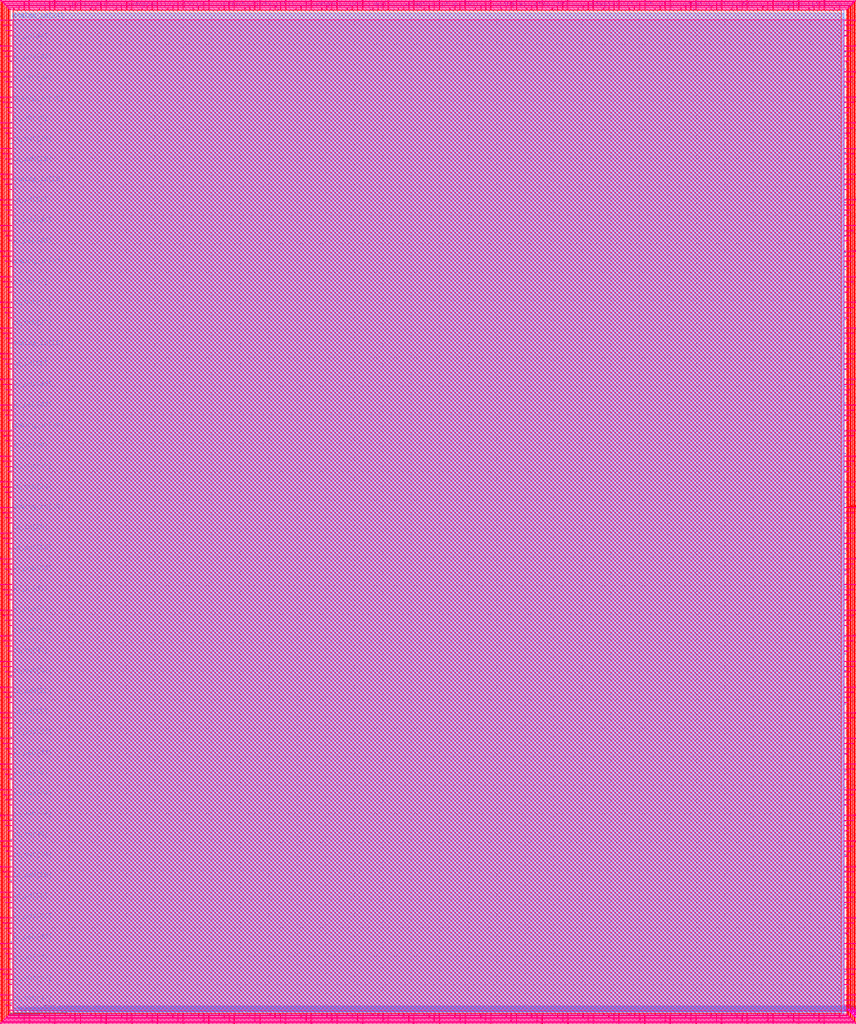
<source format=lef>
VERSION 5.7 ;
  NOWIREEXTENSIONATPIN ON ;
  DIVIDERCHAR "/" ;
  BUSBITCHARS "[]" ;
MACRO user_project_wrapper
  CLASS BLOCK ;
  FOREIGN user_project_wrapper ;
  ORIGIN 0.000 0.000 ;
  SIZE 2920.000 BY 3520.000 ;
  PIN analog_io[0]
    DIRECTION INOUT ;
    USE SIGNAL ;
    PORT
      LAYER met3 ;
        RECT 2919.700 28.980 2924.800 30.180 ;
    END
  END analog_io[0]
  PIN analog_io[10]
    DIRECTION INOUT ;
    USE SIGNAL ;
    PORT
      LAYER met3 ;
        RECT 2919.700 2374.980 2924.800 2376.180 ;
    END
  END analog_io[10]
  PIN analog_io[11]
    DIRECTION INOUT ;
    USE SIGNAL ;
    PORT
      LAYER met3 ;
        RECT 2919.700 2609.580 2924.800 2610.780 ;
    END
  END analog_io[11]
  PIN analog_io[12]
    DIRECTION INOUT ;
    USE SIGNAL ;
    PORT
      LAYER met3 ;
        RECT 2919.700 2844.180 2924.800 2845.380 ;
    END
  END analog_io[12]
  PIN analog_io[13]
    DIRECTION INOUT ;
    USE SIGNAL ;
    PORT
      LAYER met3 ;
        RECT 2919.700 3078.780 2924.800 3079.980 ;
    END
  END analog_io[13]
  PIN analog_io[14]
    DIRECTION INOUT ;
    USE SIGNAL ;
    PORT
      LAYER met3 ;
        RECT 2919.700 3313.380 2924.800 3314.580 ;
    END
  END analog_io[14]
  PIN analog_io[15]
    DIRECTION INOUT ;
    USE SIGNAL ;
    PORT
      LAYER met2 ;
        RECT 2879.090 3519.700 2879.650 3524.800 ;
    END
  END analog_io[15]
  PIN analog_io[16]
    DIRECTION INOUT ;
    USE SIGNAL ;
    PORT
      LAYER met2 ;
        RECT 2554.790 3519.700 2555.350 3524.800 ;
    END
  END analog_io[16]
  PIN analog_io[17]
    DIRECTION INOUT ;
    USE SIGNAL ;
    PORT
      LAYER met2 ;
        RECT 2230.490 3519.700 2231.050 3524.800 ;
    END
  END analog_io[17]
  PIN analog_io[18]
    DIRECTION INOUT ;
    USE SIGNAL ;
    PORT
      LAYER met2 ;
        RECT 1905.730 3519.700 1906.290 3524.800 ;
    END
  END analog_io[18]
  PIN analog_io[19]
    DIRECTION INOUT ;
    USE SIGNAL ;
    PORT
      LAYER met2 ;
        RECT 1581.430 3519.700 1581.990 3524.800 ;
    END
  END analog_io[19]
  PIN analog_io[1]
    DIRECTION INOUT ;
    USE SIGNAL ;
    PORT
      LAYER met3 ;
        RECT 2919.700 263.580 2924.800 264.780 ;
    END
  END analog_io[1]
  PIN analog_io[20]
    DIRECTION INOUT ;
    USE SIGNAL ;
    PORT
      LAYER met2 ;
        RECT 1257.130 3519.700 1257.690 3524.800 ;
    END
  END analog_io[20]
  PIN analog_io[21]
    DIRECTION INOUT ;
    USE SIGNAL ;
    PORT
      LAYER met2 ;
        RECT 932.370 3519.700 932.930 3524.800 ;
    END
  END analog_io[21]
  PIN analog_io[22]
    DIRECTION INOUT ;
    USE SIGNAL ;
    PORT
      LAYER met2 ;
        RECT 608.070 3519.700 608.630 3524.800 ;
    END
  END analog_io[22]
  PIN analog_io[23]
    DIRECTION INOUT ;
    USE SIGNAL ;
    PORT
      LAYER met2 ;
        RECT 283.770 3519.700 284.330 3524.800 ;
    END
  END analog_io[23]
  PIN analog_io[24]
    DIRECTION INOUT ;
    USE SIGNAL ;
    PORT
      LAYER met3 ;
        RECT -4.800 3482.700 0.300 3483.900 ;
    END
  END analog_io[24]
  PIN analog_io[25]
    DIRECTION INOUT ;
    USE SIGNAL ;
    PORT
      LAYER met3 ;
        RECT -4.800 3195.060 0.300 3196.260 ;
    END
  END analog_io[25]
  PIN analog_io[26]
    DIRECTION INOUT ;
    USE SIGNAL ;
    PORT
      LAYER met3 ;
        RECT -4.800 2908.100 0.300 2909.300 ;
    END
  END analog_io[26]
  PIN analog_io[27]
    DIRECTION INOUT ;
    USE SIGNAL ;
    PORT
      LAYER met3 ;
        RECT -4.800 2620.460 0.300 2621.660 ;
    END
  END analog_io[27]
  PIN analog_io[28]
    DIRECTION INOUT ;
    USE SIGNAL ;
    PORT
      LAYER met3 ;
        RECT -4.800 2333.500 0.300 2334.700 ;
    END
  END analog_io[28]
  PIN analog_io[29]
    DIRECTION INOUT ;
    USE SIGNAL ;
    PORT
      LAYER met3 ;
        RECT -4.800 2045.860 0.300 2047.060 ;
    END
  END analog_io[29]
  PIN analog_io[2]
    DIRECTION INOUT ;
    USE SIGNAL ;
    PORT
      LAYER met3 ;
        RECT 2919.700 498.180 2924.800 499.380 ;
    END
  END analog_io[2]
  PIN analog_io[30]
    DIRECTION INOUT ;
    USE SIGNAL ;
    PORT
      LAYER met3 ;
        RECT -4.800 1758.900 0.300 1760.100 ;
    END
  END analog_io[30]
  PIN analog_io[3]
    DIRECTION INOUT ;
    USE SIGNAL ;
    PORT
      LAYER met3 ;
        RECT 2919.700 732.780 2924.800 733.980 ;
    END
  END analog_io[3]
  PIN analog_io[4]
    DIRECTION INOUT ;
    USE SIGNAL ;
    PORT
      LAYER met3 ;
        RECT 2919.700 967.380 2924.800 968.580 ;
    END
  END analog_io[4]
  PIN analog_io[5]
    DIRECTION INOUT ;
    USE SIGNAL ;
    PORT
      LAYER met3 ;
        RECT 2919.700 1201.980 2924.800 1203.180 ;
    END
  END analog_io[5]
  PIN analog_io[6]
    DIRECTION INOUT ;
    USE SIGNAL ;
    PORT
      LAYER met3 ;
        RECT 2919.700 1436.580 2924.800 1437.780 ;
    END
  END analog_io[6]
  PIN analog_io[7]
    DIRECTION INOUT ;
    USE SIGNAL ;
    PORT
      LAYER met3 ;
        RECT 2919.700 1671.180 2924.800 1672.380 ;
    END
  END analog_io[7]
  PIN analog_io[8]
    DIRECTION INOUT ;
    USE SIGNAL ;
    PORT
      LAYER met3 ;
        RECT 2919.700 1905.780 2924.800 1906.980 ;
    END
  END analog_io[8]
  PIN analog_io[9]
    DIRECTION INOUT ;
    USE SIGNAL ;
    PORT
      LAYER met3 ;
        RECT 2919.700 2140.380 2924.800 2141.580 ;
    END
  END analog_io[9]
  PIN io_in[0]
    DIRECTION INPUT ;
    USE SIGNAL ;
    PORT
      LAYER met3 ;
        RECT 2919.700 87.460 2924.800 88.660 ;
    END
  END io_in[0]
  PIN io_in[10]
    DIRECTION INPUT ;
    USE SIGNAL ;
    PORT
      LAYER met3 ;
        RECT 2919.700 2433.460 2924.800 2434.660 ;
    END
  END io_in[10]
  PIN io_in[11]
    DIRECTION INPUT ;
    USE SIGNAL ;
    PORT
      LAYER met3 ;
        RECT 2919.700 2668.740 2924.800 2669.940 ;
    END
  END io_in[11]
  PIN io_in[12]
    DIRECTION INPUT ;
    USE SIGNAL ;
    PORT
      LAYER met3 ;
        RECT 2919.700 2903.340 2924.800 2904.540 ;
    END
  END io_in[12]
  PIN io_in[13]
    DIRECTION INPUT ;
    USE SIGNAL ;
    PORT
      LAYER met3 ;
        RECT 2919.700 3137.940 2924.800 3139.140 ;
    END
  END io_in[13]
  PIN io_in[14]
    DIRECTION INPUT ;
    USE SIGNAL ;
    PORT
      LAYER met3 ;
        RECT 2919.700 3372.540 2924.800 3373.740 ;
    END
  END io_in[14]
  PIN io_in[15]
    DIRECTION INPUT ;
    USE SIGNAL ;
    PORT
      LAYER met2 ;
        RECT 2798.130 3519.700 2798.690 3524.800 ;
    END
  END io_in[15]
  PIN io_in[16]
    DIRECTION INPUT ;
    USE SIGNAL ;
    PORT
      LAYER met2 ;
        RECT 2473.830 3519.700 2474.390 3524.800 ;
    END
  END io_in[16]
  PIN io_in[17]
    DIRECTION INPUT ;
    USE SIGNAL ;
    PORT
      LAYER met2 ;
        RECT 2149.070 3519.700 2149.630 3524.800 ;
    END
  END io_in[17]
  PIN io_in[18]
    DIRECTION INPUT ;
    USE SIGNAL ;
    PORT
      LAYER met2 ;
        RECT 1824.770 3519.700 1825.330 3524.800 ;
    END
  END io_in[18]
  PIN io_in[19]
    DIRECTION INPUT ;
    USE SIGNAL ;
    PORT
      LAYER met2 ;
        RECT 1500.470 3519.700 1501.030 3524.800 ;
    END
  END io_in[19]
  PIN io_in[1]
    DIRECTION INPUT ;
    USE SIGNAL ;
    PORT
      LAYER met3 ;
        RECT 2919.700 322.060 2924.800 323.260 ;
    END
  END io_in[1]
  PIN io_in[20]
    DIRECTION INPUT ;
    USE SIGNAL ;
    PORT
      LAYER met2 ;
        RECT 1175.710 3519.700 1176.270 3524.800 ;
    END
  END io_in[20]
  PIN io_in[21]
    DIRECTION INPUT ;
    USE SIGNAL ;
    PORT
      LAYER met2 ;
        RECT 851.410 3519.700 851.970 3524.800 ;
    END
  END io_in[21]
  PIN io_in[22]
    DIRECTION INPUT ;
    USE SIGNAL ;
    PORT
      LAYER met2 ;
        RECT 527.110 3519.700 527.670 3524.800 ;
    END
  END io_in[22]
  PIN io_in[23]
    DIRECTION INPUT ;
    USE SIGNAL ;
    PORT
      LAYER met2 ;
        RECT 202.350 3519.700 202.910 3524.800 ;
    END
  END io_in[23]
  PIN io_in[24]
    DIRECTION INPUT ;
    USE SIGNAL ;
    PORT
      LAYER met3 ;
        RECT -4.800 3410.620 0.300 3411.820 ;
    END
  END io_in[24]
  PIN io_in[25]
    DIRECTION INPUT ;
    USE SIGNAL ;
    PORT
      LAYER met3 ;
        RECT -4.800 3123.660 0.300 3124.860 ;
    END
  END io_in[25]
  PIN io_in[26]
    DIRECTION INPUT ;
    USE SIGNAL ;
    PORT
      LAYER met3 ;
        RECT -4.800 2836.020 0.300 2837.220 ;
    END
  END io_in[26]
  PIN io_in[27]
    DIRECTION INPUT ;
    USE SIGNAL ;
    PORT
      LAYER met3 ;
        RECT -4.800 2549.060 0.300 2550.260 ;
    END
  END io_in[27]
  PIN io_in[28]
    DIRECTION INPUT ;
    USE SIGNAL ;
    PORT
      LAYER met3 ;
        RECT -4.800 2261.420 0.300 2262.620 ;
    END
  END io_in[28]
  PIN io_in[29]
    DIRECTION INPUT ;
    USE SIGNAL ;
    PORT
      LAYER met3 ;
        RECT -4.800 1974.460 0.300 1975.660 ;
    END
  END io_in[29]
  PIN io_in[2]
    DIRECTION INPUT ;
    USE SIGNAL ;
    PORT
      LAYER met3 ;
        RECT 2919.700 556.660 2924.800 557.860 ;
    END
  END io_in[2]
  PIN io_in[30]
    DIRECTION INPUT ;
    USE SIGNAL ;
    PORT
      LAYER met3 ;
        RECT -4.800 1686.820 0.300 1688.020 ;
    END
  END io_in[30]
  PIN io_in[31]
    DIRECTION INPUT ;
    USE SIGNAL ;
    PORT
      LAYER met3 ;
        RECT -4.800 1471.260 0.300 1472.460 ;
    END
  END io_in[31]
  PIN io_in[32]
    DIRECTION INPUT ;
    USE SIGNAL ;
    PORT
      LAYER met3 ;
        RECT -4.800 1255.700 0.300 1256.900 ;
    END
  END io_in[32]
  PIN io_in[33]
    DIRECTION INPUT ;
    USE SIGNAL ;
    PORT
      LAYER met3 ;
        RECT -4.800 1040.140 0.300 1041.340 ;
    END
  END io_in[33]
  PIN io_in[34]
    DIRECTION INPUT ;
    USE SIGNAL ;
    PORT
      LAYER met3 ;
        RECT -4.800 824.580 0.300 825.780 ;
    END
  END io_in[34]
  PIN io_in[35]
    DIRECTION INPUT ;
    USE SIGNAL ;
    PORT
      LAYER met3 ;
        RECT -4.800 609.700 0.300 610.900 ;
    END
  END io_in[35]
  PIN io_in[36]
    DIRECTION INPUT ;
    USE SIGNAL ;
    PORT
      LAYER met3 ;
        RECT -4.800 394.140 0.300 395.340 ;
    END
  END io_in[36]
  PIN io_in[37]
    DIRECTION INPUT ;
    USE SIGNAL ;
    PORT
      LAYER met3 ;
        RECT -4.800 178.580 0.300 179.780 ;
    END
  END io_in[37]
  PIN io_in[3]
    DIRECTION INPUT ;
    USE SIGNAL ;
    PORT
      LAYER met3 ;
        RECT 2919.700 791.260 2924.800 792.460 ;
    END
  END io_in[3]
  PIN io_in[4]
    DIRECTION INPUT ;
    USE SIGNAL ;
    PORT
      LAYER met3 ;
        RECT 2919.700 1025.860 2924.800 1027.060 ;
    END
  END io_in[4]
  PIN io_in[5]
    DIRECTION INPUT ;
    USE SIGNAL ;
    PORT
      LAYER met3 ;
        RECT 2919.700 1260.460 2924.800 1261.660 ;
    END
  END io_in[5]
  PIN io_in[6]
    DIRECTION INPUT ;
    USE SIGNAL ;
    PORT
      LAYER met3 ;
        RECT 2919.700 1495.060 2924.800 1496.260 ;
    END
  END io_in[6]
  PIN io_in[7]
    DIRECTION INPUT ;
    USE SIGNAL ;
    PORT
      LAYER met3 ;
        RECT 2919.700 1729.660 2924.800 1730.860 ;
    END
  END io_in[7]
  PIN io_in[8]
    DIRECTION INPUT ;
    USE SIGNAL ;
    PORT
      LAYER met3 ;
        RECT 2919.700 1964.260 2924.800 1965.460 ;
    END
  END io_in[8]
  PIN io_in[9]
    DIRECTION INPUT ;
    USE SIGNAL ;
    PORT
      LAYER met3 ;
        RECT 2919.700 2198.860 2924.800 2200.060 ;
    END
  END io_in[9]
  PIN io_oeb[0]
    DIRECTION OUTPUT TRISTATE ;
    USE SIGNAL ;
    PORT
      LAYER met3 ;
        RECT 2919.700 204.420 2924.800 205.620 ;
    END
  END io_oeb[0]
  PIN io_oeb[10]
    DIRECTION OUTPUT TRISTATE ;
    USE SIGNAL ;
    PORT
      LAYER met3 ;
        RECT 2919.700 2551.100 2924.800 2552.300 ;
    END
  END io_oeb[10]
  PIN io_oeb[11]
    DIRECTION OUTPUT TRISTATE ;
    USE SIGNAL ;
    PORT
      LAYER met3 ;
        RECT 2919.700 2785.700 2924.800 2786.900 ;
    END
  END io_oeb[11]
  PIN io_oeb[12]
    DIRECTION OUTPUT TRISTATE ;
    USE SIGNAL ;
    PORT
      LAYER met3 ;
        RECT 2919.700 3020.300 2924.800 3021.500 ;
    END
  END io_oeb[12]
  PIN io_oeb[13]
    DIRECTION OUTPUT TRISTATE ;
    USE SIGNAL ;
    PORT
      LAYER met3 ;
        RECT 2919.700 3254.900 2924.800 3256.100 ;
    END
  END io_oeb[13]
  PIN io_oeb[14]
    DIRECTION OUTPUT TRISTATE ;
    USE SIGNAL ;
    PORT
      LAYER met3 ;
        RECT 2919.700 3489.500 2924.800 3490.700 ;
    END
  END io_oeb[14]
  PIN io_oeb[15]
    DIRECTION OUTPUT TRISTATE ;
    USE SIGNAL ;
    PORT
      LAYER met2 ;
        RECT 2635.750 3519.700 2636.310 3524.800 ;
    END
  END io_oeb[15]
  PIN io_oeb[16]
    DIRECTION OUTPUT TRISTATE ;
    USE SIGNAL ;
    PORT
      LAYER met2 ;
        RECT 2311.450 3519.700 2312.010 3524.800 ;
    END
  END io_oeb[16]
  PIN io_oeb[17]
    DIRECTION OUTPUT TRISTATE ;
    USE SIGNAL ;
    PORT
      LAYER met2 ;
        RECT 1987.150 3519.700 1987.710 3524.800 ;
    END
  END io_oeb[17]
  PIN io_oeb[18]
    DIRECTION OUTPUT TRISTATE ;
    USE SIGNAL ;
    PORT
      LAYER met2 ;
        RECT 1662.390 3519.700 1662.950 3524.800 ;
    END
  END io_oeb[18]
  PIN io_oeb[19]
    DIRECTION OUTPUT TRISTATE ;
    USE SIGNAL ;
    PORT
      LAYER met2 ;
        RECT 1338.090 3519.700 1338.650 3524.800 ;
    END
  END io_oeb[19]
  PIN io_oeb[1]
    DIRECTION OUTPUT TRISTATE ;
    USE SIGNAL ;
    PORT
      LAYER met3 ;
        RECT 2919.700 439.020 2924.800 440.220 ;
    END
  END io_oeb[1]
  PIN io_oeb[20]
    DIRECTION OUTPUT TRISTATE ;
    USE SIGNAL ;
    PORT
      LAYER met2 ;
        RECT 1013.790 3519.700 1014.350 3524.800 ;
    END
  END io_oeb[20]
  PIN io_oeb[21]
    DIRECTION OUTPUT TRISTATE ;
    USE SIGNAL ;
    PORT
      LAYER met2 ;
        RECT 689.030 3519.700 689.590 3524.800 ;
    END
  END io_oeb[21]
  PIN io_oeb[22]
    DIRECTION OUTPUT TRISTATE ;
    USE SIGNAL ;
    PORT
      LAYER met2 ;
        RECT 364.730 3519.700 365.290 3524.800 ;
    END
  END io_oeb[22]
  PIN io_oeb[23]
    DIRECTION OUTPUT TRISTATE ;
    USE SIGNAL ;
    PORT
      LAYER met2 ;
        RECT 40.430 3519.700 40.990 3524.800 ;
    END
  END io_oeb[23]
  PIN io_oeb[24]
    DIRECTION OUTPUT TRISTATE ;
    USE SIGNAL ;
    PORT
      LAYER met3 ;
        RECT -4.800 3267.140 0.300 3268.340 ;
    END
  END io_oeb[24]
  PIN io_oeb[25]
    DIRECTION OUTPUT TRISTATE ;
    USE SIGNAL ;
    PORT
      LAYER met3 ;
        RECT -4.800 2979.500 0.300 2980.700 ;
    END
  END io_oeb[25]
  PIN io_oeb[26]
    DIRECTION OUTPUT TRISTATE ;
    USE SIGNAL ;
    PORT
      LAYER met3 ;
        RECT -4.800 2692.540 0.300 2693.740 ;
    END
  END io_oeb[26]
  PIN io_oeb[27]
    DIRECTION OUTPUT TRISTATE ;
    USE SIGNAL ;
    PORT
      LAYER met3 ;
        RECT -4.800 2404.900 0.300 2406.100 ;
    END
  END io_oeb[27]
  PIN io_oeb[28]
    DIRECTION OUTPUT TRISTATE ;
    USE SIGNAL ;
    PORT
      LAYER met3 ;
        RECT -4.800 2117.940 0.300 2119.140 ;
    END
  END io_oeb[28]
  PIN io_oeb[29]
    DIRECTION OUTPUT TRISTATE ;
    USE SIGNAL ;
    PORT
      LAYER met3 ;
        RECT -4.800 1830.300 0.300 1831.500 ;
    END
  END io_oeb[29]
  PIN io_oeb[2]
    DIRECTION OUTPUT TRISTATE ;
    USE SIGNAL ;
    PORT
      LAYER met3 ;
        RECT 2919.700 673.620 2924.800 674.820 ;
    END
  END io_oeb[2]
  PIN io_oeb[30]
    DIRECTION OUTPUT TRISTATE ;
    USE SIGNAL ;
    PORT
      LAYER met3 ;
        RECT -4.800 1543.340 0.300 1544.540 ;
    END
  END io_oeb[30]
  PIN io_oeb[31]
    DIRECTION OUTPUT TRISTATE ;
    USE SIGNAL ;
    PORT
      LAYER met3 ;
        RECT -4.800 1327.780 0.300 1328.980 ;
    END
  END io_oeb[31]
  PIN io_oeb[32]
    DIRECTION OUTPUT TRISTATE ;
    USE SIGNAL ;
    PORT
      LAYER met3 ;
        RECT -4.800 1112.220 0.300 1113.420 ;
    END
  END io_oeb[32]
  PIN io_oeb[33]
    DIRECTION OUTPUT TRISTATE ;
    USE SIGNAL ;
    PORT
      LAYER met3 ;
        RECT -4.800 896.660 0.300 897.860 ;
    END
  END io_oeb[33]
  PIN io_oeb[34]
    DIRECTION OUTPUT TRISTATE ;
    USE SIGNAL ;
    PORT
      LAYER met3 ;
        RECT -4.800 681.100 0.300 682.300 ;
    END
  END io_oeb[34]
  PIN io_oeb[35]
    DIRECTION OUTPUT TRISTATE ;
    USE SIGNAL ;
    PORT
      LAYER met3 ;
        RECT -4.800 465.540 0.300 466.740 ;
    END
  END io_oeb[35]
  PIN io_oeb[36]
    DIRECTION OUTPUT TRISTATE ;
    USE SIGNAL ;
    PORT
      LAYER met3 ;
        RECT -4.800 249.980 0.300 251.180 ;
    END
  END io_oeb[36]
  PIN io_oeb[37]
    DIRECTION OUTPUT TRISTATE ;
    USE SIGNAL ;
    PORT
      LAYER met3 ;
        RECT -4.800 35.100 0.300 36.300 ;
    END
  END io_oeb[37]
  PIN io_oeb[3]
    DIRECTION OUTPUT TRISTATE ;
    USE SIGNAL ;
    PORT
      LAYER met3 ;
        RECT 2919.700 908.900 2924.800 910.100 ;
    END
  END io_oeb[3]
  PIN io_oeb[4]
    DIRECTION OUTPUT TRISTATE ;
    USE SIGNAL ;
    PORT
      LAYER met3 ;
        RECT 2919.700 1143.500 2924.800 1144.700 ;
    END
  END io_oeb[4]
  PIN io_oeb[5]
    DIRECTION OUTPUT TRISTATE ;
    USE SIGNAL ;
    PORT
      LAYER met3 ;
        RECT 2919.700 1378.100 2924.800 1379.300 ;
    END
  END io_oeb[5]
  PIN io_oeb[6]
    DIRECTION OUTPUT TRISTATE ;
    USE SIGNAL ;
    PORT
      LAYER met3 ;
        RECT 2919.700 1612.700 2924.800 1613.900 ;
    END
  END io_oeb[6]
  PIN io_oeb[7]
    DIRECTION OUTPUT TRISTATE ;
    USE SIGNAL ;
    PORT
      LAYER met3 ;
        RECT 2919.700 1847.300 2924.800 1848.500 ;
    END
  END io_oeb[7]
  PIN io_oeb[8]
    DIRECTION OUTPUT TRISTATE ;
    USE SIGNAL ;
    PORT
      LAYER met3 ;
        RECT 2919.700 2081.900 2924.800 2083.100 ;
    END
  END io_oeb[8]
  PIN io_oeb[9]
    DIRECTION OUTPUT TRISTATE ;
    USE SIGNAL ;
    PORT
      LAYER met3 ;
        RECT 2919.700 2316.500 2924.800 2317.700 ;
    END
  END io_oeb[9]
  PIN io_out[0]
    DIRECTION OUTPUT TRISTATE ;
    USE SIGNAL ;
    PORT
      LAYER met3 ;
        RECT 2919.700 145.940 2924.800 147.140 ;
    END
  END io_out[0]
  PIN io_out[10]
    DIRECTION OUTPUT TRISTATE ;
    USE SIGNAL ;
    PORT
      LAYER met3 ;
        RECT 2919.700 2492.620 2924.800 2493.820 ;
    END
  END io_out[10]
  PIN io_out[11]
    DIRECTION OUTPUT TRISTATE ;
    USE SIGNAL ;
    PORT
      LAYER met3 ;
        RECT 2919.700 2727.220 2924.800 2728.420 ;
    END
  END io_out[11]
  PIN io_out[12]
    DIRECTION OUTPUT TRISTATE ;
    USE SIGNAL ;
    PORT
      LAYER met3 ;
        RECT 2919.700 2961.820 2924.800 2963.020 ;
    END
  END io_out[12]
  PIN io_out[13]
    DIRECTION OUTPUT TRISTATE ;
    USE SIGNAL ;
    PORT
      LAYER met3 ;
        RECT 2919.700 3196.420 2924.800 3197.620 ;
    END
  END io_out[13]
  PIN io_out[14]
    DIRECTION OUTPUT TRISTATE ;
    USE SIGNAL ;
    PORT
      LAYER met3 ;
        RECT 2919.700 3431.020 2924.800 3432.220 ;
    END
  END io_out[14]
  PIN io_out[15]
    DIRECTION OUTPUT TRISTATE ;
    USE SIGNAL ;
    PORT
      LAYER met2 ;
        RECT 2717.170 3519.700 2717.730 3524.800 ;
    END
  END io_out[15]
  PIN io_out[16]
    DIRECTION OUTPUT TRISTATE ;
    USE SIGNAL ;
    PORT
      LAYER met2 ;
        RECT 2392.410 3519.700 2392.970 3524.800 ;
    END
  END io_out[16]
  PIN io_out[17]
    DIRECTION OUTPUT TRISTATE ;
    USE SIGNAL ;
    PORT
      LAYER met2 ;
        RECT 2068.110 3519.700 2068.670 3524.800 ;
    END
  END io_out[17]
  PIN io_out[18]
    DIRECTION OUTPUT TRISTATE ;
    USE SIGNAL ;
    PORT
      LAYER met2 ;
        RECT 1743.810 3519.700 1744.370 3524.800 ;
    END
  END io_out[18]
  PIN io_out[19]
    DIRECTION OUTPUT TRISTATE ;
    USE SIGNAL ;
    PORT
      LAYER met2 ;
        RECT 1419.050 3519.700 1419.610 3524.800 ;
    END
  END io_out[19]
  PIN io_out[1]
    DIRECTION OUTPUT TRISTATE ;
    USE SIGNAL ;
    PORT
      LAYER met3 ;
        RECT 2919.700 380.540 2924.800 381.740 ;
    END
  END io_out[1]
  PIN io_out[20]
    DIRECTION OUTPUT TRISTATE ;
    USE SIGNAL ;
    PORT
      LAYER met2 ;
        RECT 1094.750 3519.700 1095.310 3524.800 ;
    END
  END io_out[20]
  PIN io_out[21]
    DIRECTION OUTPUT TRISTATE ;
    USE SIGNAL ;
    PORT
      LAYER met2 ;
        RECT 770.450 3519.700 771.010 3524.800 ;
    END
  END io_out[21]
  PIN io_out[22]
    DIRECTION OUTPUT TRISTATE ;
    USE SIGNAL ;
    PORT
      LAYER met2 ;
        RECT 445.690 3519.700 446.250 3524.800 ;
    END
  END io_out[22]
  PIN io_out[23]
    DIRECTION OUTPUT TRISTATE ;
    USE SIGNAL ;
    PORT
      LAYER met2 ;
        RECT 121.390 3519.700 121.950 3524.800 ;
    END
  END io_out[23]
  PIN io_out[24]
    DIRECTION OUTPUT TRISTATE ;
    USE SIGNAL ;
    PORT
      LAYER met3 ;
        RECT -4.800 3339.220 0.300 3340.420 ;
    END
  END io_out[24]
  PIN io_out[25]
    DIRECTION OUTPUT TRISTATE ;
    USE SIGNAL ;
    PORT
      LAYER met3 ;
        RECT -4.800 3051.580 0.300 3052.780 ;
    END
  END io_out[25]
  PIN io_out[26]
    DIRECTION OUTPUT TRISTATE ;
    USE SIGNAL ;
    PORT
      LAYER met3 ;
        RECT -4.800 2764.620 0.300 2765.820 ;
    END
  END io_out[26]
  PIN io_out[27]
    DIRECTION OUTPUT TRISTATE ;
    USE SIGNAL ;
    PORT
      LAYER met3 ;
        RECT -4.800 2476.980 0.300 2478.180 ;
    END
  END io_out[27]
  PIN io_out[28]
    DIRECTION OUTPUT TRISTATE ;
    USE SIGNAL ;
    PORT
      LAYER met3 ;
        RECT -4.800 2189.340 0.300 2190.540 ;
    END
  END io_out[28]
  PIN io_out[29]
    DIRECTION OUTPUT TRISTATE ;
    USE SIGNAL ;
    PORT
      LAYER met3 ;
        RECT -4.800 1902.380 0.300 1903.580 ;
    END
  END io_out[29]
  PIN io_out[2]
    DIRECTION OUTPUT TRISTATE ;
    USE SIGNAL ;
    PORT
      LAYER met3 ;
        RECT 2919.700 615.140 2924.800 616.340 ;
    END
  END io_out[2]
  PIN io_out[30]
    DIRECTION OUTPUT TRISTATE ;
    USE SIGNAL ;
    PORT
      LAYER met3 ;
        RECT -4.800 1614.740 0.300 1615.940 ;
    END
  END io_out[30]
  PIN io_out[31]
    DIRECTION OUTPUT TRISTATE ;
    USE SIGNAL ;
    PORT
      LAYER met3 ;
        RECT -4.800 1399.860 0.300 1401.060 ;
    END
  END io_out[31]
  PIN io_out[32]
    DIRECTION OUTPUT TRISTATE ;
    USE SIGNAL ;
    PORT
      LAYER met3 ;
        RECT -4.800 1184.300 0.300 1185.500 ;
    END
  END io_out[32]
  PIN io_out[33]
    DIRECTION OUTPUT TRISTATE ;
    USE SIGNAL ;
    PORT
      LAYER met3 ;
        RECT -4.800 968.740 0.300 969.940 ;
    END
  END io_out[33]
  PIN io_out[34]
    DIRECTION OUTPUT TRISTATE ;
    USE SIGNAL ;
    PORT
      LAYER met3 ;
        RECT -4.800 753.180 0.300 754.380 ;
    END
  END io_out[34]
  PIN io_out[35]
    DIRECTION OUTPUT TRISTATE ;
    USE SIGNAL ;
    PORT
      LAYER met3 ;
        RECT -4.800 537.620 0.300 538.820 ;
    END
  END io_out[35]
  PIN io_out[36]
    DIRECTION OUTPUT TRISTATE ;
    USE SIGNAL ;
    PORT
      LAYER met3 ;
        RECT -4.800 322.060 0.300 323.260 ;
    END
  END io_out[36]
  PIN io_out[37]
    DIRECTION OUTPUT TRISTATE ;
    USE SIGNAL ;
    PORT
      LAYER met3 ;
        RECT -4.800 106.500 0.300 107.700 ;
    END
  END io_out[37]
  PIN io_out[3]
    DIRECTION OUTPUT TRISTATE ;
    USE SIGNAL ;
    PORT
      LAYER met3 ;
        RECT 2919.700 849.740 2924.800 850.940 ;
    END
  END io_out[3]
  PIN io_out[4]
    DIRECTION OUTPUT TRISTATE ;
    USE SIGNAL ;
    PORT
      LAYER met3 ;
        RECT 2919.700 1084.340 2924.800 1085.540 ;
    END
  END io_out[4]
  PIN io_out[5]
    DIRECTION OUTPUT TRISTATE ;
    USE SIGNAL ;
    PORT
      LAYER met3 ;
        RECT 2919.700 1318.940 2924.800 1320.140 ;
    END
  END io_out[5]
  PIN io_out[6]
    DIRECTION OUTPUT TRISTATE ;
    USE SIGNAL ;
    PORT
      LAYER met3 ;
        RECT 2919.700 1553.540 2924.800 1554.740 ;
    END
  END io_out[6]
  PIN io_out[7]
    DIRECTION OUTPUT TRISTATE ;
    USE SIGNAL ;
    PORT
      LAYER met3 ;
        RECT 2919.700 1788.820 2924.800 1790.020 ;
    END
  END io_out[7]
  PIN io_out[8]
    DIRECTION OUTPUT TRISTATE ;
    USE SIGNAL ;
    PORT
      LAYER met3 ;
        RECT 2919.700 2023.420 2924.800 2024.620 ;
    END
  END io_out[8]
  PIN io_out[9]
    DIRECTION OUTPUT TRISTATE ;
    USE SIGNAL ;
    PORT
      LAYER met3 ;
        RECT 2919.700 2258.020 2924.800 2259.220 ;
    END
  END io_out[9]
  PIN la_data_in[0]
    DIRECTION INPUT ;
    USE SIGNAL ;
    PORT
      LAYER met2 ;
        RECT 632.910 -4.800 633.470 0.300 ;
    END
  END la_data_in[0]
  PIN la_data_in[100]
    DIRECTION INPUT ;
    USE SIGNAL ;
    PORT
      LAYER met2 ;
        RECT 2417.250 -4.800 2417.810 0.300 ;
    END
  END la_data_in[100]
  PIN la_data_in[101]
    DIRECTION INPUT ;
    USE SIGNAL ;
    PORT
      LAYER met2 ;
        RECT 2434.730 -4.800 2435.290 0.300 ;
    END
  END la_data_in[101]
  PIN la_data_in[102]
    DIRECTION INPUT ;
    USE SIGNAL ;
    PORT
      LAYER met2 ;
        RECT 2452.670 -4.800 2453.230 0.300 ;
    END
  END la_data_in[102]
  PIN la_data_in[103]
    DIRECTION INPUT ;
    USE SIGNAL ;
    PORT
      LAYER met2 ;
        RECT 2470.610 -4.800 2471.170 0.300 ;
    END
  END la_data_in[103]
  PIN la_data_in[104]
    DIRECTION INPUT ;
    USE SIGNAL ;
    PORT
      LAYER met2 ;
        RECT 2488.550 -4.800 2489.110 0.300 ;
    END
  END la_data_in[104]
  PIN la_data_in[105]
    DIRECTION INPUT ;
    USE SIGNAL ;
    PORT
      LAYER met2 ;
        RECT 2506.030 -4.800 2506.590 0.300 ;
    END
  END la_data_in[105]
  PIN la_data_in[106]
    DIRECTION INPUT ;
    USE SIGNAL ;
    PORT
      LAYER met2 ;
        RECT 2523.970 -4.800 2524.530 0.300 ;
    END
  END la_data_in[106]
  PIN la_data_in[107]
    DIRECTION INPUT ;
    USE SIGNAL ;
    PORT
      LAYER met2 ;
        RECT 2541.910 -4.800 2542.470 0.300 ;
    END
  END la_data_in[107]
  PIN la_data_in[108]
    DIRECTION INPUT ;
    USE SIGNAL ;
    PORT
      LAYER met2 ;
        RECT 2559.850 -4.800 2560.410 0.300 ;
    END
  END la_data_in[108]
  PIN la_data_in[109]
    DIRECTION INPUT ;
    USE SIGNAL ;
    PORT
      LAYER met2 ;
        RECT 2577.790 -4.800 2578.350 0.300 ;
    END
  END la_data_in[109]
  PIN la_data_in[10]
    DIRECTION INPUT ;
    USE SIGNAL ;
    PORT
      LAYER met2 ;
        RECT 811.390 -4.800 811.950 0.300 ;
    END
  END la_data_in[10]
  PIN la_data_in[110]
    DIRECTION INPUT ;
    USE SIGNAL ;
    PORT
      LAYER met2 ;
        RECT 2595.270 -4.800 2595.830 0.300 ;
    END
  END la_data_in[110]
  PIN la_data_in[111]
    DIRECTION INPUT ;
    USE SIGNAL ;
    PORT
      LAYER met2 ;
        RECT 2613.210 -4.800 2613.770 0.300 ;
    END
  END la_data_in[111]
  PIN la_data_in[112]
    DIRECTION INPUT ;
    USE SIGNAL ;
    PORT
      LAYER met2 ;
        RECT 2631.150 -4.800 2631.710 0.300 ;
    END
  END la_data_in[112]
  PIN la_data_in[113]
    DIRECTION INPUT ;
    USE SIGNAL ;
    PORT
      LAYER met2 ;
        RECT 2649.090 -4.800 2649.650 0.300 ;
    END
  END la_data_in[113]
  PIN la_data_in[114]
    DIRECTION INPUT ;
    USE SIGNAL ;
    PORT
      LAYER met2 ;
        RECT 2667.030 -4.800 2667.590 0.300 ;
    END
  END la_data_in[114]
  PIN la_data_in[115]
    DIRECTION INPUT ;
    USE SIGNAL ;
    PORT
      LAYER met2 ;
        RECT 2684.510 -4.800 2685.070 0.300 ;
    END
  END la_data_in[115]
  PIN la_data_in[116]
    DIRECTION INPUT ;
    USE SIGNAL ;
    PORT
      LAYER met2 ;
        RECT 2702.450 -4.800 2703.010 0.300 ;
    END
  END la_data_in[116]
  PIN la_data_in[117]
    DIRECTION INPUT ;
    USE SIGNAL ;
    PORT
      LAYER met2 ;
        RECT 2720.390 -4.800 2720.950 0.300 ;
    END
  END la_data_in[117]
  PIN la_data_in[118]
    DIRECTION INPUT ;
    USE SIGNAL ;
    PORT
      LAYER met2 ;
        RECT 2738.330 -4.800 2738.890 0.300 ;
    END
  END la_data_in[118]
  PIN la_data_in[119]
    DIRECTION INPUT ;
    USE SIGNAL ;
    PORT
      LAYER met2 ;
        RECT 2755.810 -4.800 2756.370 0.300 ;
    END
  END la_data_in[119]
  PIN la_data_in[11]
    DIRECTION INPUT ;
    USE SIGNAL ;
    PORT
      LAYER met2 ;
        RECT 829.330 -4.800 829.890 0.300 ;
    END
  END la_data_in[11]
  PIN la_data_in[120]
    DIRECTION INPUT ;
    USE SIGNAL ;
    PORT
      LAYER met2 ;
        RECT 2773.750 -4.800 2774.310 0.300 ;
    END
  END la_data_in[120]
  PIN la_data_in[121]
    DIRECTION INPUT ;
    USE SIGNAL ;
    PORT
      LAYER met2 ;
        RECT 2791.690 -4.800 2792.250 0.300 ;
    END
  END la_data_in[121]
  PIN la_data_in[122]
    DIRECTION INPUT ;
    USE SIGNAL ;
    PORT
      LAYER met2 ;
        RECT 2809.630 -4.800 2810.190 0.300 ;
    END
  END la_data_in[122]
  PIN la_data_in[123]
    DIRECTION INPUT ;
    USE SIGNAL ;
    PORT
      LAYER met2 ;
        RECT 2827.570 -4.800 2828.130 0.300 ;
    END
  END la_data_in[123]
  PIN la_data_in[124]
    DIRECTION INPUT ;
    USE SIGNAL ;
    PORT
      LAYER met2 ;
        RECT 2845.050 -4.800 2845.610 0.300 ;
    END
  END la_data_in[124]
  PIN la_data_in[125]
    DIRECTION INPUT ;
    USE SIGNAL ;
    PORT
      LAYER met2 ;
        RECT 2862.990 -4.800 2863.550 0.300 ;
    END
  END la_data_in[125]
  PIN la_data_in[126]
    DIRECTION INPUT ;
    USE SIGNAL ;
    PORT
      LAYER met2 ;
        RECT 2880.930 -4.800 2881.490 0.300 ;
    END
  END la_data_in[126]
  PIN la_data_in[127]
    DIRECTION INPUT ;
    USE SIGNAL ;
    PORT
      LAYER met2 ;
        RECT 2898.870 -4.800 2899.430 0.300 ;
    END
  END la_data_in[127]
  PIN la_data_in[12]
    DIRECTION INPUT ;
    USE SIGNAL ;
    PORT
      LAYER met2 ;
        RECT 846.810 -4.800 847.370 0.300 ;
    END
  END la_data_in[12]
  PIN la_data_in[13]
    DIRECTION INPUT ;
    USE SIGNAL ;
    PORT
      LAYER met2 ;
        RECT 864.750 -4.800 865.310 0.300 ;
    END
  END la_data_in[13]
  PIN la_data_in[14]
    DIRECTION INPUT ;
    USE SIGNAL ;
    PORT
      LAYER met2 ;
        RECT 882.690 -4.800 883.250 0.300 ;
    END
  END la_data_in[14]
  PIN la_data_in[15]
    DIRECTION INPUT ;
    USE SIGNAL ;
    PORT
      LAYER met2 ;
        RECT 900.630 -4.800 901.190 0.300 ;
    END
  END la_data_in[15]
  PIN la_data_in[16]
    DIRECTION INPUT ;
    USE SIGNAL ;
    PORT
      LAYER met2 ;
        RECT 918.570 -4.800 919.130 0.300 ;
    END
  END la_data_in[16]
  PIN la_data_in[17]
    DIRECTION INPUT ;
    USE SIGNAL ;
    PORT
      LAYER met2 ;
        RECT 936.050 -4.800 936.610 0.300 ;
    END
  END la_data_in[17]
  PIN la_data_in[18]
    DIRECTION INPUT ;
    USE SIGNAL ;
    PORT
      LAYER met2 ;
        RECT 953.990 -4.800 954.550 0.300 ;
    END
  END la_data_in[18]
  PIN la_data_in[19]
    DIRECTION INPUT ;
    USE SIGNAL ;
    PORT
      LAYER met2 ;
        RECT 971.930 -4.800 972.490 0.300 ;
    END
  END la_data_in[19]
  PIN la_data_in[1]
    DIRECTION INPUT ;
    USE SIGNAL ;
    PORT
      LAYER met2 ;
        RECT 650.850 -4.800 651.410 0.300 ;
    END
  END la_data_in[1]
  PIN la_data_in[20]
    DIRECTION INPUT ;
    USE SIGNAL ;
    PORT
      LAYER met2 ;
        RECT 989.870 -4.800 990.430 0.300 ;
    END
  END la_data_in[20]
  PIN la_data_in[21]
    DIRECTION INPUT ;
    USE SIGNAL ;
    PORT
      LAYER met2 ;
        RECT 1007.350 -4.800 1007.910 0.300 ;
    END
  END la_data_in[21]
  PIN la_data_in[22]
    DIRECTION INPUT ;
    USE SIGNAL ;
    PORT
      LAYER met2 ;
        RECT 1025.290 -4.800 1025.850 0.300 ;
    END
  END la_data_in[22]
  PIN la_data_in[23]
    DIRECTION INPUT ;
    USE SIGNAL ;
    PORT
      LAYER met2 ;
        RECT 1043.230 -4.800 1043.790 0.300 ;
    END
  END la_data_in[23]
  PIN la_data_in[24]
    DIRECTION INPUT ;
    USE SIGNAL ;
    PORT
      LAYER met2 ;
        RECT 1061.170 -4.800 1061.730 0.300 ;
    END
  END la_data_in[24]
  PIN la_data_in[25]
    DIRECTION INPUT ;
    USE SIGNAL ;
    PORT
      LAYER met2 ;
        RECT 1079.110 -4.800 1079.670 0.300 ;
    END
  END la_data_in[25]
  PIN la_data_in[26]
    DIRECTION INPUT ;
    USE SIGNAL ;
    PORT
      LAYER met2 ;
        RECT 1096.590 -4.800 1097.150 0.300 ;
    END
  END la_data_in[26]
  PIN la_data_in[27]
    DIRECTION INPUT ;
    USE SIGNAL ;
    PORT
      LAYER met2 ;
        RECT 1114.530 -4.800 1115.090 0.300 ;
    END
  END la_data_in[27]
  PIN la_data_in[28]
    DIRECTION INPUT ;
    USE SIGNAL ;
    PORT
      LAYER met2 ;
        RECT 1132.470 -4.800 1133.030 0.300 ;
    END
  END la_data_in[28]
  PIN la_data_in[29]
    DIRECTION INPUT ;
    USE SIGNAL ;
    PORT
      LAYER met2 ;
        RECT 1150.410 -4.800 1150.970 0.300 ;
    END
  END la_data_in[29]
  PIN la_data_in[2]
    DIRECTION INPUT ;
    USE SIGNAL ;
    PORT
      LAYER met2 ;
        RECT 668.790 -4.800 669.350 0.300 ;
    END
  END la_data_in[2]
  PIN la_data_in[30]
    DIRECTION INPUT ;
    USE SIGNAL ;
    PORT
      LAYER met2 ;
        RECT 1168.350 -4.800 1168.910 0.300 ;
    END
  END la_data_in[30]
  PIN la_data_in[31]
    DIRECTION INPUT ;
    USE SIGNAL ;
    PORT
      LAYER met2 ;
        RECT 1185.830 -4.800 1186.390 0.300 ;
    END
  END la_data_in[31]
  PIN la_data_in[32]
    DIRECTION INPUT ;
    USE SIGNAL ;
    PORT
      LAYER met2 ;
        RECT 1203.770 -4.800 1204.330 0.300 ;
    END
  END la_data_in[32]
  PIN la_data_in[33]
    DIRECTION INPUT ;
    USE SIGNAL ;
    PORT
      LAYER met2 ;
        RECT 1221.710 -4.800 1222.270 0.300 ;
    END
  END la_data_in[33]
  PIN la_data_in[34]
    DIRECTION INPUT ;
    USE SIGNAL ;
    PORT
      LAYER met2 ;
        RECT 1239.650 -4.800 1240.210 0.300 ;
    END
  END la_data_in[34]
  PIN la_data_in[35]
    DIRECTION INPUT ;
    USE SIGNAL ;
    PORT
      LAYER met2 ;
        RECT 1257.130 -4.800 1257.690 0.300 ;
    END
  END la_data_in[35]
  PIN la_data_in[36]
    DIRECTION INPUT ;
    USE SIGNAL ;
    PORT
      LAYER met2 ;
        RECT 1275.070 -4.800 1275.630 0.300 ;
    END
  END la_data_in[36]
  PIN la_data_in[37]
    DIRECTION INPUT ;
    USE SIGNAL ;
    PORT
      LAYER met2 ;
        RECT 1293.010 -4.800 1293.570 0.300 ;
    END
  END la_data_in[37]
  PIN la_data_in[38]
    DIRECTION INPUT ;
    USE SIGNAL ;
    PORT
      LAYER met2 ;
        RECT 1310.950 -4.800 1311.510 0.300 ;
    END
  END la_data_in[38]
  PIN la_data_in[39]
    DIRECTION INPUT ;
    USE SIGNAL ;
    PORT
      LAYER met2 ;
        RECT 1328.890 -4.800 1329.450 0.300 ;
    END
  END la_data_in[39]
  PIN la_data_in[3]
    DIRECTION INPUT ;
    USE SIGNAL ;
    PORT
      LAYER met2 ;
        RECT 686.270 -4.800 686.830 0.300 ;
    END
  END la_data_in[3]
  PIN la_data_in[40]
    DIRECTION INPUT ;
    USE SIGNAL ;
    PORT
      LAYER met2 ;
        RECT 1346.370 -4.800 1346.930 0.300 ;
    END
  END la_data_in[40]
  PIN la_data_in[41]
    DIRECTION INPUT ;
    USE SIGNAL ;
    PORT
      LAYER met2 ;
        RECT 1364.310 -4.800 1364.870 0.300 ;
    END
  END la_data_in[41]
  PIN la_data_in[42]
    DIRECTION INPUT ;
    USE SIGNAL ;
    PORT
      LAYER met2 ;
        RECT 1382.250 -4.800 1382.810 0.300 ;
    END
  END la_data_in[42]
  PIN la_data_in[43]
    DIRECTION INPUT ;
    USE SIGNAL ;
    PORT
      LAYER met2 ;
        RECT 1400.190 -4.800 1400.750 0.300 ;
    END
  END la_data_in[43]
  PIN la_data_in[44]
    DIRECTION INPUT ;
    USE SIGNAL ;
    PORT
      LAYER met2 ;
        RECT 1418.130 -4.800 1418.690 0.300 ;
    END
  END la_data_in[44]
  PIN la_data_in[45]
    DIRECTION INPUT ;
    USE SIGNAL ;
    PORT
      LAYER met2 ;
        RECT 1435.610 -4.800 1436.170 0.300 ;
    END
  END la_data_in[45]
  PIN la_data_in[46]
    DIRECTION INPUT ;
    USE SIGNAL ;
    PORT
      LAYER met2 ;
        RECT 1453.550 -4.800 1454.110 0.300 ;
    END
  END la_data_in[46]
  PIN la_data_in[47]
    DIRECTION INPUT ;
    USE SIGNAL ;
    PORT
      LAYER met2 ;
        RECT 1471.490 -4.800 1472.050 0.300 ;
    END
  END la_data_in[47]
  PIN la_data_in[48]
    DIRECTION INPUT ;
    USE SIGNAL ;
    PORT
      LAYER met2 ;
        RECT 1489.430 -4.800 1489.990 0.300 ;
    END
  END la_data_in[48]
  PIN la_data_in[49]
    DIRECTION INPUT ;
    USE SIGNAL ;
    PORT
      LAYER met2 ;
        RECT 1506.910 -4.800 1507.470 0.300 ;
    END
  END la_data_in[49]
  PIN la_data_in[4]
    DIRECTION INPUT ;
    USE SIGNAL ;
    PORT
      LAYER met2 ;
        RECT 704.210 -4.800 704.770 0.300 ;
    END
  END la_data_in[4]
  PIN la_data_in[50]
    DIRECTION INPUT ;
    USE SIGNAL ;
    PORT
      LAYER met2 ;
        RECT 1524.850 -4.800 1525.410 0.300 ;
    END
  END la_data_in[50]
  PIN la_data_in[51]
    DIRECTION INPUT ;
    USE SIGNAL ;
    PORT
      LAYER met2 ;
        RECT 1542.790 -4.800 1543.350 0.300 ;
    END
  END la_data_in[51]
  PIN la_data_in[52]
    DIRECTION INPUT ;
    USE SIGNAL ;
    PORT
      LAYER met2 ;
        RECT 1560.730 -4.800 1561.290 0.300 ;
    END
  END la_data_in[52]
  PIN la_data_in[53]
    DIRECTION INPUT ;
    USE SIGNAL ;
    PORT
      LAYER met2 ;
        RECT 1578.670 -4.800 1579.230 0.300 ;
    END
  END la_data_in[53]
  PIN la_data_in[54]
    DIRECTION INPUT ;
    USE SIGNAL ;
    PORT
      LAYER met2 ;
        RECT 1596.150 -4.800 1596.710 0.300 ;
    END
  END la_data_in[54]
  PIN la_data_in[55]
    DIRECTION INPUT ;
    USE SIGNAL ;
    PORT
      LAYER met2 ;
        RECT 1614.090 -4.800 1614.650 0.300 ;
    END
  END la_data_in[55]
  PIN la_data_in[56]
    DIRECTION INPUT ;
    USE SIGNAL ;
    PORT
      LAYER met2 ;
        RECT 1632.030 -4.800 1632.590 0.300 ;
    END
  END la_data_in[56]
  PIN la_data_in[57]
    DIRECTION INPUT ;
    USE SIGNAL ;
    PORT
      LAYER met2 ;
        RECT 1649.970 -4.800 1650.530 0.300 ;
    END
  END la_data_in[57]
  PIN la_data_in[58]
    DIRECTION INPUT ;
    USE SIGNAL ;
    PORT
      LAYER met2 ;
        RECT 1667.910 -4.800 1668.470 0.300 ;
    END
  END la_data_in[58]
  PIN la_data_in[59]
    DIRECTION INPUT ;
    USE SIGNAL ;
    PORT
      LAYER met2 ;
        RECT 1685.390 -4.800 1685.950 0.300 ;
    END
  END la_data_in[59]
  PIN la_data_in[5]
    DIRECTION INPUT ;
    USE SIGNAL ;
    PORT
      LAYER met2 ;
        RECT 722.150 -4.800 722.710 0.300 ;
    END
  END la_data_in[5]
  PIN la_data_in[60]
    DIRECTION INPUT ;
    USE SIGNAL ;
    PORT
      LAYER met2 ;
        RECT 1703.330 -4.800 1703.890 0.300 ;
    END
  END la_data_in[60]
  PIN la_data_in[61]
    DIRECTION INPUT ;
    USE SIGNAL ;
    PORT
      LAYER met2 ;
        RECT 1721.270 -4.800 1721.830 0.300 ;
    END
  END la_data_in[61]
  PIN la_data_in[62]
    DIRECTION INPUT ;
    USE SIGNAL ;
    PORT
      LAYER met2 ;
        RECT 1739.210 -4.800 1739.770 0.300 ;
    END
  END la_data_in[62]
  PIN la_data_in[63]
    DIRECTION INPUT ;
    USE SIGNAL ;
    PORT
      LAYER met2 ;
        RECT 1756.690 -4.800 1757.250 0.300 ;
    END
  END la_data_in[63]
  PIN la_data_in[64]
    DIRECTION INPUT ;
    USE SIGNAL ;
    PORT
      LAYER met2 ;
        RECT 1774.630 -4.800 1775.190 0.300 ;
    END
  END la_data_in[64]
  PIN la_data_in[65]
    DIRECTION INPUT ;
    USE SIGNAL ;
    PORT
      LAYER met2 ;
        RECT 1792.570 -4.800 1793.130 0.300 ;
    END
  END la_data_in[65]
  PIN la_data_in[66]
    DIRECTION INPUT ;
    USE SIGNAL ;
    PORT
      LAYER met2 ;
        RECT 1810.510 -4.800 1811.070 0.300 ;
    END
  END la_data_in[66]
  PIN la_data_in[67]
    DIRECTION INPUT ;
    USE SIGNAL ;
    PORT
      LAYER met2 ;
        RECT 1828.450 -4.800 1829.010 0.300 ;
    END
  END la_data_in[67]
  PIN la_data_in[68]
    DIRECTION INPUT ;
    USE SIGNAL ;
    PORT
      LAYER met2 ;
        RECT 1845.930 -4.800 1846.490 0.300 ;
    END
  END la_data_in[68]
  PIN la_data_in[69]
    DIRECTION INPUT ;
    USE SIGNAL ;
    PORT
      LAYER met2 ;
        RECT 1863.870 -4.800 1864.430 0.300 ;
    END
  END la_data_in[69]
  PIN la_data_in[6]
    DIRECTION INPUT ;
    USE SIGNAL ;
    PORT
      LAYER met2 ;
        RECT 740.090 -4.800 740.650 0.300 ;
    END
  END la_data_in[6]
  PIN la_data_in[70]
    DIRECTION INPUT ;
    USE SIGNAL ;
    PORT
      LAYER met2 ;
        RECT 1881.810 -4.800 1882.370 0.300 ;
    END
  END la_data_in[70]
  PIN la_data_in[71]
    DIRECTION INPUT ;
    USE SIGNAL ;
    PORT
      LAYER met2 ;
        RECT 1899.750 -4.800 1900.310 0.300 ;
    END
  END la_data_in[71]
  PIN la_data_in[72]
    DIRECTION INPUT ;
    USE SIGNAL ;
    PORT
      LAYER met2 ;
        RECT 1917.690 -4.800 1918.250 0.300 ;
    END
  END la_data_in[72]
  PIN la_data_in[73]
    DIRECTION INPUT ;
    USE SIGNAL ;
    PORT
      LAYER met2 ;
        RECT 1935.170 -4.800 1935.730 0.300 ;
    END
  END la_data_in[73]
  PIN la_data_in[74]
    DIRECTION INPUT ;
    USE SIGNAL ;
    PORT
      LAYER met2 ;
        RECT 1953.110 -4.800 1953.670 0.300 ;
    END
  END la_data_in[74]
  PIN la_data_in[75]
    DIRECTION INPUT ;
    USE SIGNAL ;
    PORT
      LAYER met2 ;
        RECT 1971.050 -4.800 1971.610 0.300 ;
    END
  END la_data_in[75]
  PIN la_data_in[76]
    DIRECTION INPUT ;
    USE SIGNAL ;
    PORT
      LAYER met2 ;
        RECT 1988.990 -4.800 1989.550 0.300 ;
    END
  END la_data_in[76]
  PIN la_data_in[77]
    DIRECTION INPUT ;
    USE SIGNAL ;
    PORT
      LAYER met2 ;
        RECT 2006.470 -4.800 2007.030 0.300 ;
    END
  END la_data_in[77]
  PIN la_data_in[78]
    DIRECTION INPUT ;
    USE SIGNAL ;
    PORT
      LAYER met2 ;
        RECT 2024.410 -4.800 2024.970 0.300 ;
    END
  END la_data_in[78]
  PIN la_data_in[79]
    DIRECTION INPUT ;
    USE SIGNAL ;
    PORT
      LAYER met2 ;
        RECT 2042.350 -4.800 2042.910 0.300 ;
    END
  END la_data_in[79]
  PIN la_data_in[7]
    DIRECTION INPUT ;
    USE SIGNAL ;
    PORT
      LAYER met2 ;
        RECT 757.570 -4.800 758.130 0.300 ;
    END
  END la_data_in[7]
  PIN la_data_in[80]
    DIRECTION INPUT ;
    USE SIGNAL ;
    PORT
      LAYER met2 ;
        RECT 2060.290 -4.800 2060.850 0.300 ;
    END
  END la_data_in[80]
  PIN la_data_in[81]
    DIRECTION INPUT ;
    USE SIGNAL ;
    PORT
      LAYER met2 ;
        RECT 2078.230 -4.800 2078.790 0.300 ;
    END
  END la_data_in[81]
  PIN la_data_in[82]
    DIRECTION INPUT ;
    USE SIGNAL ;
    PORT
      LAYER met2 ;
        RECT 2095.710 -4.800 2096.270 0.300 ;
    END
  END la_data_in[82]
  PIN la_data_in[83]
    DIRECTION INPUT ;
    USE SIGNAL ;
    PORT
      LAYER met2 ;
        RECT 2113.650 -4.800 2114.210 0.300 ;
    END
  END la_data_in[83]
  PIN la_data_in[84]
    DIRECTION INPUT ;
    USE SIGNAL ;
    PORT
      LAYER met2 ;
        RECT 2131.590 -4.800 2132.150 0.300 ;
    END
  END la_data_in[84]
  PIN la_data_in[85]
    DIRECTION INPUT ;
    USE SIGNAL ;
    PORT
      LAYER met2 ;
        RECT 2149.530 -4.800 2150.090 0.300 ;
    END
  END la_data_in[85]
  PIN la_data_in[86]
    DIRECTION INPUT ;
    USE SIGNAL ;
    PORT
      LAYER met2 ;
        RECT 2167.470 -4.800 2168.030 0.300 ;
    END
  END la_data_in[86]
  PIN la_data_in[87]
    DIRECTION INPUT ;
    USE SIGNAL ;
    PORT
      LAYER met2 ;
        RECT 2184.950 -4.800 2185.510 0.300 ;
    END
  END la_data_in[87]
  PIN la_data_in[88]
    DIRECTION INPUT ;
    USE SIGNAL ;
    PORT
      LAYER met2 ;
        RECT 2202.890 -4.800 2203.450 0.300 ;
    END
  END la_data_in[88]
  PIN la_data_in[89]
    DIRECTION INPUT ;
    USE SIGNAL ;
    PORT
      LAYER met2 ;
        RECT 2220.830 -4.800 2221.390 0.300 ;
    END
  END la_data_in[89]
  PIN la_data_in[8]
    DIRECTION INPUT ;
    USE SIGNAL ;
    PORT
      LAYER met2 ;
        RECT 775.510 -4.800 776.070 0.300 ;
    END
  END la_data_in[8]
  PIN la_data_in[90]
    DIRECTION INPUT ;
    USE SIGNAL ;
    PORT
      LAYER met2 ;
        RECT 2238.770 -4.800 2239.330 0.300 ;
    END
  END la_data_in[90]
  PIN la_data_in[91]
    DIRECTION INPUT ;
    USE SIGNAL ;
    PORT
      LAYER met2 ;
        RECT 2256.250 -4.800 2256.810 0.300 ;
    END
  END la_data_in[91]
  PIN la_data_in[92]
    DIRECTION INPUT ;
    USE SIGNAL ;
    PORT
      LAYER met2 ;
        RECT 2274.190 -4.800 2274.750 0.300 ;
    END
  END la_data_in[92]
  PIN la_data_in[93]
    DIRECTION INPUT ;
    USE SIGNAL ;
    PORT
      LAYER met2 ;
        RECT 2292.130 -4.800 2292.690 0.300 ;
    END
  END la_data_in[93]
  PIN la_data_in[94]
    DIRECTION INPUT ;
    USE SIGNAL ;
    PORT
      LAYER met2 ;
        RECT 2310.070 -4.800 2310.630 0.300 ;
    END
  END la_data_in[94]
  PIN la_data_in[95]
    DIRECTION INPUT ;
    USE SIGNAL ;
    PORT
      LAYER met2 ;
        RECT 2328.010 -4.800 2328.570 0.300 ;
    END
  END la_data_in[95]
  PIN la_data_in[96]
    DIRECTION INPUT ;
    USE SIGNAL ;
    PORT
      LAYER met2 ;
        RECT 2345.490 -4.800 2346.050 0.300 ;
    END
  END la_data_in[96]
  PIN la_data_in[97]
    DIRECTION INPUT ;
    USE SIGNAL ;
    PORT
      LAYER met2 ;
        RECT 2363.430 -4.800 2363.990 0.300 ;
    END
  END la_data_in[97]
  PIN la_data_in[98]
    DIRECTION INPUT ;
    USE SIGNAL ;
    PORT
      LAYER met2 ;
        RECT 2381.370 -4.800 2381.930 0.300 ;
    END
  END la_data_in[98]
  PIN la_data_in[99]
    DIRECTION INPUT ;
    USE SIGNAL ;
    PORT
      LAYER met2 ;
        RECT 2399.310 -4.800 2399.870 0.300 ;
    END
  END la_data_in[99]
  PIN la_data_in[9]
    DIRECTION INPUT ;
    USE SIGNAL ;
    PORT
      LAYER met2 ;
        RECT 793.450 -4.800 794.010 0.300 ;
    END
  END la_data_in[9]
  PIN la_data_out[0]
    DIRECTION OUTPUT TRISTATE ;
    USE SIGNAL ;
    PORT
      LAYER met2 ;
        RECT 638.890 -4.800 639.450 0.300 ;
    END
  END la_data_out[0]
  PIN la_data_out[100]
    DIRECTION OUTPUT TRISTATE ;
    USE SIGNAL ;
    PORT
      LAYER met2 ;
        RECT 2422.770 -4.800 2423.330 0.300 ;
    END
  END la_data_out[100]
  PIN la_data_out[101]
    DIRECTION OUTPUT TRISTATE ;
    USE SIGNAL ;
    PORT
      LAYER met2 ;
        RECT 2440.710 -4.800 2441.270 0.300 ;
    END
  END la_data_out[101]
  PIN la_data_out[102]
    DIRECTION OUTPUT TRISTATE ;
    USE SIGNAL ;
    PORT
      LAYER met2 ;
        RECT 2458.650 -4.800 2459.210 0.300 ;
    END
  END la_data_out[102]
  PIN la_data_out[103]
    DIRECTION OUTPUT TRISTATE ;
    USE SIGNAL ;
    PORT
      LAYER met2 ;
        RECT 2476.590 -4.800 2477.150 0.300 ;
    END
  END la_data_out[103]
  PIN la_data_out[104]
    DIRECTION OUTPUT TRISTATE ;
    USE SIGNAL ;
    PORT
      LAYER met2 ;
        RECT 2494.530 -4.800 2495.090 0.300 ;
    END
  END la_data_out[104]
  PIN la_data_out[105]
    DIRECTION OUTPUT TRISTATE ;
    USE SIGNAL ;
    PORT
      LAYER met2 ;
        RECT 2512.010 -4.800 2512.570 0.300 ;
    END
  END la_data_out[105]
  PIN la_data_out[106]
    DIRECTION OUTPUT TRISTATE ;
    USE SIGNAL ;
    PORT
      LAYER met2 ;
        RECT 2529.950 -4.800 2530.510 0.300 ;
    END
  END la_data_out[106]
  PIN la_data_out[107]
    DIRECTION OUTPUT TRISTATE ;
    USE SIGNAL ;
    PORT
      LAYER met2 ;
        RECT 2547.890 -4.800 2548.450 0.300 ;
    END
  END la_data_out[107]
  PIN la_data_out[108]
    DIRECTION OUTPUT TRISTATE ;
    USE SIGNAL ;
    PORT
      LAYER met2 ;
        RECT 2565.830 -4.800 2566.390 0.300 ;
    END
  END la_data_out[108]
  PIN la_data_out[109]
    DIRECTION OUTPUT TRISTATE ;
    USE SIGNAL ;
    PORT
      LAYER met2 ;
        RECT 2583.770 -4.800 2584.330 0.300 ;
    END
  END la_data_out[109]
  PIN la_data_out[10]
    DIRECTION OUTPUT TRISTATE ;
    USE SIGNAL ;
    PORT
      LAYER met2 ;
        RECT 817.370 -4.800 817.930 0.300 ;
    END
  END la_data_out[10]
  PIN la_data_out[110]
    DIRECTION OUTPUT TRISTATE ;
    USE SIGNAL ;
    PORT
      LAYER met2 ;
        RECT 2601.250 -4.800 2601.810 0.300 ;
    END
  END la_data_out[110]
  PIN la_data_out[111]
    DIRECTION OUTPUT TRISTATE ;
    USE SIGNAL ;
    PORT
      LAYER met2 ;
        RECT 2619.190 -4.800 2619.750 0.300 ;
    END
  END la_data_out[111]
  PIN la_data_out[112]
    DIRECTION OUTPUT TRISTATE ;
    USE SIGNAL ;
    PORT
      LAYER met2 ;
        RECT 2637.130 -4.800 2637.690 0.300 ;
    END
  END la_data_out[112]
  PIN la_data_out[113]
    DIRECTION OUTPUT TRISTATE ;
    USE SIGNAL ;
    PORT
      LAYER met2 ;
        RECT 2655.070 -4.800 2655.630 0.300 ;
    END
  END la_data_out[113]
  PIN la_data_out[114]
    DIRECTION OUTPUT TRISTATE ;
    USE SIGNAL ;
    PORT
      LAYER met2 ;
        RECT 2672.550 -4.800 2673.110 0.300 ;
    END
  END la_data_out[114]
  PIN la_data_out[115]
    DIRECTION OUTPUT TRISTATE ;
    USE SIGNAL ;
    PORT
      LAYER met2 ;
        RECT 2690.490 -4.800 2691.050 0.300 ;
    END
  END la_data_out[115]
  PIN la_data_out[116]
    DIRECTION OUTPUT TRISTATE ;
    USE SIGNAL ;
    PORT
      LAYER met2 ;
        RECT 2708.430 -4.800 2708.990 0.300 ;
    END
  END la_data_out[116]
  PIN la_data_out[117]
    DIRECTION OUTPUT TRISTATE ;
    USE SIGNAL ;
    PORT
      LAYER met2 ;
        RECT 2726.370 -4.800 2726.930 0.300 ;
    END
  END la_data_out[117]
  PIN la_data_out[118]
    DIRECTION OUTPUT TRISTATE ;
    USE SIGNAL ;
    PORT
      LAYER met2 ;
        RECT 2744.310 -4.800 2744.870 0.300 ;
    END
  END la_data_out[118]
  PIN la_data_out[119]
    DIRECTION OUTPUT TRISTATE ;
    USE SIGNAL ;
    PORT
      LAYER met2 ;
        RECT 2761.790 -4.800 2762.350 0.300 ;
    END
  END la_data_out[119]
  PIN la_data_out[11]
    DIRECTION OUTPUT TRISTATE ;
    USE SIGNAL ;
    PORT
      LAYER met2 ;
        RECT 835.310 -4.800 835.870 0.300 ;
    END
  END la_data_out[11]
  PIN la_data_out[120]
    DIRECTION OUTPUT TRISTATE ;
    USE SIGNAL ;
    PORT
      LAYER met2 ;
        RECT 2779.730 -4.800 2780.290 0.300 ;
    END
  END la_data_out[120]
  PIN la_data_out[121]
    DIRECTION OUTPUT TRISTATE ;
    USE SIGNAL ;
    PORT
      LAYER met2 ;
        RECT 2797.670 -4.800 2798.230 0.300 ;
    END
  END la_data_out[121]
  PIN la_data_out[122]
    DIRECTION OUTPUT TRISTATE ;
    USE SIGNAL ;
    PORT
      LAYER met2 ;
        RECT 2815.610 -4.800 2816.170 0.300 ;
    END
  END la_data_out[122]
  PIN la_data_out[123]
    DIRECTION OUTPUT TRISTATE ;
    USE SIGNAL ;
    PORT
      LAYER met2 ;
        RECT 2833.550 -4.800 2834.110 0.300 ;
    END
  END la_data_out[123]
  PIN la_data_out[124]
    DIRECTION OUTPUT TRISTATE ;
    USE SIGNAL ;
    PORT
      LAYER met2 ;
        RECT 2851.030 -4.800 2851.590 0.300 ;
    END
  END la_data_out[124]
  PIN la_data_out[125]
    DIRECTION OUTPUT TRISTATE ;
    USE SIGNAL ;
    PORT
      LAYER met2 ;
        RECT 2868.970 -4.800 2869.530 0.300 ;
    END
  END la_data_out[125]
  PIN la_data_out[126]
    DIRECTION OUTPUT TRISTATE ;
    USE SIGNAL ;
    PORT
      LAYER met2 ;
        RECT 2886.910 -4.800 2887.470 0.300 ;
    END
  END la_data_out[126]
  PIN la_data_out[127]
    DIRECTION OUTPUT TRISTATE ;
    USE SIGNAL ;
    PORT
      LAYER met2 ;
        RECT 2904.850 -4.800 2905.410 0.300 ;
    END
  END la_data_out[127]
  PIN la_data_out[12]
    DIRECTION OUTPUT TRISTATE ;
    USE SIGNAL ;
    PORT
      LAYER met2 ;
        RECT 852.790 -4.800 853.350 0.300 ;
    END
  END la_data_out[12]
  PIN la_data_out[13]
    DIRECTION OUTPUT TRISTATE ;
    USE SIGNAL ;
    PORT
      LAYER met2 ;
        RECT 870.730 -4.800 871.290 0.300 ;
    END
  END la_data_out[13]
  PIN la_data_out[14]
    DIRECTION OUTPUT TRISTATE ;
    USE SIGNAL ;
    PORT
      LAYER met2 ;
        RECT 888.670 -4.800 889.230 0.300 ;
    END
  END la_data_out[14]
  PIN la_data_out[15]
    DIRECTION OUTPUT TRISTATE ;
    USE SIGNAL ;
    PORT
      LAYER met2 ;
        RECT 906.610 -4.800 907.170 0.300 ;
    END
  END la_data_out[15]
  PIN la_data_out[16]
    DIRECTION OUTPUT TRISTATE ;
    USE SIGNAL ;
    PORT
      LAYER met2 ;
        RECT 924.090 -4.800 924.650 0.300 ;
    END
  END la_data_out[16]
  PIN la_data_out[17]
    DIRECTION OUTPUT TRISTATE ;
    USE SIGNAL ;
    PORT
      LAYER met2 ;
        RECT 942.030 -4.800 942.590 0.300 ;
    END
  END la_data_out[17]
  PIN la_data_out[18]
    DIRECTION OUTPUT TRISTATE ;
    USE SIGNAL ;
    PORT
      LAYER met2 ;
        RECT 959.970 -4.800 960.530 0.300 ;
    END
  END la_data_out[18]
  PIN la_data_out[19]
    DIRECTION OUTPUT TRISTATE ;
    USE SIGNAL ;
    PORT
      LAYER met2 ;
        RECT 977.910 -4.800 978.470 0.300 ;
    END
  END la_data_out[19]
  PIN la_data_out[1]
    DIRECTION OUTPUT TRISTATE ;
    USE SIGNAL ;
    PORT
      LAYER met2 ;
        RECT 656.830 -4.800 657.390 0.300 ;
    END
  END la_data_out[1]
  PIN la_data_out[20]
    DIRECTION OUTPUT TRISTATE ;
    USE SIGNAL ;
    PORT
      LAYER met2 ;
        RECT 995.850 -4.800 996.410 0.300 ;
    END
  END la_data_out[20]
  PIN la_data_out[21]
    DIRECTION OUTPUT TRISTATE ;
    USE SIGNAL ;
    PORT
      LAYER met2 ;
        RECT 1013.330 -4.800 1013.890 0.300 ;
    END
  END la_data_out[21]
  PIN la_data_out[22]
    DIRECTION OUTPUT TRISTATE ;
    USE SIGNAL ;
    PORT
      LAYER met2 ;
        RECT 1031.270 -4.800 1031.830 0.300 ;
    END
  END la_data_out[22]
  PIN la_data_out[23]
    DIRECTION OUTPUT TRISTATE ;
    USE SIGNAL ;
    PORT
      LAYER met2 ;
        RECT 1049.210 -4.800 1049.770 0.300 ;
    END
  END la_data_out[23]
  PIN la_data_out[24]
    DIRECTION OUTPUT TRISTATE ;
    USE SIGNAL ;
    PORT
      LAYER met2 ;
        RECT 1067.150 -4.800 1067.710 0.300 ;
    END
  END la_data_out[24]
  PIN la_data_out[25]
    DIRECTION OUTPUT TRISTATE ;
    USE SIGNAL ;
    PORT
      LAYER met2 ;
        RECT 1085.090 -4.800 1085.650 0.300 ;
    END
  END la_data_out[25]
  PIN la_data_out[26]
    DIRECTION OUTPUT TRISTATE ;
    USE SIGNAL ;
    PORT
      LAYER met2 ;
        RECT 1102.570 -4.800 1103.130 0.300 ;
    END
  END la_data_out[26]
  PIN la_data_out[27]
    DIRECTION OUTPUT TRISTATE ;
    USE SIGNAL ;
    PORT
      LAYER met2 ;
        RECT 1120.510 -4.800 1121.070 0.300 ;
    END
  END la_data_out[27]
  PIN la_data_out[28]
    DIRECTION OUTPUT TRISTATE ;
    USE SIGNAL ;
    PORT
      LAYER met2 ;
        RECT 1138.450 -4.800 1139.010 0.300 ;
    END
  END la_data_out[28]
  PIN la_data_out[29]
    DIRECTION OUTPUT TRISTATE ;
    USE SIGNAL ;
    PORT
      LAYER met2 ;
        RECT 1156.390 -4.800 1156.950 0.300 ;
    END
  END la_data_out[29]
  PIN la_data_out[2]
    DIRECTION OUTPUT TRISTATE ;
    USE SIGNAL ;
    PORT
      LAYER met2 ;
        RECT 674.310 -4.800 674.870 0.300 ;
    END
  END la_data_out[2]
  PIN la_data_out[30]
    DIRECTION OUTPUT TRISTATE ;
    USE SIGNAL ;
    PORT
      LAYER met2 ;
        RECT 1173.870 -4.800 1174.430 0.300 ;
    END
  END la_data_out[30]
  PIN la_data_out[31]
    DIRECTION OUTPUT TRISTATE ;
    USE SIGNAL ;
    PORT
      LAYER met2 ;
        RECT 1191.810 -4.800 1192.370 0.300 ;
    END
  END la_data_out[31]
  PIN la_data_out[32]
    DIRECTION OUTPUT TRISTATE ;
    USE SIGNAL ;
    PORT
      LAYER met2 ;
        RECT 1209.750 -4.800 1210.310 0.300 ;
    END
  END la_data_out[32]
  PIN la_data_out[33]
    DIRECTION OUTPUT TRISTATE ;
    USE SIGNAL ;
    PORT
      LAYER met2 ;
        RECT 1227.690 -4.800 1228.250 0.300 ;
    END
  END la_data_out[33]
  PIN la_data_out[34]
    DIRECTION OUTPUT TRISTATE ;
    USE SIGNAL ;
    PORT
      LAYER met2 ;
        RECT 1245.630 -4.800 1246.190 0.300 ;
    END
  END la_data_out[34]
  PIN la_data_out[35]
    DIRECTION OUTPUT TRISTATE ;
    USE SIGNAL ;
    PORT
      LAYER met2 ;
        RECT 1263.110 -4.800 1263.670 0.300 ;
    END
  END la_data_out[35]
  PIN la_data_out[36]
    DIRECTION OUTPUT TRISTATE ;
    USE SIGNAL ;
    PORT
      LAYER met2 ;
        RECT 1281.050 -4.800 1281.610 0.300 ;
    END
  END la_data_out[36]
  PIN la_data_out[37]
    DIRECTION OUTPUT TRISTATE ;
    USE SIGNAL ;
    PORT
      LAYER met2 ;
        RECT 1298.990 -4.800 1299.550 0.300 ;
    END
  END la_data_out[37]
  PIN la_data_out[38]
    DIRECTION OUTPUT TRISTATE ;
    USE SIGNAL ;
    PORT
      LAYER met2 ;
        RECT 1316.930 -4.800 1317.490 0.300 ;
    END
  END la_data_out[38]
  PIN la_data_out[39]
    DIRECTION OUTPUT TRISTATE ;
    USE SIGNAL ;
    PORT
      LAYER met2 ;
        RECT 1334.870 -4.800 1335.430 0.300 ;
    END
  END la_data_out[39]
  PIN la_data_out[3]
    DIRECTION OUTPUT TRISTATE ;
    USE SIGNAL ;
    PORT
      LAYER met2 ;
        RECT 692.250 -4.800 692.810 0.300 ;
    END
  END la_data_out[3]
  PIN la_data_out[40]
    DIRECTION OUTPUT TRISTATE ;
    USE SIGNAL ;
    PORT
      LAYER met2 ;
        RECT 1352.350 -4.800 1352.910 0.300 ;
    END
  END la_data_out[40]
  PIN la_data_out[41]
    DIRECTION OUTPUT TRISTATE ;
    USE SIGNAL ;
    PORT
      LAYER met2 ;
        RECT 1370.290 -4.800 1370.850 0.300 ;
    END
  END la_data_out[41]
  PIN la_data_out[42]
    DIRECTION OUTPUT TRISTATE ;
    USE SIGNAL ;
    PORT
      LAYER met2 ;
        RECT 1388.230 -4.800 1388.790 0.300 ;
    END
  END la_data_out[42]
  PIN la_data_out[43]
    DIRECTION OUTPUT TRISTATE ;
    USE SIGNAL ;
    PORT
      LAYER met2 ;
        RECT 1406.170 -4.800 1406.730 0.300 ;
    END
  END la_data_out[43]
  PIN la_data_out[44]
    DIRECTION OUTPUT TRISTATE ;
    USE SIGNAL ;
    PORT
      LAYER met2 ;
        RECT 1423.650 -4.800 1424.210 0.300 ;
    END
  END la_data_out[44]
  PIN la_data_out[45]
    DIRECTION OUTPUT TRISTATE ;
    USE SIGNAL ;
    PORT
      LAYER met2 ;
        RECT 1441.590 -4.800 1442.150 0.300 ;
    END
  END la_data_out[45]
  PIN la_data_out[46]
    DIRECTION OUTPUT TRISTATE ;
    USE SIGNAL ;
    PORT
      LAYER met2 ;
        RECT 1459.530 -4.800 1460.090 0.300 ;
    END
  END la_data_out[46]
  PIN la_data_out[47]
    DIRECTION OUTPUT TRISTATE ;
    USE SIGNAL ;
    PORT
      LAYER met2 ;
        RECT 1477.470 -4.800 1478.030 0.300 ;
    END
  END la_data_out[47]
  PIN la_data_out[48]
    DIRECTION OUTPUT TRISTATE ;
    USE SIGNAL ;
    PORT
      LAYER met2 ;
        RECT 1495.410 -4.800 1495.970 0.300 ;
    END
  END la_data_out[48]
  PIN la_data_out[49]
    DIRECTION OUTPUT TRISTATE ;
    USE SIGNAL ;
    PORT
      LAYER met2 ;
        RECT 1512.890 -4.800 1513.450 0.300 ;
    END
  END la_data_out[49]
  PIN la_data_out[4]
    DIRECTION OUTPUT TRISTATE ;
    USE SIGNAL ;
    PORT
      LAYER met2 ;
        RECT 710.190 -4.800 710.750 0.300 ;
    END
  END la_data_out[4]
  PIN la_data_out[50]
    DIRECTION OUTPUT TRISTATE ;
    USE SIGNAL ;
    PORT
      LAYER met2 ;
        RECT 1530.830 -4.800 1531.390 0.300 ;
    END
  END la_data_out[50]
  PIN la_data_out[51]
    DIRECTION OUTPUT TRISTATE ;
    USE SIGNAL ;
    PORT
      LAYER met2 ;
        RECT 1548.770 -4.800 1549.330 0.300 ;
    END
  END la_data_out[51]
  PIN la_data_out[52]
    DIRECTION OUTPUT TRISTATE ;
    USE SIGNAL ;
    PORT
      LAYER met2 ;
        RECT 1566.710 -4.800 1567.270 0.300 ;
    END
  END la_data_out[52]
  PIN la_data_out[53]
    DIRECTION OUTPUT TRISTATE ;
    USE SIGNAL ;
    PORT
      LAYER met2 ;
        RECT 1584.650 -4.800 1585.210 0.300 ;
    END
  END la_data_out[53]
  PIN la_data_out[54]
    DIRECTION OUTPUT TRISTATE ;
    USE SIGNAL ;
    PORT
      LAYER met2 ;
        RECT 1602.130 -4.800 1602.690 0.300 ;
    END
  END la_data_out[54]
  PIN la_data_out[55]
    DIRECTION OUTPUT TRISTATE ;
    USE SIGNAL ;
    PORT
      LAYER met2 ;
        RECT 1620.070 -4.800 1620.630 0.300 ;
    END
  END la_data_out[55]
  PIN la_data_out[56]
    DIRECTION OUTPUT TRISTATE ;
    USE SIGNAL ;
    PORT
      LAYER met2 ;
        RECT 1638.010 -4.800 1638.570 0.300 ;
    END
  END la_data_out[56]
  PIN la_data_out[57]
    DIRECTION OUTPUT TRISTATE ;
    USE SIGNAL ;
    PORT
      LAYER met2 ;
        RECT 1655.950 -4.800 1656.510 0.300 ;
    END
  END la_data_out[57]
  PIN la_data_out[58]
    DIRECTION OUTPUT TRISTATE ;
    USE SIGNAL ;
    PORT
      LAYER met2 ;
        RECT 1673.430 -4.800 1673.990 0.300 ;
    END
  END la_data_out[58]
  PIN la_data_out[59]
    DIRECTION OUTPUT TRISTATE ;
    USE SIGNAL ;
    PORT
      LAYER met2 ;
        RECT 1691.370 -4.800 1691.930 0.300 ;
    END
  END la_data_out[59]
  PIN la_data_out[5]
    DIRECTION OUTPUT TRISTATE ;
    USE SIGNAL ;
    PORT
      LAYER met2 ;
        RECT 728.130 -4.800 728.690 0.300 ;
    END
  END la_data_out[5]
  PIN la_data_out[60]
    DIRECTION OUTPUT TRISTATE ;
    USE SIGNAL ;
    PORT
      LAYER met2 ;
        RECT 1709.310 -4.800 1709.870 0.300 ;
    END
  END la_data_out[60]
  PIN la_data_out[61]
    DIRECTION OUTPUT TRISTATE ;
    USE SIGNAL ;
    PORT
      LAYER met2 ;
        RECT 1727.250 -4.800 1727.810 0.300 ;
    END
  END la_data_out[61]
  PIN la_data_out[62]
    DIRECTION OUTPUT TRISTATE ;
    USE SIGNAL ;
    PORT
      LAYER met2 ;
        RECT 1745.190 -4.800 1745.750 0.300 ;
    END
  END la_data_out[62]
  PIN la_data_out[63]
    DIRECTION OUTPUT TRISTATE ;
    USE SIGNAL ;
    PORT
      LAYER met2 ;
        RECT 1762.670 -4.800 1763.230 0.300 ;
    END
  END la_data_out[63]
  PIN la_data_out[64]
    DIRECTION OUTPUT TRISTATE ;
    USE SIGNAL ;
    PORT
      LAYER met2 ;
        RECT 1780.610 -4.800 1781.170 0.300 ;
    END
  END la_data_out[64]
  PIN la_data_out[65]
    DIRECTION OUTPUT TRISTATE ;
    USE SIGNAL ;
    PORT
      LAYER met2 ;
        RECT 1798.550 -4.800 1799.110 0.300 ;
    END
  END la_data_out[65]
  PIN la_data_out[66]
    DIRECTION OUTPUT TRISTATE ;
    USE SIGNAL ;
    PORT
      LAYER met2 ;
        RECT 1816.490 -4.800 1817.050 0.300 ;
    END
  END la_data_out[66]
  PIN la_data_out[67]
    DIRECTION OUTPUT TRISTATE ;
    USE SIGNAL ;
    PORT
      LAYER met2 ;
        RECT 1834.430 -4.800 1834.990 0.300 ;
    END
  END la_data_out[67]
  PIN la_data_out[68]
    DIRECTION OUTPUT TRISTATE ;
    USE SIGNAL ;
    PORT
      LAYER met2 ;
        RECT 1851.910 -4.800 1852.470 0.300 ;
    END
  END la_data_out[68]
  PIN la_data_out[69]
    DIRECTION OUTPUT TRISTATE ;
    USE SIGNAL ;
    PORT
      LAYER met2 ;
        RECT 1869.850 -4.800 1870.410 0.300 ;
    END
  END la_data_out[69]
  PIN la_data_out[6]
    DIRECTION OUTPUT TRISTATE ;
    USE SIGNAL ;
    PORT
      LAYER met2 ;
        RECT 746.070 -4.800 746.630 0.300 ;
    END
  END la_data_out[6]
  PIN la_data_out[70]
    DIRECTION OUTPUT TRISTATE ;
    USE SIGNAL ;
    PORT
      LAYER met2 ;
        RECT 1887.790 -4.800 1888.350 0.300 ;
    END
  END la_data_out[70]
  PIN la_data_out[71]
    DIRECTION OUTPUT TRISTATE ;
    USE SIGNAL ;
    PORT
      LAYER met2 ;
        RECT 1905.730 -4.800 1906.290 0.300 ;
    END
  END la_data_out[71]
  PIN la_data_out[72]
    DIRECTION OUTPUT TRISTATE ;
    USE SIGNAL ;
    PORT
      LAYER met2 ;
        RECT 1923.210 -4.800 1923.770 0.300 ;
    END
  END la_data_out[72]
  PIN la_data_out[73]
    DIRECTION OUTPUT TRISTATE ;
    USE SIGNAL ;
    PORT
      LAYER met2 ;
        RECT 1941.150 -4.800 1941.710 0.300 ;
    END
  END la_data_out[73]
  PIN la_data_out[74]
    DIRECTION OUTPUT TRISTATE ;
    USE SIGNAL ;
    PORT
      LAYER met2 ;
        RECT 1959.090 -4.800 1959.650 0.300 ;
    END
  END la_data_out[74]
  PIN la_data_out[75]
    DIRECTION OUTPUT TRISTATE ;
    USE SIGNAL ;
    PORT
      LAYER met2 ;
        RECT 1977.030 -4.800 1977.590 0.300 ;
    END
  END la_data_out[75]
  PIN la_data_out[76]
    DIRECTION OUTPUT TRISTATE ;
    USE SIGNAL ;
    PORT
      LAYER met2 ;
        RECT 1994.970 -4.800 1995.530 0.300 ;
    END
  END la_data_out[76]
  PIN la_data_out[77]
    DIRECTION OUTPUT TRISTATE ;
    USE SIGNAL ;
    PORT
      LAYER met2 ;
        RECT 2012.450 -4.800 2013.010 0.300 ;
    END
  END la_data_out[77]
  PIN la_data_out[78]
    DIRECTION OUTPUT TRISTATE ;
    USE SIGNAL ;
    PORT
      LAYER met2 ;
        RECT 2030.390 -4.800 2030.950 0.300 ;
    END
  END la_data_out[78]
  PIN la_data_out[79]
    DIRECTION OUTPUT TRISTATE ;
    USE SIGNAL ;
    PORT
      LAYER met2 ;
        RECT 2048.330 -4.800 2048.890 0.300 ;
    END
  END la_data_out[79]
  PIN la_data_out[7]
    DIRECTION OUTPUT TRISTATE ;
    USE SIGNAL ;
    PORT
      LAYER met2 ;
        RECT 763.550 -4.800 764.110 0.300 ;
    END
  END la_data_out[7]
  PIN la_data_out[80]
    DIRECTION OUTPUT TRISTATE ;
    USE SIGNAL ;
    PORT
      LAYER met2 ;
        RECT 2066.270 -4.800 2066.830 0.300 ;
    END
  END la_data_out[80]
  PIN la_data_out[81]
    DIRECTION OUTPUT TRISTATE ;
    USE SIGNAL ;
    PORT
      LAYER met2 ;
        RECT 2084.210 -4.800 2084.770 0.300 ;
    END
  END la_data_out[81]
  PIN la_data_out[82]
    DIRECTION OUTPUT TRISTATE ;
    USE SIGNAL ;
    PORT
      LAYER met2 ;
        RECT 2101.690 -4.800 2102.250 0.300 ;
    END
  END la_data_out[82]
  PIN la_data_out[83]
    DIRECTION OUTPUT TRISTATE ;
    USE SIGNAL ;
    PORT
      LAYER met2 ;
        RECT 2119.630 -4.800 2120.190 0.300 ;
    END
  END la_data_out[83]
  PIN la_data_out[84]
    DIRECTION OUTPUT TRISTATE ;
    USE SIGNAL ;
    PORT
      LAYER met2 ;
        RECT 2137.570 -4.800 2138.130 0.300 ;
    END
  END la_data_out[84]
  PIN la_data_out[85]
    DIRECTION OUTPUT TRISTATE ;
    USE SIGNAL ;
    PORT
      LAYER met2 ;
        RECT 2155.510 -4.800 2156.070 0.300 ;
    END
  END la_data_out[85]
  PIN la_data_out[86]
    DIRECTION OUTPUT TRISTATE ;
    USE SIGNAL ;
    PORT
      LAYER met2 ;
        RECT 2172.990 -4.800 2173.550 0.300 ;
    END
  END la_data_out[86]
  PIN la_data_out[87]
    DIRECTION OUTPUT TRISTATE ;
    USE SIGNAL ;
    PORT
      LAYER met2 ;
        RECT 2190.930 -4.800 2191.490 0.300 ;
    END
  END la_data_out[87]
  PIN la_data_out[88]
    DIRECTION OUTPUT TRISTATE ;
    USE SIGNAL ;
    PORT
      LAYER met2 ;
        RECT 2208.870 -4.800 2209.430 0.300 ;
    END
  END la_data_out[88]
  PIN la_data_out[89]
    DIRECTION OUTPUT TRISTATE ;
    USE SIGNAL ;
    PORT
      LAYER met2 ;
        RECT 2226.810 -4.800 2227.370 0.300 ;
    END
  END la_data_out[89]
  PIN la_data_out[8]
    DIRECTION OUTPUT TRISTATE ;
    USE SIGNAL ;
    PORT
      LAYER met2 ;
        RECT 781.490 -4.800 782.050 0.300 ;
    END
  END la_data_out[8]
  PIN la_data_out[90]
    DIRECTION OUTPUT TRISTATE ;
    USE SIGNAL ;
    PORT
      LAYER met2 ;
        RECT 2244.750 -4.800 2245.310 0.300 ;
    END
  END la_data_out[90]
  PIN la_data_out[91]
    DIRECTION OUTPUT TRISTATE ;
    USE SIGNAL ;
    PORT
      LAYER met2 ;
        RECT 2262.230 -4.800 2262.790 0.300 ;
    END
  END la_data_out[91]
  PIN la_data_out[92]
    DIRECTION OUTPUT TRISTATE ;
    USE SIGNAL ;
    PORT
      LAYER met2 ;
        RECT 2280.170 -4.800 2280.730 0.300 ;
    END
  END la_data_out[92]
  PIN la_data_out[93]
    DIRECTION OUTPUT TRISTATE ;
    USE SIGNAL ;
    PORT
      LAYER met2 ;
        RECT 2298.110 -4.800 2298.670 0.300 ;
    END
  END la_data_out[93]
  PIN la_data_out[94]
    DIRECTION OUTPUT TRISTATE ;
    USE SIGNAL ;
    PORT
      LAYER met2 ;
        RECT 2316.050 -4.800 2316.610 0.300 ;
    END
  END la_data_out[94]
  PIN la_data_out[95]
    DIRECTION OUTPUT TRISTATE ;
    USE SIGNAL ;
    PORT
      LAYER met2 ;
        RECT 2333.990 -4.800 2334.550 0.300 ;
    END
  END la_data_out[95]
  PIN la_data_out[96]
    DIRECTION OUTPUT TRISTATE ;
    USE SIGNAL ;
    PORT
      LAYER met2 ;
        RECT 2351.470 -4.800 2352.030 0.300 ;
    END
  END la_data_out[96]
  PIN la_data_out[97]
    DIRECTION OUTPUT TRISTATE ;
    USE SIGNAL ;
    PORT
      LAYER met2 ;
        RECT 2369.410 -4.800 2369.970 0.300 ;
    END
  END la_data_out[97]
  PIN la_data_out[98]
    DIRECTION OUTPUT TRISTATE ;
    USE SIGNAL ;
    PORT
      LAYER met2 ;
        RECT 2387.350 -4.800 2387.910 0.300 ;
    END
  END la_data_out[98]
  PIN la_data_out[99]
    DIRECTION OUTPUT TRISTATE ;
    USE SIGNAL ;
    PORT
      LAYER met2 ;
        RECT 2405.290 -4.800 2405.850 0.300 ;
    END
  END la_data_out[99]
  PIN la_data_out[9]
    DIRECTION OUTPUT TRISTATE ;
    USE SIGNAL ;
    PORT
      LAYER met2 ;
        RECT 799.430 -4.800 799.990 0.300 ;
    END
  END la_data_out[9]
  PIN la_oen[0]
    DIRECTION INPUT ;
    USE SIGNAL ;
    PORT
      LAYER met2 ;
        RECT 644.870 -4.800 645.430 0.300 ;
    END
  END la_oen[0]
  PIN la_oen[100]
    DIRECTION INPUT ;
    USE SIGNAL ;
    PORT
      LAYER met2 ;
        RECT 2428.750 -4.800 2429.310 0.300 ;
    END
  END la_oen[100]
  PIN la_oen[101]
    DIRECTION INPUT ;
    USE SIGNAL ;
    PORT
      LAYER met2 ;
        RECT 2446.690 -4.800 2447.250 0.300 ;
    END
  END la_oen[101]
  PIN la_oen[102]
    DIRECTION INPUT ;
    USE SIGNAL ;
    PORT
      LAYER met2 ;
        RECT 2464.630 -4.800 2465.190 0.300 ;
    END
  END la_oen[102]
  PIN la_oen[103]
    DIRECTION INPUT ;
    USE SIGNAL ;
    PORT
      LAYER met2 ;
        RECT 2482.570 -4.800 2483.130 0.300 ;
    END
  END la_oen[103]
  PIN la_oen[104]
    DIRECTION INPUT ;
    USE SIGNAL ;
    PORT
      LAYER met2 ;
        RECT 2500.510 -4.800 2501.070 0.300 ;
    END
  END la_oen[104]
  PIN la_oen[105]
    DIRECTION INPUT ;
    USE SIGNAL ;
    PORT
      LAYER met2 ;
        RECT 2517.990 -4.800 2518.550 0.300 ;
    END
  END la_oen[105]
  PIN la_oen[106]
    DIRECTION INPUT ;
    USE SIGNAL ;
    PORT
      LAYER met2 ;
        RECT 2535.930 -4.800 2536.490 0.300 ;
    END
  END la_oen[106]
  PIN la_oen[107]
    DIRECTION INPUT ;
    USE SIGNAL ;
    PORT
      LAYER met2 ;
        RECT 2553.870 -4.800 2554.430 0.300 ;
    END
  END la_oen[107]
  PIN la_oen[108]
    DIRECTION INPUT ;
    USE SIGNAL ;
    PORT
      LAYER met2 ;
        RECT 2571.810 -4.800 2572.370 0.300 ;
    END
  END la_oen[108]
  PIN la_oen[109]
    DIRECTION INPUT ;
    USE SIGNAL ;
    PORT
      LAYER met2 ;
        RECT 2589.290 -4.800 2589.850 0.300 ;
    END
  END la_oen[109]
  PIN la_oen[10]
    DIRECTION INPUT ;
    USE SIGNAL ;
    PORT
      LAYER met2 ;
        RECT 823.350 -4.800 823.910 0.300 ;
    END
  END la_oen[10]
  PIN la_oen[110]
    DIRECTION INPUT ;
    USE SIGNAL ;
    PORT
      LAYER met2 ;
        RECT 2607.230 -4.800 2607.790 0.300 ;
    END
  END la_oen[110]
  PIN la_oen[111]
    DIRECTION INPUT ;
    USE SIGNAL ;
    PORT
      LAYER met2 ;
        RECT 2625.170 -4.800 2625.730 0.300 ;
    END
  END la_oen[111]
  PIN la_oen[112]
    DIRECTION INPUT ;
    USE SIGNAL ;
    PORT
      LAYER met2 ;
        RECT 2643.110 -4.800 2643.670 0.300 ;
    END
  END la_oen[112]
  PIN la_oen[113]
    DIRECTION INPUT ;
    USE SIGNAL ;
    PORT
      LAYER met2 ;
        RECT 2661.050 -4.800 2661.610 0.300 ;
    END
  END la_oen[113]
  PIN la_oen[114]
    DIRECTION INPUT ;
    USE SIGNAL ;
    PORT
      LAYER met2 ;
        RECT 2678.530 -4.800 2679.090 0.300 ;
    END
  END la_oen[114]
  PIN la_oen[115]
    DIRECTION INPUT ;
    USE SIGNAL ;
    PORT
      LAYER met2 ;
        RECT 2696.470 -4.800 2697.030 0.300 ;
    END
  END la_oen[115]
  PIN la_oen[116]
    DIRECTION INPUT ;
    USE SIGNAL ;
    PORT
      LAYER met2 ;
        RECT 2714.410 -4.800 2714.970 0.300 ;
    END
  END la_oen[116]
  PIN la_oen[117]
    DIRECTION INPUT ;
    USE SIGNAL ;
    PORT
      LAYER met2 ;
        RECT 2732.350 -4.800 2732.910 0.300 ;
    END
  END la_oen[117]
  PIN la_oen[118]
    DIRECTION INPUT ;
    USE SIGNAL ;
    PORT
      LAYER met2 ;
        RECT 2750.290 -4.800 2750.850 0.300 ;
    END
  END la_oen[118]
  PIN la_oen[119]
    DIRECTION INPUT ;
    USE SIGNAL ;
    PORT
      LAYER met2 ;
        RECT 2767.770 -4.800 2768.330 0.300 ;
    END
  END la_oen[119]
  PIN la_oen[11]
    DIRECTION INPUT ;
    USE SIGNAL ;
    PORT
      LAYER met2 ;
        RECT 840.830 -4.800 841.390 0.300 ;
    END
  END la_oen[11]
  PIN la_oen[120]
    DIRECTION INPUT ;
    USE SIGNAL ;
    PORT
      LAYER met2 ;
        RECT 2785.710 -4.800 2786.270 0.300 ;
    END
  END la_oen[120]
  PIN la_oen[121]
    DIRECTION INPUT ;
    USE SIGNAL ;
    PORT
      LAYER met2 ;
        RECT 2803.650 -4.800 2804.210 0.300 ;
    END
  END la_oen[121]
  PIN la_oen[122]
    DIRECTION INPUT ;
    USE SIGNAL ;
    PORT
      LAYER met2 ;
        RECT 2821.590 -4.800 2822.150 0.300 ;
    END
  END la_oen[122]
  PIN la_oen[123]
    DIRECTION INPUT ;
    USE SIGNAL ;
    PORT
      LAYER met2 ;
        RECT 2839.070 -4.800 2839.630 0.300 ;
    END
  END la_oen[123]
  PIN la_oen[124]
    DIRECTION INPUT ;
    USE SIGNAL ;
    PORT
      LAYER met2 ;
        RECT 2857.010 -4.800 2857.570 0.300 ;
    END
  END la_oen[124]
  PIN la_oen[125]
    DIRECTION INPUT ;
    USE SIGNAL ;
    PORT
      LAYER met2 ;
        RECT 2874.950 -4.800 2875.510 0.300 ;
    END
  END la_oen[125]
  PIN la_oen[126]
    DIRECTION INPUT ;
    USE SIGNAL ;
    PORT
      LAYER met2 ;
        RECT 2892.890 -4.800 2893.450 0.300 ;
    END
  END la_oen[126]
  PIN la_oen[127]
    DIRECTION INPUT ;
    USE SIGNAL ;
    PORT
      LAYER met2 ;
        RECT 2910.830 -4.800 2911.390 0.300 ;
    END
  END la_oen[127]
  PIN la_oen[12]
    DIRECTION INPUT ;
    USE SIGNAL ;
    PORT
      LAYER met2 ;
        RECT 858.770 -4.800 859.330 0.300 ;
    END
  END la_oen[12]
  PIN la_oen[13]
    DIRECTION INPUT ;
    USE SIGNAL ;
    PORT
      LAYER met2 ;
        RECT 876.710 -4.800 877.270 0.300 ;
    END
  END la_oen[13]
  PIN la_oen[14]
    DIRECTION INPUT ;
    USE SIGNAL ;
    PORT
      LAYER met2 ;
        RECT 894.650 -4.800 895.210 0.300 ;
    END
  END la_oen[14]
  PIN la_oen[15]
    DIRECTION INPUT ;
    USE SIGNAL ;
    PORT
      LAYER met2 ;
        RECT 912.590 -4.800 913.150 0.300 ;
    END
  END la_oen[15]
  PIN la_oen[16]
    DIRECTION INPUT ;
    USE SIGNAL ;
    PORT
      LAYER met2 ;
        RECT 930.070 -4.800 930.630 0.300 ;
    END
  END la_oen[16]
  PIN la_oen[17]
    DIRECTION INPUT ;
    USE SIGNAL ;
    PORT
      LAYER met2 ;
        RECT 948.010 -4.800 948.570 0.300 ;
    END
  END la_oen[17]
  PIN la_oen[18]
    DIRECTION INPUT ;
    USE SIGNAL ;
    PORT
      LAYER met2 ;
        RECT 965.950 -4.800 966.510 0.300 ;
    END
  END la_oen[18]
  PIN la_oen[19]
    DIRECTION INPUT ;
    USE SIGNAL ;
    PORT
      LAYER met2 ;
        RECT 983.890 -4.800 984.450 0.300 ;
    END
  END la_oen[19]
  PIN la_oen[1]
    DIRECTION INPUT ;
    USE SIGNAL ;
    PORT
      LAYER met2 ;
        RECT 662.810 -4.800 663.370 0.300 ;
    END
  END la_oen[1]
  PIN la_oen[20]
    DIRECTION INPUT ;
    USE SIGNAL ;
    PORT
      LAYER met2 ;
        RECT 1001.830 -4.800 1002.390 0.300 ;
    END
  END la_oen[20]
  PIN la_oen[21]
    DIRECTION INPUT ;
    USE SIGNAL ;
    PORT
      LAYER met2 ;
        RECT 1019.310 -4.800 1019.870 0.300 ;
    END
  END la_oen[21]
  PIN la_oen[22]
    DIRECTION INPUT ;
    USE SIGNAL ;
    PORT
      LAYER met2 ;
        RECT 1037.250 -4.800 1037.810 0.300 ;
    END
  END la_oen[22]
  PIN la_oen[23]
    DIRECTION INPUT ;
    USE SIGNAL ;
    PORT
      LAYER met2 ;
        RECT 1055.190 -4.800 1055.750 0.300 ;
    END
  END la_oen[23]
  PIN la_oen[24]
    DIRECTION INPUT ;
    USE SIGNAL ;
    PORT
      LAYER met2 ;
        RECT 1073.130 -4.800 1073.690 0.300 ;
    END
  END la_oen[24]
  PIN la_oen[25]
    DIRECTION INPUT ;
    USE SIGNAL ;
    PORT
      LAYER met2 ;
        RECT 1090.610 -4.800 1091.170 0.300 ;
    END
  END la_oen[25]
  PIN la_oen[26]
    DIRECTION INPUT ;
    USE SIGNAL ;
    PORT
      LAYER met2 ;
        RECT 1108.550 -4.800 1109.110 0.300 ;
    END
  END la_oen[26]
  PIN la_oen[27]
    DIRECTION INPUT ;
    USE SIGNAL ;
    PORT
      LAYER met2 ;
        RECT 1126.490 -4.800 1127.050 0.300 ;
    END
  END la_oen[27]
  PIN la_oen[28]
    DIRECTION INPUT ;
    USE SIGNAL ;
    PORT
      LAYER met2 ;
        RECT 1144.430 -4.800 1144.990 0.300 ;
    END
  END la_oen[28]
  PIN la_oen[29]
    DIRECTION INPUT ;
    USE SIGNAL ;
    PORT
      LAYER met2 ;
        RECT 1162.370 -4.800 1162.930 0.300 ;
    END
  END la_oen[29]
  PIN la_oen[2]
    DIRECTION INPUT ;
    USE SIGNAL ;
    PORT
      LAYER met2 ;
        RECT 680.290 -4.800 680.850 0.300 ;
    END
  END la_oen[2]
  PIN la_oen[30]
    DIRECTION INPUT ;
    USE SIGNAL ;
    PORT
      LAYER met2 ;
        RECT 1179.850 -4.800 1180.410 0.300 ;
    END
  END la_oen[30]
  PIN la_oen[31]
    DIRECTION INPUT ;
    USE SIGNAL ;
    PORT
      LAYER met2 ;
        RECT 1197.790 -4.800 1198.350 0.300 ;
    END
  END la_oen[31]
  PIN la_oen[32]
    DIRECTION INPUT ;
    USE SIGNAL ;
    PORT
      LAYER met2 ;
        RECT 1215.730 -4.800 1216.290 0.300 ;
    END
  END la_oen[32]
  PIN la_oen[33]
    DIRECTION INPUT ;
    USE SIGNAL ;
    PORT
      LAYER met2 ;
        RECT 1233.670 -4.800 1234.230 0.300 ;
    END
  END la_oen[33]
  PIN la_oen[34]
    DIRECTION INPUT ;
    USE SIGNAL ;
    PORT
      LAYER met2 ;
        RECT 1251.610 -4.800 1252.170 0.300 ;
    END
  END la_oen[34]
  PIN la_oen[35]
    DIRECTION INPUT ;
    USE SIGNAL ;
    PORT
      LAYER met2 ;
        RECT 1269.090 -4.800 1269.650 0.300 ;
    END
  END la_oen[35]
  PIN la_oen[36]
    DIRECTION INPUT ;
    USE SIGNAL ;
    PORT
      LAYER met2 ;
        RECT 1287.030 -4.800 1287.590 0.300 ;
    END
  END la_oen[36]
  PIN la_oen[37]
    DIRECTION INPUT ;
    USE SIGNAL ;
    PORT
      LAYER met2 ;
        RECT 1304.970 -4.800 1305.530 0.300 ;
    END
  END la_oen[37]
  PIN la_oen[38]
    DIRECTION INPUT ;
    USE SIGNAL ;
    PORT
      LAYER met2 ;
        RECT 1322.910 -4.800 1323.470 0.300 ;
    END
  END la_oen[38]
  PIN la_oen[39]
    DIRECTION INPUT ;
    USE SIGNAL ;
    PORT
      LAYER met2 ;
        RECT 1340.390 -4.800 1340.950 0.300 ;
    END
  END la_oen[39]
  PIN la_oen[3]
    DIRECTION INPUT ;
    USE SIGNAL ;
    PORT
      LAYER met2 ;
        RECT 698.230 -4.800 698.790 0.300 ;
    END
  END la_oen[3]
  PIN la_oen[40]
    DIRECTION INPUT ;
    USE SIGNAL ;
    PORT
      LAYER met2 ;
        RECT 1358.330 -4.800 1358.890 0.300 ;
    END
  END la_oen[40]
  PIN la_oen[41]
    DIRECTION INPUT ;
    USE SIGNAL ;
    PORT
      LAYER met2 ;
        RECT 1376.270 -4.800 1376.830 0.300 ;
    END
  END la_oen[41]
  PIN la_oen[42]
    DIRECTION INPUT ;
    USE SIGNAL ;
    PORT
      LAYER met2 ;
        RECT 1394.210 -4.800 1394.770 0.300 ;
    END
  END la_oen[42]
  PIN la_oen[43]
    DIRECTION INPUT ;
    USE SIGNAL ;
    PORT
      LAYER met2 ;
        RECT 1412.150 -4.800 1412.710 0.300 ;
    END
  END la_oen[43]
  PIN la_oen[44]
    DIRECTION INPUT ;
    USE SIGNAL ;
    PORT
      LAYER met2 ;
        RECT 1429.630 -4.800 1430.190 0.300 ;
    END
  END la_oen[44]
  PIN la_oen[45]
    DIRECTION INPUT ;
    USE SIGNAL ;
    PORT
      LAYER met2 ;
        RECT 1447.570 -4.800 1448.130 0.300 ;
    END
  END la_oen[45]
  PIN la_oen[46]
    DIRECTION INPUT ;
    USE SIGNAL ;
    PORT
      LAYER met2 ;
        RECT 1465.510 -4.800 1466.070 0.300 ;
    END
  END la_oen[46]
  PIN la_oen[47]
    DIRECTION INPUT ;
    USE SIGNAL ;
    PORT
      LAYER met2 ;
        RECT 1483.450 -4.800 1484.010 0.300 ;
    END
  END la_oen[47]
  PIN la_oen[48]
    DIRECTION INPUT ;
    USE SIGNAL ;
    PORT
      LAYER met2 ;
        RECT 1501.390 -4.800 1501.950 0.300 ;
    END
  END la_oen[48]
  PIN la_oen[49]
    DIRECTION INPUT ;
    USE SIGNAL ;
    PORT
      LAYER met2 ;
        RECT 1518.870 -4.800 1519.430 0.300 ;
    END
  END la_oen[49]
  PIN la_oen[4]
    DIRECTION INPUT ;
    USE SIGNAL ;
    PORT
      LAYER met2 ;
        RECT 716.170 -4.800 716.730 0.300 ;
    END
  END la_oen[4]
  PIN la_oen[50]
    DIRECTION INPUT ;
    USE SIGNAL ;
    PORT
      LAYER met2 ;
        RECT 1536.810 -4.800 1537.370 0.300 ;
    END
  END la_oen[50]
  PIN la_oen[51]
    DIRECTION INPUT ;
    USE SIGNAL ;
    PORT
      LAYER met2 ;
        RECT 1554.750 -4.800 1555.310 0.300 ;
    END
  END la_oen[51]
  PIN la_oen[52]
    DIRECTION INPUT ;
    USE SIGNAL ;
    PORT
      LAYER met2 ;
        RECT 1572.690 -4.800 1573.250 0.300 ;
    END
  END la_oen[52]
  PIN la_oen[53]
    DIRECTION INPUT ;
    USE SIGNAL ;
    PORT
      LAYER met2 ;
        RECT 1590.170 -4.800 1590.730 0.300 ;
    END
  END la_oen[53]
  PIN la_oen[54]
    DIRECTION INPUT ;
    USE SIGNAL ;
    PORT
      LAYER met2 ;
        RECT 1608.110 -4.800 1608.670 0.300 ;
    END
  END la_oen[54]
  PIN la_oen[55]
    DIRECTION INPUT ;
    USE SIGNAL ;
    PORT
      LAYER met2 ;
        RECT 1626.050 -4.800 1626.610 0.300 ;
    END
  END la_oen[55]
  PIN la_oen[56]
    DIRECTION INPUT ;
    USE SIGNAL ;
    PORT
      LAYER met2 ;
        RECT 1643.990 -4.800 1644.550 0.300 ;
    END
  END la_oen[56]
  PIN la_oen[57]
    DIRECTION INPUT ;
    USE SIGNAL ;
    PORT
      LAYER met2 ;
        RECT 1661.930 -4.800 1662.490 0.300 ;
    END
  END la_oen[57]
  PIN la_oen[58]
    DIRECTION INPUT ;
    USE SIGNAL ;
    PORT
      LAYER met2 ;
        RECT 1679.410 -4.800 1679.970 0.300 ;
    END
  END la_oen[58]
  PIN la_oen[59]
    DIRECTION INPUT ;
    USE SIGNAL ;
    PORT
      LAYER met2 ;
        RECT 1697.350 -4.800 1697.910 0.300 ;
    END
  END la_oen[59]
  PIN la_oen[5]
    DIRECTION INPUT ;
    USE SIGNAL ;
    PORT
      LAYER met2 ;
        RECT 734.110 -4.800 734.670 0.300 ;
    END
  END la_oen[5]
  PIN la_oen[60]
    DIRECTION INPUT ;
    USE SIGNAL ;
    PORT
      LAYER met2 ;
        RECT 1715.290 -4.800 1715.850 0.300 ;
    END
  END la_oen[60]
  PIN la_oen[61]
    DIRECTION INPUT ;
    USE SIGNAL ;
    PORT
      LAYER met2 ;
        RECT 1733.230 -4.800 1733.790 0.300 ;
    END
  END la_oen[61]
  PIN la_oen[62]
    DIRECTION INPUT ;
    USE SIGNAL ;
    PORT
      LAYER met2 ;
        RECT 1751.170 -4.800 1751.730 0.300 ;
    END
  END la_oen[62]
  PIN la_oen[63]
    DIRECTION INPUT ;
    USE SIGNAL ;
    PORT
      LAYER met2 ;
        RECT 1768.650 -4.800 1769.210 0.300 ;
    END
  END la_oen[63]
  PIN la_oen[64]
    DIRECTION INPUT ;
    USE SIGNAL ;
    PORT
      LAYER met2 ;
        RECT 1786.590 -4.800 1787.150 0.300 ;
    END
  END la_oen[64]
  PIN la_oen[65]
    DIRECTION INPUT ;
    USE SIGNAL ;
    PORT
      LAYER met2 ;
        RECT 1804.530 -4.800 1805.090 0.300 ;
    END
  END la_oen[65]
  PIN la_oen[66]
    DIRECTION INPUT ;
    USE SIGNAL ;
    PORT
      LAYER met2 ;
        RECT 1822.470 -4.800 1823.030 0.300 ;
    END
  END la_oen[66]
  PIN la_oen[67]
    DIRECTION INPUT ;
    USE SIGNAL ;
    PORT
      LAYER met2 ;
        RECT 1839.950 -4.800 1840.510 0.300 ;
    END
  END la_oen[67]
  PIN la_oen[68]
    DIRECTION INPUT ;
    USE SIGNAL ;
    PORT
      LAYER met2 ;
        RECT 1857.890 -4.800 1858.450 0.300 ;
    END
  END la_oen[68]
  PIN la_oen[69]
    DIRECTION INPUT ;
    USE SIGNAL ;
    PORT
      LAYER met2 ;
        RECT 1875.830 -4.800 1876.390 0.300 ;
    END
  END la_oen[69]
  PIN la_oen[6]
    DIRECTION INPUT ;
    USE SIGNAL ;
    PORT
      LAYER met2 ;
        RECT 752.050 -4.800 752.610 0.300 ;
    END
  END la_oen[6]
  PIN la_oen[70]
    DIRECTION INPUT ;
    USE SIGNAL ;
    PORT
      LAYER met2 ;
        RECT 1893.770 -4.800 1894.330 0.300 ;
    END
  END la_oen[70]
  PIN la_oen[71]
    DIRECTION INPUT ;
    USE SIGNAL ;
    PORT
      LAYER met2 ;
        RECT 1911.710 -4.800 1912.270 0.300 ;
    END
  END la_oen[71]
  PIN la_oen[72]
    DIRECTION INPUT ;
    USE SIGNAL ;
    PORT
      LAYER met2 ;
        RECT 1929.190 -4.800 1929.750 0.300 ;
    END
  END la_oen[72]
  PIN la_oen[73]
    DIRECTION INPUT ;
    USE SIGNAL ;
    PORT
      LAYER met2 ;
        RECT 1947.130 -4.800 1947.690 0.300 ;
    END
  END la_oen[73]
  PIN la_oen[74]
    DIRECTION INPUT ;
    USE SIGNAL ;
    PORT
      LAYER met2 ;
        RECT 1965.070 -4.800 1965.630 0.300 ;
    END
  END la_oen[74]
  PIN la_oen[75]
    DIRECTION INPUT ;
    USE SIGNAL ;
    PORT
      LAYER met2 ;
        RECT 1983.010 -4.800 1983.570 0.300 ;
    END
  END la_oen[75]
  PIN la_oen[76]
    DIRECTION INPUT ;
    USE SIGNAL ;
    PORT
      LAYER met2 ;
        RECT 2000.950 -4.800 2001.510 0.300 ;
    END
  END la_oen[76]
  PIN la_oen[77]
    DIRECTION INPUT ;
    USE SIGNAL ;
    PORT
      LAYER met2 ;
        RECT 2018.430 -4.800 2018.990 0.300 ;
    END
  END la_oen[77]
  PIN la_oen[78]
    DIRECTION INPUT ;
    USE SIGNAL ;
    PORT
      LAYER met2 ;
        RECT 2036.370 -4.800 2036.930 0.300 ;
    END
  END la_oen[78]
  PIN la_oen[79]
    DIRECTION INPUT ;
    USE SIGNAL ;
    PORT
      LAYER met2 ;
        RECT 2054.310 -4.800 2054.870 0.300 ;
    END
  END la_oen[79]
  PIN la_oen[7]
    DIRECTION INPUT ;
    USE SIGNAL ;
    PORT
      LAYER met2 ;
        RECT 769.530 -4.800 770.090 0.300 ;
    END
  END la_oen[7]
  PIN la_oen[80]
    DIRECTION INPUT ;
    USE SIGNAL ;
    PORT
      LAYER met2 ;
        RECT 2072.250 -4.800 2072.810 0.300 ;
    END
  END la_oen[80]
  PIN la_oen[81]
    DIRECTION INPUT ;
    USE SIGNAL ;
    PORT
      LAYER met2 ;
        RECT 2089.730 -4.800 2090.290 0.300 ;
    END
  END la_oen[81]
  PIN la_oen[82]
    DIRECTION INPUT ;
    USE SIGNAL ;
    PORT
      LAYER met2 ;
        RECT 2107.670 -4.800 2108.230 0.300 ;
    END
  END la_oen[82]
  PIN la_oen[83]
    DIRECTION INPUT ;
    USE SIGNAL ;
    PORT
      LAYER met2 ;
        RECT 2125.610 -4.800 2126.170 0.300 ;
    END
  END la_oen[83]
  PIN la_oen[84]
    DIRECTION INPUT ;
    USE SIGNAL ;
    PORT
      LAYER met2 ;
        RECT 2143.550 -4.800 2144.110 0.300 ;
    END
  END la_oen[84]
  PIN la_oen[85]
    DIRECTION INPUT ;
    USE SIGNAL ;
    PORT
      LAYER met2 ;
        RECT 2161.490 -4.800 2162.050 0.300 ;
    END
  END la_oen[85]
  PIN la_oen[86]
    DIRECTION INPUT ;
    USE SIGNAL ;
    PORT
      LAYER met2 ;
        RECT 2178.970 -4.800 2179.530 0.300 ;
    END
  END la_oen[86]
  PIN la_oen[87]
    DIRECTION INPUT ;
    USE SIGNAL ;
    PORT
      LAYER met2 ;
        RECT 2196.910 -4.800 2197.470 0.300 ;
    END
  END la_oen[87]
  PIN la_oen[88]
    DIRECTION INPUT ;
    USE SIGNAL ;
    PORT
      LAYER met2 ;
        RECT 2214.850 -4.800 2215.410 0.300 ;
    END
  END la_oen[88]
  PIN la_oen[89]
    DIRECTION INPUT ;
    USE SIGNAL ;
    PORT
      LAYER met2 ;
        RECT 2232.790 -4.800 2233.350 0.300 ;
    END
  END la_oen[89]
  PIN la_oen[8]
    DIRECTION INPUT ;
    USE SIGNAL ;
    PORT
      LAYER met2 ;
        RECT 787.470 -4.800 788.030 0.300 ;
    END
  END la_oen[8]
  PIN la_oen[90]
    DIRECTION INPUT ;
    USE SIGNAL ;
    PORT
      LAYER met2 ;
        RECT 2250.730 -4.800 2251.290 0.300 ;
    END
  END la_oen[90]
  PIN la_oen[91]
    DIRECTION INPUT ;
    USE SIGNAL ;
    PORT
      LAYER met2 ;
        RECT 2268.210 -4.800 2268.770 0.300 ;
    END
  END la_oen[91]
  PIN la_oen[92]
    DIRECTION INPUT ;
    USE SIGNAL ;
    PORT
      LAYER met2 ;
        RECT 2286.150 -4.800 2286.710 0.300 ;
    END
  END la_oen[92]
  PIN la_oen[93]
    DIRECTION INPUT ;
    USE SIGNAL ;
    PORT
      LAYER met2 ;
        RECT 2304.090 -4.800 2304.650 0.300 ;
    END
  END la_oen[93]
  PIN la_oen[94]
    DIRECTION INPUT ;
    USE SIGNAL ;
    PORT
      LAYER met2 ;
        RECT 2322.030 -4.800 2322.590 0.300 ;
    END
  END la_oen[94]
  PIN la_oen[95]
    DIRECTION INPUT ;
    USE SIGNAL ;
    PORT
      LAYER met2 ;
        RECT 2339.510 -4.800 2340.070 0.300 ;
    END
  END la_oen[95]
  PIN la_oen[96]
    DIRECTION INPUT ;
    USE SIGNAL ;
    PORT
      LAYER met2 ;
        RECT 2357.450 -4.800 2358.010 0.300 ;
    END
  END la_oen[96]
  PIN la_oen[97]
    DIRECTION INPUT ;
    USE SIGNAL ;
    PORT
      LAYER met2 ;
        RECT 2375.390 -4.800 2375.950 0.300 ;
    END
  END la_oen[97]
  PIN la_oen[98]
    DIRECTION INPUT ;
    USE SIGNAL ;
    PORT
      LAYER met2 ;
        RECT 2393.330 -4.800 2393.890 0.300 ;
    END
  END la_oen[98]
  PIN la_oen[99]
    DIRECTION INPUT ;
    USE SIGNAL ;
    PORT
      LAYER met2 ;
        RECT 2411.270 -4.800 2411.830 0.300 ;
    END
  END la_oen[99]
  PIN la_oen[9]
    DIRECTION INPUT ;
    USE SIGNAL ;
    PORT
      LAYER met2 ;
        RECT 805.410 -4.800 805.970 0.300 ;
    END
  END la_oen[9]
  PIN user_clock2
    DIRECTION INPUT ;
    USE SIGNAL ;
    PORT
      LAYER met2 ;
        RECT 2916.810 -4.800 2917.370 0.300 ;
    END
  END user_clock2
  PIN wb_clk_i
    DIRECTION INPUT ;
    USE SIGNAL ;
    PORT
      LAYER met2 ;
        RECT 2.710 -4.800 3.270 0.300 ;
    END
  END wb_clk_i
  PIN wb_rst_i
    DIRECTION INPUT ;
    USE SIGNAL ;
    PORT
      LAYER met2 ;
        RECT 8.230 -4.800 8.790 0.300 ;
    END
  END wb_rst_i
  PIN wbs_ack_o
    DIRECTION OUTPUT TRISTATE ;
    USE SIGNAL ;
    PORT
      LAYER met2 ;
        RECT 14.210 -4.800 14.770 0.300 ;
    END
  END wbs_ack_o
  PIN wbs_adr_i[0]
    DIRECTION INPUT ;
    USE SIGNAL ;
    PORT
      LAYER met2 ;
        RECT 38.130 -4.800 38.690 0.300 ;
    END
  END wbs_adr_i[0]
  PIN wbs_adr_i[10]
    DIRECTION INPUT ;
    USE SIGNAL ;
    PORT
      LAYER met2 ;
        RECT 240.530 -4.800 241.090 0.300 ;
    END
  END wbs_adr_i[10]
  PIN wbs_adr_i[11]
    DIRECTION INPUT ;
    USE SIGNAL ;
    PORT
      LAYER met2 ;
        RECT 258.010 -4.800 258.570 0.300 ;
    END
  END wbs_adr_i[11]
  PIN wbs_adr_i[12]
    DIRECTION INPUT ;
    USE SIGNAL ;
    PORT
      LAYER met2 ;
        RECT 275.950 -4.800 276.510 0.300 ;
    END
  END wbs_adr_i[12]
  PIN wbs_adr_i[13]
    DIRECTION INPUT ;
    USE SIGNAL ;
    PORT
      LAYER met2 ;
        RECT 293.890 -4.800 294.450 0.300 ;
    END
  END wbs_adr_i[13]
  PIN wbs_adr_i[14]
    DIRECTION INPUT ;
    USE SIGNAL ;
    PORT
      LAYER met2 ;
        RECT 311.830 -4.800 312.390 0.300 ;
    END
  END wbs_adr_i[14]
  PIN wbs_adr_i[15]
    DIRECTION INPUT ;
    USE SIGNAL ;
    PORT
      LAYER met2 ;
        RECT 329.770 -4.800 330.330 0.300 ;
    END
  END wbs_adr_i[15]
  PIN wbs_adr_i[16]
    DIRECTION INPUT ;
    USE SIGNAL ;
    PORT
      LAYER met2 ;
        RECT 347.250 -4.800 347.810 0.300 ;
    END
  END wbs_adr_i[16]
  PIN wbs_adr_i[17]
    DIRECTION INPUT ;
    USE SIGNAL ;
    PORT
      LAYER met2 ;
        RECT 365.190 -4.800 365.750 0.300 ;
    END
  END wbs_adr_i[17]
  PIN wbs_adr_i[18]
    DIRECTION INPUT ;
    USE SIGNAL ;
    PORT
      LAYER met2 ;
        RECT 383.130 -4.800 383.690 0.300 ;
    END
  END wbs_adr_i[18]
  PIN wbs_adr_i[19]
    DIRECTION INPUT ;
    USE SIGNAL ;
    PORT
      LAYER met2 ;
        RECT 401.070 -4.800 401.630 0.300 ;
    END
  END wbs_adr_i[19]
  PIN wbs_adr_i[1]
    DIRECTION INPUT ;
    USE SIGNAL ;
    PORT
      LAYER met2 ;
        RECT 62.050 -4.800 62.610 0.300 ;
    END
  END wbs_adr_i[1]
  PIN wbs_adr_i[20]
    DIRECTION INPUT ;
    USE SIGNAL ;
    PORT
      LAYER met2 ;
        RECT 419.010 -4.800 419.570 0.300 ;
    END
  END wbs_adr_i[20]
  PIN wbs_adr_i[21]
    DIRECTION INPUT ;
    USE SIGNAL ;
    PORT
      LAYER met2 ;
        RECT 436.490 -4.800 437.050 0.300 ;
    END
  END wbs_adr_i[21]
  PIN wbs_adr_i[22]
    DIRECTION INPUT ;
    USE SIGNAL ;
    PORT
      LAYER met2 ;
        RECT 454.430 -4.800 454.990 0.300 ;
    END
  END wbs_adr_i[22]
  PIN wbs_adr_i[23]
    DIRECTION INPUT ;
    USE SIGNAL ;
    PORT
      LAYER met2 ;
        RECT 472.370 -4.800 472.930 0.300 ;
    END
  END wbs_adr_i[23]
  PIN wbs_adr_i[24]
    DIRECTION INPUT ;
    USE SIGNAL ;
    PORT
      LAYER met2 ;
        RECT 490.310 -4.800 490.870 0.300 ;
    END
  END wbs_adr_i[24]
  PIN wbs_adr_i[25]
    DIRECTION INPUT ;
    USE SIGNAL ;
    PORT
      LAYER met2 ;
        RECT 507.790 -4.800 508.350 0.300 ;
    END
  END wbs_adr_i[25]
  PIN wbs_adr_i[26]
    DIRECTION INPUT ;
    USE SIGNAL ;
    PORT
      LAYER met2 ;
        RECT 525.730 -4.800 526.290 0.300 ;
    END
  END wbs_adr_i[26]
  PIN wbs_adr_i[27]
    DIRECTION INPUT ;
    USE SIGNAL ;
    PORT
      LAYER met2 ;
        RECT 543.670 -4.800 544.230 0.300 ;
    END
  END wbs_adr_i[27]
  PIN wbs_adr_i[28]
    DIRECTION INPUT ;
    USE SIGNAL ;
    PORT
      LAYER met2 ;
        RECT 561.610 -4.800 562.170 0.300 ;
    END
  END wbs_adr_i[28]
  PIN wbs_adr_i[29]
    DIRECTION INPUT ;
    USE SIGNAL ;
    PORT
      LAYER met2 ;
        RECT 579.550 -4.800 580.110 0.300 ;
    END
  END wbs_adr_i[29]
  PIN wbs_adr_i[2]
    DIRECTION INPUT ;
    USE SIGNAL ;
    PORT
      LAYER met2 ;
        RECT 85.970 -4.800 86.530 0.300 ;
    END
  END wbs_adr_i[2]
  PIN wbs_adr_i[30]
    DIRECTION INPUT ;
    USE SIGNAL ;
    PORT
      LAYER met2 ;
        RECT 597.030 -4.800 597.590 0.300 ;
    END
  END wbs_adr_i[30]
  PIN wbs_adr_i[31]
    DIRECTION INPUT ;
    USE SIGNAL ;
    PORT
      LAYER met2 ;
        RECT 614.970 -4.800 615.530 0.300 ;
    END
  END wbs_adr_i[31]
  PIN wbs_adr_i[3]
    DIRECTION INPUT ;
    USE SIGNAL ;
    PORT
      LAYER met2 ;
        RECT 109.430 -4.800 109.990 0.300 ;
    END
  END wbs_adr_i[3]
  PIN wbs_adr_i[4]
    DIRECTION INPUT ;
    USE SIGNAL ;
    PORT
      LAYER met2 ;
        RECT 133.350 -4.800 133.910 0.300 ;
    END
  END wbs_adr_i[4]
  PIN wbs_adr_i[5]
    DIRECTION INPUT ;
    USE SIGNAL ;
    PORT
      LAYER met2 ;
        RECT 151.290 -4.800 151.850 0.300 ;
    END
  END wbs_adr_i[5]
  PIN wbs_adr_i[6]
    DIRECTION INPUT ;
    USE SIGNAL ;
    PORT
      LAYER met2 ;
        RECT 169.230 -4.800 169.790 0.300 ;
    END
  END wbs_adr_i[6]
  PIN wbs_adr_i[7]
    DIRECTION INPUT ;
    USE SIGNAL ;
    PORT
      LAYER met2 ;
        RECT 186.710 -4.800 187.270 0.300 ;
    END
  END wbs_adr_i[7]
  PIN wbs_adr_i[8]
    DIRECTION INPUT ;
    USE SIGNAL ;
    PORT
      LAYER met2 ;
        RECT 204.650 -4.800 205.210 0.300 ;
    END
  END wbs_adr_i[8]
  PIN wbs_adr_i[9]
    DIRECTION INPUT ;
    USE SIGNAL ;
    PORT
      LAYER met2 ;
        RECT 222.590 -4.800 223.150 0.300 ;
    END
  END wbs_adr_i[9]
  PIN wbs_cyc_i
    DIRECTION INPUT ;
    USE SIGNAL ;
    PORT
      LAYER met2 ;
        RECT 20.190 -4.800 20.750 0.300 ;
    END
  END wbs_cyc_i
  PIN wbs_dat_i[0]
    DIRECTION INPUT ;
    USE SIGNAL ;
    PORT
      LAYER met2 ;
        RECT 44.110 -4.800 44.670 0.300 ;
    END
  END wbs_dat_i[0]
  PIN wbs_dat_i[10]
    DIRECTION INPUT ;
    USE SIGNAL ;
    PORT
      LAYER met2 ;
        RECT 246.510 -4.800 247.070 0.300 ;
    END
  END wbs_dat_i[10]
  PIN wbs_dat_i[11]
    DIRECTION INPUT ;
    USE SIGNAL ;
    PORT
      LAYER met2 ;
        RECT 263.990 -4.800 264.550 0.300 ;
    END
  END wbs_dat_i[11]
  PIN wbs_dat_i[12]
    DIRECTION INPUT ;
    USE SIGNAL ;
    PORT
      LAYER met2 ;
        RECT 281.930 -4.800 282.490 0.300 ;
    END
  END wbs_dat_i[12]
  PIN wbs_dat_i[13]
    DIRECTION INPUT ;
    USE SIGNAL ;
    PORT
      LAYER met2 ;
        RECT 299.870 -4.800 300.430 0.300 ;
    END
  END wbs_dat_i[13]
  PIN wbs_dat_i[14]
    DIRECTION INPUT ;
    USE SIGNAL ;
    PORT
      LAYER met2 ;
        RECT 317.810 -4.800 318.370 0.300 ;
    END
  END wbs_dat_i[14]
  PIN wbs_dat_i[15]
    DIRECTION INPUT ;
    USE SIGNAL ;
    PORT
      LAYER met2 ;
        RECT 335.750 -4.800 336.310 0.300 ;
    END
  END wbs_dat_i[15]
  PIN wbs_dat_i[16]
    DIRECTION INPUT ;
    USE SIGNAL ;
    PORT
      LAYER met2 ;
        RECT 353.230 -4.800 353.790 0.300 ;
    END
  END wbs_dat_i[16]
  PIN wbs_dat_i[17]
    DIRECTION INPUT ;
    USE SIGNAL ;
    PORT
      LAYER met2 ;
        RECT 371.170 -4.800 371.730 0.300 ;
    END
  END wbs_dat_i[17]
  PIN wbs_dat_i[18]
    DIRECTION INPUT ;
    USE SIGNAL ;
    PORT
      LAYER met2 ;
        RECT 389.110 -4.800 389.670 0.300 ;
    END
  END wbs_dat_i[18]
  PIN wbs_dat_i[19]
    DIRECTION INPUT ;
    USE SIGNAL ;
    PORT
      LAYER met2 ;
        RECT 407.050 -4.800 407.610 0.300 ;
    END
  END wbs_dat_i[19]
  PIN wbs_dat_i[1]
    DIRECTION INPUT ;
    USE SIGNAL ;
    PORT
      LAYER met2 ;
        RECT 68.030 -4.800 68.590 0.300 ;
    END
  END wbs_dat_i[1]
  PIN wbs_dat_i[20]
    DIRECTION INPUT ;
    USE SIGNAL ;
    PORT
      LAYER met2 ;
        RECT 424.530 -4.800 425.090 0.300 ;
    END
  END wbs_dat_i[20]
  PIN wbs_dat_i[21]
    DIRECTION INPUT ;
    USE SIGNAL ;
    PORT
      LAYER met2 ;
        RECT 442.470 -4.800 443.030 0.300 ;
    END
  END wbs_dat_i[21]
  PIN wbs_dat_i[22]
    DIRECTION INPUT ;
    USE SIGNAL ;
    PORT
      LAYER met2 ;
        RECT 460.410 -4.800 460.970 0.300 ;
    END
  END wbs_dat_i[22]
  PIN wbs_dat_i[23]
    DIRECTION INPUT ;
    USE SIGNAL ;
    PORT
      LAYER met2 ;
        RECT 478.350 -4.800 478.910 0.300 ;
    END
  END wbs_dat_i[23]
  PIN wbs_dat_i[24]
    DIRECTION INPUT ;
    USE SIGNAL ;
    PORT
      LAYER met2 ;
        RECT 496.290 -4.800 496.850 0.300 ;
    END
  END wbs_dat_i[24]
  PIN wbs_dat_i[25]
    DIRECTION INPUT ;
    USE SIGNAL ;
    PORT
      LAYER met2 ;
        RECT 513.770 -4.800 514.330 0.300 ;
    END
  END wbs_dat_i[25]
  PIN wbs_dat_i[26]
    DIRECTION INPUT ;
    USE SIGNAL ;
    PORT
      LAYER met2 ;
        RECT 531.710 -4.800 532.270 0.300 ;
    END
  END wbs_dat_i[26]
  PIN wbs_dat_i[27]
    DIRECTION INPUT ;
    USE SIGNAL ;
    PORT
      LAYER met2 ;
        RECT 549.650 -4.800 550.210 0.300 ;
    END
  END wbs_dat_i[27]
  PIN wbs_dat_i[28]
    DIRECTION INPUT ;
    USE SIGNAL ;
    PORT
      LAYER met2 ;
        RECT 567.590 -4.800 568.150 0.300 ;
    END
  END wbs_dat_i[28]
  PIN wbs_dat_i[29]
    DIRECTION INPUT ;
    USE SIGNAL ;
    PORT
      LAYER met2 ;
        RECT 585.530 -4.800 586.090 0.300 ;
    END
  END wbs_dat_i[29]
  PIN wbs_dat_i[2]
    DIRECTION INPUT ;
    USE SIGNAL ;
    PORT
      LAYER met2 ;
        RECT 91.490 -4.800 92.050 0.300 ;
    END
  END wbs_dat_i[2]
  PIN wbs_dat_i[30]
    DIRECTION INPUT ;
    USE SIGNAL ;
    PORT
      LAYER met2 ;
        RECT 603.010 -4.800 603.570 0.300 ;
    END
  END wbs_dat_i[30]
  PIN wbs_dat_i[31]
    DIRECTION INPUT ;
    USE SIGNAL ;
    PORT
      LAYER met2 ;
        RECT 620.950 -4.800 621.510 0.300 ;
    END
  END wbs_dat_i[31]
  PIN wbs_dat_i[3]
    DIRECTION INPUT ;
    USE SIGNAL ;
    PORT
      LAYER met2 ;
        RECT 115.410 -4.800 115.970 0.300 ;
    END
  END wbs_dat_i[3]
  PIN wbs_dat_i[4]
    DIRECTION INPUT ;
    USE SIGNAL ;
    PORT
      LAYER met2 ;
        RECT 139.330 -4.800 139.890 0.300 ;
    END
  END wbs_dat_i[4]
  PIN wbs_dat_i[5]
    DIRECTION INPUT ;
    USE SIGNAL ;
    PORT
      LAYER met2 ;
        RECT 157.270 -4.800 157.830 0.300 ;
    END
  END wbs_dat_i[5]
  PIN wbs_dat_i[6]
    DIRECTION INPUT ;
    USE SIGNAL ;
    PORT
      LAYER met2 ;
        RECT 174.750 -4.800 175.310 0.300 ;
    END
  END wbs_dat_i[6]
  PIN wbs_dat_i[7]
    DIRECTION INPUT ;
    USE SIGNAL ;
    PORT
      LAYER met2 ;
        RECT 192.690 -4.800 193.250 0.300 ;
    END
  END wbs_dat_i[7]
  PIN wbs_dat_i[8]
    DIRECTION INPUT ;
    USE SIGNAL ;
    PORT
      LAYER met2 ;
        RECT 210.630 -4.800 211.190 0.300 ;
    END
  END wbs_dat_i[8]
  PIN wbs_dat_i[9]
    DIRECTION INPUT ;
    USE SIGNAL ;
    PORT
      LAYER met2 ;
        RECT 228.570 -4.800 229.130 0.300 ;
    END
  END wbs_dat_i[9]
  PIN wbs_dat_o[0]
    DIRECTION OUTPUT TRISTATE ;
    USE SIGNAL ;
    PORT
      LAYER met2 ;
        RECT 50.090 -4.800 50.650 0.300 ;
    END
  END wbs_dat_o[0]
  PIN wbs_dat_o[10]
    DIRECTION OUTPUT TRISTATE ;
    USE SIGNAL ;
    PORT
      LAYER met2 ;
        RECT 252.490 -4.800 253.050 0.300 ;
    END
  END wbs_dat_o[10]
  PIN wbs_dat_o[11]
    DIRECTION OUTPUT TRISTATE ;
    USE SIGNAL ;
    PORT
      LAYER met2 ;
        RECT 269.970 -4.800 270.530 0.300 ;
    END
  END wbs_dat_o[11]
  PIN wbs_dat_o[12]
    DIRECTION OUTPUT TRISTATE ;
    USE SIGNAL ;
    PORT
      LAYER met2 ;
        RECT 287.910 -4.800 288.470 0.300 ;
    END
  END wbs_dat_o[12]
  PIN wbs_dat_o[13]
    DIRECTION OUTPUT TRISTATE ;
    USE SIGNAL ;
    PORT
      LAYER met2 ;
        RECT 305.850 -4.800 306.410 0.300 ;
    END
  END wbs_dat_o[13]
  PIN wbs_dat_o[14]
    DIRECTION OUTPUT TRISTATE ;
    USE SIGNAL ;
    PORT
      LAYER met2 ;
        RECT 323.790 -4.800 324.350 0.300 ;
    END
  END wbs_dat_o[14]
  PIN wbs_dat_o[15]
    DIRECTION OUTPUT TRISTATE ;
    USE SIGNAL ;
    PORT
      LAYER met2 ;
        RECT 341.270 -4.800 341.830 0.300 ;
    END
  END wbs_dat_o[15]
  PIN wbs_dat_o[16]
    DIRECTION OUTPUT TRISTATE ;
    USE SIGNAL ;
    PORT
      LAYER met2 ;
        RECT 359.210 -4.800 359.770 0.300 ;
    END
  END wbs_dat_o[16]
  PIN wbs_dat_o[17]
    DIRECTION OUTPUT TRISTATE ;
    USE SIGNAL ;
    PORT
      LAYER met2 ;
        RECT 377.150 -4.800 377.710 0.300 ;
    END
  END wbs_dat_o[17]
  PIN wbs_dat_o[18]
    DIRECTION OUTPUT TRISTATE ;
    USE SIGNAL ;
    PORT
      LAYER met2 ;
        RECT 395.090 -4.800 395.650 0.300 ;
    END
  END wbs_dat_o[18]
  PIN wbs_dat_o[19]
    DIRECTION OUTPUT TRISTATE ;
    USE SIGNAL ;
    PORT
      LAYER met2 ;
        RECT 413.030 -4.800 413.590 0.300 ;
    END
  END wbs_dat_o[19]
  PIN wbs_dat_o[1]
    DIRECTION OUTPUT TRISTATE ;
    USE SIGNAL ;
    PORT
      LAYER met2 ;
        RECT 74.010 -4.800 74.570 0.300 ;
    END
  END wbs_dat_o[1]
  PIN wbs_dat_o[20]
    DIRECTION OUTPUT TRISTATE ;
    USE SIGNAL ;
    PORT
      LAYER met2 ;
        RECT 430.510 -4.800 431.070 0.300 ;
    END
  END wbs_dat_o[20]
  PIN wbs_dat_o[21]
    DIRECTION OUTPUT TRISTATE ;
    USE SIGNAL ;
    PORT
      LAYER met2 ;
        RECT 448.450 -4.800 449.010 0.300 ;
    END
  END wbs_dat_o[21]
  PIN wbs_dat_o[22]
    DIRECTION OUTPUT TRISTATE ;
    USE SIGNAL ;
    PORT
      LAYER met2 ;
        RECT 466.390 -4.800 466.950 0.300 ;
    END
  END wbs_dat_o[22]
  PIN wbs_dat_o[23]
    DIRECTION OUTPUT TRISTATE ;
    USE SIGNAL ;
    PORT
      LAYER met2 ;
        RECT 484.330 -4.800 484.890 0.300 ;
    END
  END wbs_dat_o[23]
  PIN wbs_dat_o[24]
    DIRECTION OUTPUT TRISTATE ;
    USE SIGNAL ;
    PORT
      LAYER met2 ;
        RECT 502.270 -4.800 502.830 0.300 ;
    END
  END wbs_dat_o[24]
  PIN wbs_dat_o[25]
    DIRECTION OUTPUT TRISTATE ;
    USE SIGNAL ;
    PORT
      LAYER met2 ;
        RECT 519.750 -4.800 520.310 0.300 ;
    END
  END wbs_dat_o[25]
  PIN wbs_dat_o[26]
    DIRECTION OUTPUT TRISTATE ;
    USE SIGNAL ;
    PORT
      LAYER met2 ;
        RECT 537.690 -4.800 538.250 0.300 ;
    END
  END wbs_dat_o[26]
  PIN wbs_dat_o[27]
    DIRECTION OUTPUT TRISTATE ;
    USE SIGNAL ;
    PORT
      LAYER met2 ;
        RECT 555.630 -4.800 556.190 0.300 ;
    END
  END wbs_dat_o[27]
  PIN wbs_dat_o[28]
    DIRECTION OUTPUT TRISTATE ;
    USE SIGNAL ;
    PORT
      LAYER met2 ;
        RECT 573.570 -4.800 574.130 0.300 ;
    END
  END wbs_dat_o[28]
  PIN wbs_dat_o[29]
    DIRECTION OUTPUT TRISTATE ;
    USE SIGNAL ;
    PORT
      LAYER met2 ;
        RECT 591.050 -4.800 591.610 0.300 ;
    END
  END wbs_dat_o[29]
  PIN wbs_dat_o[2]
    DIRECTION OUTPUT TRISTATE ;
    USE SIGNAL ;
    PORT
      LAYER met2 ;
        RECT 97.470 -4.800 98.030 0.300 ;
    END
  END wbs_dat_o[2]
  PIN wbs_dat_o[30]
    DIRECTION OUTPUT TRISTATE ;
    USE SIGNAL ;
    PORT
      LAYER met2 ;
        RECT 608.990 -4.800 609.550 0.300 ;
    END
  END wbs_dat_o[30]
  PIN wbs_dat_o[31]
    DIRECTION OUTPUT TRISTATE ;
    USE SIGNAL ;
    PORT
      LAYER met2 ;
        RECT 626.930 -4.800 627.490 0.300 ;
    END
  END wbs_dat_o[31]
  PIN wbs_dat_o[3]
    DIRECTION OUTPUT TRISTATE ;
    USE SIGNAL ;
    PORT
      LAYER met2 ;
        RECT 121.390 -4.800 121.950 0.300 ;
    END
  END wbs_dat_o[3]
  PIN wbs_dat_o[4]
    DIRECTION OUTPUT TRISTATE ;
    USE SIGNAL ;
    PORT
      LAYER met2 ;
        RECT 145.310 -4.800 145.870 0.300 ;
    END
  END wbs_dat_o[4]
  PIN wbs_dat_o[5]
    DIRECTION OUTPUT TRISTATE ;
    USE SIGNAL ;
    PORT
      LAYER met2 ;
        RECT 163.250 -4.800 163.810 0.300 ;
    END
  END wbs_dat_o[5]
  PIN wbs_dat_o[6]
    DIRECTION OUTPUT TRISTATE ;
    USE SIGNAL ;
    PORT
      LAYER met2 ;
        RECT 180.730 -4.800 181.290 0.300 ;
    END
  END wbs_dat_o[6]
  PIN wbs_dat_o[7]
    DIRECTION OUTPUT TRISTATE ;
    USE SIGNAL ;
    PORT
      LAYER met2 ;
        RECT 198.670 -4.800 199.230 0.300 ;
    END
  END wbs_dat_o[7]
  PIN wbs_dat_o[8]
    DIRECTION OUTPUT TRISTATE ;
    USE SIGNAL ;
    PORT
      LAYER met2 ;
        RECT 216.610 -4.800 217.170 0.300 ;
    END
  END wbs_dat_o[8]
  PIN wbs_dat_o[9]
    DIRECTION OUTPUT TRISTATE ;
    USE SIGNAL ;
    PORT
      LAYER met2 ;
        RECT 234.550 -4.800 235.110 0.300 ;
    END
  END wbs_dat_o[9]
  PIN wbs_sel_i[0]
    DIRECTION INPUT ;
    USE SIGNAL ;
    PORT
      LAYER met2 ;
        RECT 56.070 -4.800 56.630 0.300 ;
    END
  END wbs_sel_i[0]
  PIN wbs_sel_i[1]
    DIRECTION INPUT ;
    USE SIGNAL ;
    PORT
      LAYER met2 ;
        RECT 79.990 -4.800 80.550 0.300 ;
    END
  END wbs_sel_i[1]
  PIN wbs_sel_i[2]
    DIRECTION INPUT ;
    USE SIGNAL ;
    PORT
      LAYER met2 ;
        RECT 103.450 -4.800 104.010 0.300 ;
    END
  END wbs_sel_i[2]
  PIN wbs_sel_i[3]
    DIRECTION INPUT ;
    USE SIGNAL ;
    PORT
      LAYER met2 ;
        RECT 127.370 -4.800 127.930 0.300 ;
    END
  END wbs_sel_i[3]
  PIN wbs_stb_i
    DIRECTION INPUT ;
    USE SIGNAL ;
    PORT
      LAYER met2 ;
        RECT 26.170 -4.800 26.730 0.300 ;
    END
  END wbs_stb_i
  PIN wbs_we_i
    DIRECTION INPUT ;
    USE SIGNAL ;
    PORT
      LAYER met2 ;
        RECT 32.150 -4.800 32.710 0.300 ;
    END
  END wbs_we_i
  PIN vccd1
    DIRECTION INOUT ;
    USE POWER ;
    PORT
      LAYER met4 ;
        RECT -9.980 -4.620 -6.980 3524.300 ;
        RECT 4.020 3519.700 7.020 3528.900 ;
        RECT 184.020 3519.700 187.020 3528.900 ;
        RECT 364.020 3519.700 367.020 3528.900 ;
        RECT 544.020 3519.700 547.020 3528.900 ;
        RECT 724.020 3519.700 727.020 3528.900 ;
        RECT 904.020 3519.700 907.020 3528.900 ;
        RECT 1084.020 3519.700 1087.020 3528.900 ;
        RECT 1264.020 3519.700 1267.020 3528.900 ;
        RECT 1444.020 3519.700 1447.020 3528.900 ;
        RECT 1624.020 3519.700 1627.020 3528.900 ;
        RECT 1804.020 3519.700 1807.020 3528.900 ;
        RECT 1984.020 3519.700 1987.020 3528.900 ;
        RECT 2164.020 3519.700 2167.020 3528.900 ;
        RECT 2344.020 3519.700 2347.020 3528.900 ;
        RECT 2524.020 3519.700 2527.020 3528.900 ;
        RECT 2704.020 3519.700 2707.020 3528.900 ;
        RECT 2884.020 3519.700 2887.020 3528.900 ;
        RECT 4.020 -9.220 7.020 0.300 ;
        RECT 184.020 -9.220 187.020 0.300 ;
        RECT 364.020 -9.220 367.020 0.300 ;
        RECT 544.020 -9.220 547.020 0.300 ;
        RECT 724.020 -9.220 727.020 0.300 ;
        RECT 904.020 -9.220 907.020 0.300 ;
        RECT 1084.020 -9.220 1087.020 0.300 ;
        RECT 1264.020 -9.220 1267.020 0.300 ;
        RECT 1444.020 -9.220 1447.020 0.300 ;
        RECT 1624.020 -9.220 1627.020 0.300 ;
        RECT 1804.020 -9.220 1807.020 0.300 ;
        RECT 1984.020 -9.220 1987.020 0.300 ;
        RECT 2164.020 -9.220 2167.020 0.300 ;
        RECT 2344.020 -9.220 2347.020 0.300 ;
        RECT 2524.020 -9.220 2527.020 0.300 ;
        RECT 2704.020 -9.220 2707.020 0.300 ;
        RECT 2884.020 -9.220 2887.020 0.300 ;
        RECT 2926.600 -4.620 2929.600 3524.300 ;
      LAYER via4 ;
        RECT -9.070 3523.010 -7.890 3524.190 ;
        RECT -9.070 3521.410 -7.890 3522.590 ;
        RECT 4.930 3523.010 6.110 3524.190 ;
        RECT 4.930 3521.410 6.110 3522.590 ;
        RECT 184.930 3523.010 186.110 3524.190 ;
        RECT 184.930 3521.410 186.110 3522.590 ;
        RECT 364.930 3523.010 366.110 3524.190 ;
        RECT 364.930 3521.410 366.110 3522.590 ;
        RECT 544.930 3523.010 546.110 3524.190 ;
        RECT 544.930 3521.410 546.110 3522.590 ;
        RECT 724.930 3523.010 726.110 3524.190 ;
        RECT 724.930 3521.410 726.110 3522.590 ;
        RECT 904.930 3523.010 906.110 3524.190 ;
        RECT 904.930 3521.410 906.110 3522.590 ;
        RECT 1084.930 3523.010 1086.110 3524.190 ;
        RECT 1084.930 3521.410 1086.110 3522.590 ;
        RECT 1264.930 3523.010 1266.110 3524.190 ;
        RECT 1264.930 3521.410 1266.110 3522.590 ;
        RECT 1444.930 3523.010 1446.110 3524.190 ;
        RECT 1444.930 3521.410 1446.110 3522.590 ;
        RECT 1624.930 3523.010 1626.110 3524.190 ;
        RECT 1624.930 3521.410 1626.110 3522.590 ;
        RECT 1804.930 3523.010 1806.110 3524.190 ;
        RECT 1804.930 3521.410 1806.110 3522.590 ;
        RECT 1984.930 3523.010 1986.110 3524.190 ;
        RECT 1984.930 3521.410 1986.110 3522.590 ;
        RECT 2164.930 3523.010 2166.110 3524.190 ;
        RECT 2164.930 3521.410 2166.110 3522.590 ;
        RECT 2344.930 3523.010 2346.110 3524.190 ;
        RECT 2344.930 3521.410 2346.110 3522.590 ;
        RECT 2524.930 3523.010 2526.110 3524.190 ;
        RECT 2524.930 3521.410 2526.110 3522.590 ;
        RECT 2704.930 3523.010 2706.110 3524.190 ;
        RECT 2704.930 3521.410 2706.110 3522.590 ;
        RECT 2884.930 3523.010 2886.110 3524.190 ;
        RECT 2884.930 3521.410 2886.110 3522.590 ;
        RECT 2927.510 3523.010 2928.690 3524.190 ;
        RECT 2927.510 3521.410 2928.690 3522.590 ;
        RECT -9.070 3430.850 -7.890 3432.030 ;
        RECT -9.070 3429.250 -7.890 3430.430 ;
        RECT -9.070 3250.850 -7.890 3252.030 ;
        RECT -9.070 3249.250 -7.890 3250.430 ;
        RECT -9.070 3070.850 -7.890 3072.030 ;
        RECT -9.070 3069.250 -7.890 3070.430 ;
        RECT -9.070 2890.850 -7.890 2892.030 ;
        RECT -9.070 2889.250 -7.890 2890.430 ;
        RECT -9.070 2710.850 -7.890 2712.030 ;
        RECT -9.070 2709.250 -7.890 2710.430 ;
        RECT -9.070 2530.850 -7.890 2532.030 ;
        RECT -9.070 2529.250 -7.890 2530.430 ;
        RECT -9.070 2350.850 -7.890 2352.030 ;
        RECT -9.070 2349.250 -7.890 2350.430 ;
        RECT -9.070 2170.850 -7.890 2172.030 ;
        RECT -9.070 2169.250 -7.890 2170.430 ;
        RECT -9.070 1990.850 -7.890 1992.030 ;
        RECT -9.070 1989.250 -7.890 1990.430 ;
        RECT -9.070 1810.850 -7.890 1812.030 ;
        RECT -9.070 1809.250 -7.890 1810.430 ;
        RECT -9.070 1630.850 -7.890 1632.030 ;
        RECT -9.070 1629.250 -7.890 1630.430 ;
        RECT -9.070 1450.850 -7.890 1452.030 ;
        RECT -9.070 1449.250 -7.890 1450.430 ;
        RECT -9.070 1270.850 -7.890 1272.030 ;
        RECT -9.070 1269.250 -7.890 1270.430 ;
        RECT -9.070 1090.850 -7.890 1092.030 ;
        RECT -9.070 1089.250 -7.890 1090.430 ;
        RECT -9.070 910.850 -7.890 912.030 ;
        RECT -9.070 909.250 -7.890 910.430 ;
        RECT -9.070 730.850 -7.890 732.030 ;
        RECT -9.070 729.250 -7.890 730.430 ;
        RECT -9.070 550.850 -7.890 552.030 ;
        RECT -9.070 549.250 -7.890 550.430 ;
        RECT -9.070 370.850 -7.890 372.030 ;
        RECT -9.070 369.250 -7.890 370.430 ;
        RECT -9.070 190.850 -7.890 192.030 ;
        RECT -9.070 189.250 -7.890 190.430 ;
        RECT -9.070 10.850 -7.890 12.030 ;
        RECT -9.070 9.250 -7.890 10.430 ;
        RECT 2927.510 3430.850 2928.690 3432.030 ;
        RECT 2927.510 3429.250 2928.690 3430.430 ;
        RECT 2927.510 3250.850 2928.690 3252.030 ;
        RECT 2927.510 3249.250 2928.690 3250.430 ;
        RECT 2927.510 3070.850 2928.690 3072.030 ;
        RECT 2927.510 3069.250 2928.690 3070.430 ;
        RECT 2927.510 2890.850 2928.690 2892.030 ;
        RECT 2927.510 2889.250 2928.690 2890.430 ;
        RECT 2927.510 2710.850 2928.690 2712.030 ;
        RECT 2927.510 2709.250 2928.690 2710.430 ;
        RECT 2927.510 2530.850 2928.690 2532.030 ;
        RECT 2927.510 2529.250 2928.690 2530.430 ;
        RECT 2927.510 2350.850 2928.690 2352.030 ;
        RECT 2927.510 2349.250 2928.690 2350.430 ;
        RECT 2927.510 2170.850 2928.690 2172.030 ;
        RECT 2927.510 2169.250 2928.690 2170.430 ;
        RECT 2927.510 1990.850 2928.690 1992.030 ;
        RECT 2927.510 1989.250 2928.690 1990.430 ;
        RECT 2927.510 1810.850 2928.690 1812.030 ;
        RECT 2927.510 1809.250 2928.690 1810.430 ;
        RECT 2927.510 1630.850 2928.690 1632.030 ;
        RECT 2927.510 1629.250 2928.690 1630.430 ;
        RECT 2927.510 1450.850 2928.690 1452.030 ;
        RECT 2927.510 1449.250 2928.690 1450.430 ;
        RECT 2927.510 1270.850 2928.690 1272.030 ;
        RECT 2927.510 1269.250 2928.690 1270.430 ;
        RECT 2927.510 1090.850 2928.690 1092.030 ;
        RECT 2927.510 1089.250 2928.690 1090.430 ;
        RECT 2927.510 910.850 2928.690 912.030 ;
        RECT 2927.510 909.250 2928.690 910.430 ;
        RECT 2927.510 730.850 2928.690 732.030 ;
        RECT 2927.510 729.250 2928.690 730.430 ;
        RECT 2927.510 550.850 2928.690 552.030 ;
        RECT 2927.510 549.250 2928.690 550.430 ;
        RECT 2927.510 370.850 2928.690 372.030 ;
        RECT 2927.510 369.250 2928.690 370.430 ;
        RECT 2927.510 190.850 2928.690 192.030 ;
        RECT 2927.510 189.250 2928.690 190.430 ;
        RECT 2927.510 10.850 2928.690 12.030 ;
        RECT 2927.510 9.250 2928.690 10.430 ;
        RECT -9.070 -2.910 -7.890 -1.730 ;
        RECT -9.070 -4.510 -7.890 -3.330 ;
        RECT 4.930 -2.910 6.110 -1.730 ;
        RECT 4.930 -4.510 6.110 -3.330 ;
        RECT 184.930 -2.910 186.110 -1.730 ;
        RECT 184.930 -4.510 186.110 -3.330 ;
        RECT 364.930 -2.910 366.110 -1.730 ;
        RECT 364.930 -4.510 366.110 -3.330 ;
        RECT 544.930 -2.910 546.110 -1.730 ;
        RECT 544.930 -4.510 546.110 -3.330 ;
        RECT 724.930 -2.910 726.110 -1.730 ;
        RECT 724.930 -4.510 726.110 -3.330 ;
        RECT 904.930 -2.910 906.110 -1.730 ;
        RECT 904.930 -4.510 906.110 -3.330 ;
        RECT 1084.930 -2.910 1086.110 -1.730 ;
        RECT 1084.930 -4.510 1086.110 -3.330 ;
        RECT 1264.930 -2.910 1266.110 -1.730 ;
        RECT 1264.930 -4.510 1266.110 -3.330 ;
        RECT 1444.930 -2.910 1446.110 -1.730 ;
        RECT 1444.930 -4.510 1446.110 -3.330 ;
        RECT 1624.930 -2.910 1626.110 -1.730 ;
        RECT 1624.930 -4.510 1626.110 -3.330 ;
        RECT 1804.930 -2.910 1806.110 -1.730 ;
        RECT 1804.930 -4.510 1806.110 -3.330 ;
        RECT 1984.930 -2.910 1986.110 -1.730 ;
        RECT 1984.930 -4.510 1986.110 -3.330 ;
        RECT 2164.930 -2.910 2166.110 -1.730 ;
        RECT 2164.930 -4.510 2166.110 -3.330 ;
        RECT 2344.930 -2.910 2346.110 -1.730 ;
        RECT 2344.930 -4.510 2346.110 -3.330 ;
        RECT 2524.930 -2.910 2526.110 -1.730 ;
        RECT 2524.930 -4.510 2526.110 -3.330 ;
        RECT 2704.930 -2.910 2706.110 -1.730 ;
        RECT 2704.930 -4.510 2706.110 -3.330 ;
        RECT 2884.930 -2.910 2886.110 -1.730 ;
        RECT 2884.930 -4.510 2886.110 -3.330 ;
        RECT 2927.510 -2.910 2928.690 -1.730 ;
        RECT 2927.510 -4.510 2928.690 -3.330 ;
      LAYER met5 ;
        RECT -9.980 3524.300 -6.980 3524.310 ;
        RECT 4.020 3524.300 7.020 3524.310 ;
        RECT 184.020 3524.300 187.020 3524.310 ;
        RECT 364.020 3524.300 367.020 3524.310 ;
        RECT 544.020 3524.300 547.020 3524.310 ;
        RECT 724.020 3524.300 727.020 3524.310 ;
        RECT 904.020 3524.300 907.020 3524.310 ;
        RECT 1084.020 3524.300 1087.020 3524.310 ;
        RECT 1264.020 3524.300 1267.020 3524.310 ;
        RECT 1444.020 3524.300 1447.020 3524.310 ;
        RECT 1624.020 3524.300 1627.020 3524.310 ;
        RECT 1804.020 3524.300 1807.020 3524.310 ;
        RECT 1984.020 3524.300 1987.020 3524.310 ;
        RECT 2164.020 3524.300 2167.020 3524.310 ;
        RECT 2344.020 3524.300 2347.020 3524.310 ;
        RECT 2524.020 3524.300 2527.020 3524.310 ;
        RECT 2704.020 3524.300 2707.020 3524.310 ;
        RECT 2884.020 3524.300 2887.020 3524.310 ;
        RECT 2926.600 3524.300 2929.600 3524.310 ;
        RECT -9.980 3521.300 2929.600 3524.300 ;
        RECT -9.980 3521.290 -6.980 3521.300 ;
        RECT 4.020 3521.290 7.020 3521.300 ;
        RECT 184.020 3521.290 187.020 3521.300 ;
        RECT 364.020 3521.290 367.020 3521.300 ;
        RECT 544.020 3521.290 547.020 3521.300 ;
        RECT 724.020 3521.290 727.020 3521.300 ;
        RECT 904.020 3521.290 907.020 3521.300 ;
        RECT 1084.020 3521.290 1087.020 3521.300 ;
        RECT 1264.020 3521.290 1267.020 3521.300 ;
        RECT 1444.020 3521.290 1447.020 3521.300 ;
        RECT 1624.020 3521.290 1627.020 3521.300 ;
        RECT 1804.020 3521.290 1807.020 3521.300 ;
        RECT 1984.020 3521.290 1987.020 3521.300 ;
        RECT 2164.020 3521.290 2167.020 3521.300 ;
        RECT 2344.020 3521.290 2347.020 3521.300 ;
        RECT 2524.020 3521.290 2527.020 3521.300 ;
        RECT 2704.020 3521.290 2707.020 3521.300 ;
        RECT 2884.020 3521.290 2887.020 3521.300 ;
        RECT 2926.600 3521.290 2929.600 3521.300 ;
        RECT -9.980 3432.140 -6.980 3432.150 ;
        RECT 2926.600 3432.140 2929.600 3432.150 ;
        RECT -14.580 3429.140 0.300 3432.140 ;
        RECT 2919.700 3429.140 2934.200 3432.140 ;
        RECT -9.980 3429.130 -6.980 3429.140 ;
        RECT 2926.600 3429.130 2929.600 3429.140 ;
        RECT -9.980 3252.140 -6.980 3252.150 ;
        RECT 2926.600 3252.140 2929.600 3252.150 ;
        RECT -14.580 3249.140 0.300 3252.140 ;
        RECT 2919.700 3249.140 2934.200 3252.140 ;
        RECT -9.980 3249.130 -6.980 3249.140 ;
        RECT 2926.600 3249.130 2929.600 3249.140 ;
        RECT -9.980 3072.140 -6.980 3072.150 ;
        RECT 2926.600 3072.140 2929.600 3072.150 ;
        RECT -14.580 3069.140 0.300 3072.140 ;
        RECT 2919.700 3069.140 2934.200 3072.140 ;
        RECT -9.980 3069.130 -6.980 3069.140 ;
        RECT 2926.600 3069.130 2929.600 3069.140 ;
        RECT -9.980 2892.140 -6.980 2892.150 ;
        RECT 2926.600 2892.140 2929.600 2892.150 ;
        RECT -14.580 2889.140 0.300 2892.140 ;
        RECT 2919.700 2889.140 2934.200 2892.140 ;
        RECT -9.980 2889.130 -6.980 2889.140 ;
        RECT 2926.600 2889.130 2929.600 2889.140 ;
        RECT -9.980 2712.140 -6.980 2712.150 ;
        RECT 2926.600 2712.140 2929.600 2712.150 ;
        RECT -14.580 2709.140 0.300 2712.140 ;
        RECT 2919.700 2709.140 2934.200 2712.140 ;
        RECT -9.980 2709.130 -6.980 2709.140 ;
        RECT 2926.600 2709.130 2929.600 2709.140 ;
        RECT -9.980 2532.140 -6.980 2532.150 ;
        RECT 2926.600 2532.140 2929.600 2532.150 ;
        RECT -14.580 2529.140 0.300 2532.140 ;
        RECT 2919.700 2529.140 2934.200 2532.140 ;
        RECT -9.980 2529.130 -6.980 2529.140 ;
        RECT 2926.600 2529.130 2929.600 2529.140 ;
        RECT -9.980 2352.140 -6.980 2352.150 ;
        RECT 2926.600 2352.140 2929.600 2352.150 ;
        RECT -14.580 2349.140 0.300 2352.140 ;
        RECT 2919.700 2349.140 2934.200 2352.140 ;
        RECT -9.980 2349.130 -6.980 2349.140 ;
        RECT 2926.600 2349.130 2929.600 2349.140 ;
        RECT -9.980 2172.140 -6.980 2172.150 ;
        RECT 2926.600 2172.140 2929.600 2172.150 ;
        RECT -14.580 2169.140 0.300 2172.140 ;
        RECT 2919.700 2169.140 2934.200 2172.140 ;
        RECT -9.980 2169.130 -6.980 2169.140 ;
        RECT 2926.600 2169.130 2929.600 2169.140 ;
        RECT -9.980 1992.140 -6.980 1992.150 ;
        RECT 2926.600 1992.140 2929.600 1992.150 ;
        RECT -14.580 1989.140 0.300 1992.140 ;
        RECT 2919.700 1989.140 2934.200 1992.140 ;
        RECT -9.980 1989.130 -6.980 1989.140 ;
        RECT 2926.600 1989.130 2929.600 1989.140 ;
        RECT -9.980 1812.140 -6.980 1812.150 ;
        RECT 2926.600 1812.140 2929.600 1812.150 ;
        RECT -14.580 1809.140 0.300 1812.140 ;
        RECT 2919.700 1809.140 2934.200 1812.140 ;
        RECT -9.980 1809.130 -6.980 1809.140 ;
        RECT 2926.600 1809.130 2929.600 1809.140 ;
        RECT -9.980 1632.140 -6.980 1632.150 ;
        RECT 2926.600 1632.140 2929.600 1632.150 ;
        RECT -14.580 1629.140 0.300 1632.140 ;
        RECT 2919.700 1629.140 2934.200 1632.140 ;
        RECT -9.980 1629.130 -6.980 1629.140 ;
        RECT 2926.600 1629.130 2929.600 1629.140 ;
        RECT -9.980 1452.140 -6.980 1452.150 ;
        RECT 2926.600 1452.140 2929.600 1452.150 ;
        RECT -14.580 1449.140 0.300 1452.140 ;
        RECT 2919.700 1449.140 2934.200 1452.140 ;
        RECT -9.980 1449.130 -6.980 1449.140 ;
        RECT 2926.600 1449.130 2929.600 1449.140 ;
        RECT -9.980 1272.140 -6.980 1272.150 ;
        RECT 2926.600 1272.140 2929.600 1272.150 ;
        RECT -14.580 1269.140 0.300 1272.140 ;
        RECT 2919.700 1269.140 2934.200 1272.140 ;
        RECT -9.980 1269.130 -6.980 1269.140 ;
        RECT 2926.600 1269.130 2929.600 1269.140 ;
        RECT -9.980 1092.140 -6.980 1092.150 ;
        RECT 2926.600 1092.140 2929.600 1092.150 ;
        RECT -14.580 1089.140 0.300 1092.140 ;
        RECT 2919.700 1089.140 2934.200 1092.140 ;
        RECT -9.980 1089.130 -6.980 1089.140 ;
        RECT 2926.600 1089.130 2929.600 1089.140 ;
        RECT -9.980 912.140 -6.980 912.150 ;
        RECT 2926.600 912.140 2929.600 912.150 ;
        RECT -14.580 909.140 0.300 912.140 ;
        RECT 2919.700 909.140 2934.200 912.140 ;
        RECT -9.980 909.130 -6.980 909.140 ;
        RECT 2926.600 909.130 2929.600 909.140 ;
        RECT -9.980 732.140 -6.980 732.150 ;
        RECT 2926.600 732.140 2929.600 732.150 ;
        RECT -14.580 729.140 0.300 732.140 ;
        RECT 2919.700 729.140 2934.200 732.140 ;
        RECT -9.980 729.130 -6.980 729.140 ;
        RECT 2926.600 729.130 2929.600 729.140 ;
        RECT -9.980 552.140 -6.980 552.150 ;
        RECT 2926.600 552.140 2929.600 552.150 ;
        RECT -14.580 549.140 0.300 552.140 ;
        RECT 2919.700 549.140 2934.200 552.140 ;
        RECT -9.980 549.130 -6.980 549.140 ;
        RECT 2926.600 549.130 2929.600 549.140 ;
        RECT -9.980 372.140 -6.980 372.150 ;
        RECT 2926.600 372.140 2929.600 372.150 ;
        RECT -14.580 369.140 0.300 372.140 ;
        RECT 2919.700 369.140 2934.200 372.140 ;
        RECT -9.980 369.130 -6.980 369.140 ;
        RECT 2926.600 369.130 2929.600 369.140 ;
        RECT -9.980 192.140 -6.980 192.150 ;
        RECT 2926.600 192.140 2929.600 192.150 ;
        RECT -14.580 189.140 0.300 192.140 ;
        RECT 2919.700 189.140 2934.200 192.140 ;
        RECT -9.980 189.130 -6.980 189.140 ;
        RECT 2926.600 189.130 2929.600 189.140 ;
        RECT -9.980 12.140 -6.980 12.150 ;
        RECT 2926.600 12.140 2929.600 12.150 ;
        RECT -14.580 9.140 0.300 12.140 ;
        RECT 2919.700 9.140 2934.200 12.140 ;
        RECT -9.980 9.130 -6.980 9.140 ;
        RECT 2926.600 9.130 2929.600 9.140 ;
        RECT -9.980 -1.620 -6.980 -1.610 ;
        RECT 4.020 -1.620 7.020 -1.610 ;
        RECT 184.020 -1.620 187.020 -1.610 ;
        RECT 364.020 -1.620 367.020 -1.610 ;
        RECT 544.020 -1.620 547.020 -1.610 ;
        RECT 724.020 -1.620 727.020 -1.610 ;
        RECT 904.020 -1.620 907.020 -1.610 ;
        RECT 1084.020 -1.620 1087.020 -1.610 ;
        RECT 1264.020 -1.620 1267.020 -1.610 ;
        RECT 1444.020 -1.620 1447.020 -1.610 ;
        RECT 1624.020 -1.620 1627.020 -1.610 ;
        RECT 1804.020 -1.620 1807.020 -1.610 ;
        RECT 1984.020 -1.620 1987.020 -1.610 ;
        RECT 2164.020 -1.620 2167.020 -1.610 ;
        RECT 2344.020 -1.620 2347.020 -1.610 ;
        RECT 2524.020 -1.620 2527.020 -1.610 ;
        RECT 2704.020 -1.620 2707.020 -1.610 ;
        RECT 2884.020 -1.620 2887.020 -1.610 ;
        RECT 2926.600 -1.620 2929.600 -1.610 ;
        RECT -9.980 -4.620 2929.600 -1.620 ;
        RECT -9.980 -4.630 -6.980 -4.620 ;
        RECT 4.020 -4.630 7.020 -4.620 ;
        RECT 184.020 -4.630 187.020 -4.620 ;
        RECT 364.020 -4.630 367.020 -4.620 ;
        RECT 544.020 -4.630 547.020 -4.620 ;
        RECT 724.020 -4.630 727.020 -4.620 ;
        RECT 904.020 -4.630 907.020 -4.620 ;
        RECT 1084.020 -4.630 1087.020 -4.620 ;
        RECT 1264.020 -4.630 1267.020 -4.620 ;
        RECT 1444.020 -4.630 1447.020 -4.620 ;
        RECT 1624.020 -4.630 1627.020 -4.620 ;
        RECT 1804.020 -4.630 1807.020 -4.620 ;
        RECT 1984.020 -4.630 1987.020 -4.620 ;
        RECT 2164.020 -4.630 2167.020 -4.620 ;
        RECT 2344.020 -4.630 2347.020 -4.620 ;
        RECT 2524.020 -4.630 2527.020 -4.620 ;
        RECT 2704.020 -4.630 2707.020 -4.620 ;
        RECT 2884.020 -4.630 2887.020 -4.620 ;
        RECT 2926.600 -4.630 2929.600 -4.620 ;
    END
  END vccd1
  PIN vssd1
    DIRECTION INOUT ;
    USE GROUND ;
    PORT
      LAYER met4 ;
        RECT -14.580 -9.220 -11.580 3528.900 ;
        RECT 94.020 3519.700 97.020 3528.900 ;
        RECT 274.020 3519.700 277.020 3528.900 ;
        RECT 454.020 3519.700 457.020 3528.900 ;
        RECT 634.020 3519.700 637.020 3528.900 ;
        RECT 814.020 3519.700 817.020 3528.900 ;
        RECT 994.020 3519.700 997.020 3528.900 ;
        RECT 1174.020 3519.700 1177.020 3528.900 ;
        RECT 1354.020 3519.700 1357.020 3528.900 ;
        RECT 1534.020 3519.700 1537.020 3528.900 ;
        RECT 1714.020 3519.700 1717.020 3528.900 ;
        RECT 1894.020 3519.700 1897.020 3528.900 ;
        RECT 2074.020 3519.700 2077.020 3528.900 ;
        RECT 2254.020 3519.700 2257.020 3528.900 ;
        RECT 2434.020 3519.700 2437.020 3528.900 ;
        RECT 2614.020 3519.700 2617.020 3528.900 ;
        RECT 2794.020 3519.700 2797.020 3528.900 ;
        RECT 94.020 -9.220 97.020 0.300 ;
        RECT 274.020 -9.220 277.020 0.300 ;
        RECT 454.020 -9.220 457.020 0.300 ;
        RECT 634.020 -9.220 637.020 0.300 ;
        RECT 814.020 -9.220 817.020 0.300 ;
        RECT 994.020 -9.220 997.020 0.300 ;
        RECT 1174.020 -9.220 1177.020 0.300 ;
        RECT 1354.020 -9.220 1357.020 0.300 ;
        RECT 1534.020 -9.220 1537.020 0.300 ;
        RECT 1714.020 -9.220 1717.020 0.300 ;
        RECT 1894.020 -9.220 1897.020 0.300 ;
        RECT 2074.020 -9.220 2077.020 0.300 ;
        RECT 2254.020 -9.220 2257.020 0.300 ;
        RECT 2434.020 -9.220 2437.020 0.300 ;
        RECT 2614.020 -9.220 2617.020 0.300 ;
        RECT 2794.020 -9.220 2797.020 0.300 ;
        RECT 2931.200 -9.220 2934.200 3528.900 ;
      LAYER via4 ;
        RECT -13.670 3527.610 -12.490 3528.790 ;
        RECT -13.670 3526.010 -12.490 3527.190 ;
        RECT 94.930 3527.610 96.110 3528.790 ;
        RECT 94.930 3526.010 96.110 3527.190 ;
        RECT 274.930 3527.610 276.110 3528.790 ;
        RECT 274.930 3526.010 276.110 3527.190 ;
        RECT 454.930 3527.610 456.110 3528.790 ;
        RECT 454.930 3526.010 456.110 3527.190 ;
        RECT 634.930 3527.610 636.110 3528.790 ;
        RECT 634.930 3526.010 636.110 3527.190 ;
        RECT 814.930 3527.610 816.110 3528.790 ;
        RECT 814.930 3526.010 816.110 3527.190 ;
        RECT 994.930 3527.610 996.110 3528.790 ;
        RECT 994.930 3526.010 996.110 3527.190 ;
        RECT 1174.930 3527.610 1176.110 3528.790 ;
        RECT 1174.930 3526.010 1176.110 3527.190 ;
        RECT 1354.930 3527.610 1356.110 3528.790 ;
        RECT 1354.930 3526.010 1356.110 3527.190 ;
        RECT 1534.930 3527.610 1536.110 3528.790 ;
        RECT 1534.930 3526.010 1536.110 3527.190 ;
        RECT 1714.930 3527.610 1716.110 3528.790 ;
        RECT 1714.930 3526.010 1716.110 3527.190 ;
        RECT 1894.930 3527.610 1896.110 3528.790 ;
        RECT 1894.930 3526.010 1896.110 3527.190 ;
        RECT 2074.930 3527.610 2076.110 3528.790 ;
        RECT 2074.930 3526.010 2076.110 3527.190 ;
        RECT 2254.930 3527.610 2256.110 3528.790 ;
        RECT 2254.930 3526.010 2256.110 3527.190 ;
        RECT 2434.930 3527.610 2436.110 3528.790 ;
        RECT 2434.930 3526.010 2436.110 3527.190 ;
        RECT 2614.930 3527.610 2616.110 3528.790 ;
        RECT 2614.930 3526.010 2616.110 3527.190 ;
        RECT 2794.930 3527.610 2796.110 3528.790 ;
        RECT 2794.930 3526.010 2796.110 3527.190 ;
        RECT 2932.110 3527.610 2933.290 3528.790 ;
        RECT 2932.110 3526.010 2933.290 3527.190 ;
        RECT -13.670 3340.850 -12.490 3342.030 ;
        RECT -13.670 3339.250 -12.490 3340.430 ;
        RECT -13.670 3160.850 -12.490 3162.030 ;
        RECT -13.670 3159.250 -12.490 3160.430 ;
        RECT -13.670 2980.850 -12.490 2982.030 ;
        RECT -13.670 2979.250 -12.490 2980.430 ;
        RECT -13.670 2800.850 -12.490 2802.030 ;
        RECT -13.670 2799.250 -12.490 2800.430 ;
        RECT -13.670 2620.850 -12.490 2622.030 ;
        RECT -13.670 2619.250 -12.490 2620.430 ;
        RECT -13.670 2440.850 -12.490 2442.030 ;
        RECT -13.670 2439.250 -12.490 2440.430 ;
        RECT -13.670 2260.850 -12.490 2262.030 ;
        RECT -13.670 2259.250 -12.490 2260.430 ;
        RECT -13.670 2080.850 -12.490 2082.030 ;
        RECT -13.670 2079.250 -12.490 2080.430 ;
        RECT -13.670 1900.850 -12.490 1902.030 ;
        RECT -13.670 1899.250 -12.490 1900.430 ;
        RECT -13.670 1720.850 -12.490 1722.030 ;
        RECT -13.670 1719.250 -12.490 1720.430 ;
        RECT -13.670 1540.850 -12.490 1542.030 ;
        RECT -13.670 1539.250 -12.490 1540.430 ;
        RECT -13.670 1360.850 -12.490 1362.030 ;
        RECT -13.670 1359.250 -12.490 1360.430 ;
        RECT -13.670 1180.850 -12.490 1182.030 ;
        RECT -13.670 1179.250 -12.490 1180.430 ;
        RECT -13.670 1000.850 -12.490 1002.030 ;
        RECT -13.670 999.250 -12.490 1000.430 ;
        RECT -13.670 820.850 -12.490 822.030 ;
        RECT -13.670 819.250 -12.490 820.430 ;
        RECT -13.670 640.850 -12.490 642.030 ;
        RECT -13.670 639.250 -12.490 640.430 ;
        RECT -13.670 460.850 -12.490 462.030 ;
        RECT -13.670 459.250 -12.490 460.430 ;
        RECT -13.670 280.850 -12.490 282.030 ;
        RECT -13.670 279.250 -12.490 280.430 ;
        RECT -13.670 100.850 -12.490 102.030 ;
        RECT -13.670 99.250 -12.490 100.430 ;
        RECT 2932.110 3340.850 2933.290 3342.030 ;
        RECT 2932.110 3339.250 2933.290 3340.430 ;
        RECT 2932.110 3160.850 2933.290 3162.030 ;
        RECT 2932.110 3159.250 2933.290 3160.430 ;
        RECT 2932.110 2980.850 2933.290 2982.030 ;
        RECT 2932.110 2979.250 2933.290 2980.430 ;
        RECT 2932.110 2800.850 2933.290 2802.030 ;
        RECT 2932.110 2799.250 2933.290 2800.430 ;
        RECT 2932.110 2620.850 2933.290 2622.030 ;
        RECT 2932.110 2619.250 2933.290 2620.430 ;
        RECT 2932.110 2440.850 2933.290 2442.030 ;
        RECT 2932.110 2439.250 2933.290 2440.430 ;
        RECT 2932.110 2260.850 2933.290 2262.030 ;
        RECT 2932.110 2259.250 2933.290 2260.430 ;
        RECT 2932.110 2080.850 2933.290 2082.030 ;
        RECT 2932.110 2079.250 2933.290 2080.430 ;
        RECT 2932.110 1900.850 2933.290 1902.030 ;
        RECT 2932.110 1899.250 2933.290 1900.430 ;
        RECT 2932.110 1720.850 2933.290 1722.030 ;
        RECT 2932.110 1719.250 2933.290 1720.430 ;
        RECT 2932.110 1540.850 2933.290 1542.030 ;
        RECT 2932.110 1539.250 2933.290 1540.430 ;
        RECT 2932.110 1360.850 2933.290 1362.030 ;
        RECT 2932.110 1359.250 2933.290 1360.430 ;
        RECT 2932.110 1180.850 2933.290 1182.030 ;
        RECT 2932.110 1179.250 2933.290 1180.430 ;
        RECT 2932.110 1000.850 2933.290 1002.030 ;
        RECT 2932.110 999.250 2933.290 1000.430 ;
        RECT 2932.110 820.850 2933.290 822.030 ;
        RECT 2932.110 819.250 2933.290 820.430 ;
        RECT 2932.110 640.850 2933.290 642.030 ;
        RECT 2932.110 639.250 2933.290 640.430 ;
        RECT 2932.110 460.850 2933.290 462.030 ;
        RECT 2932.110 459.250 2933.290 460.430 ;
        RECT 2932.110 280.850 2933.290 282.030 ;
        RECT 2932.110 279.250 2933.290 280.430 ;
        RECT 2932.110 100.850 2933.290 102.030 ;
        RECT 2932.110 99.250 2933.290 100.430 ;
        RECT -13.670 -7.510 -12.490 -6.330 ;
        RECT -13.670 -9.110 -12.490 -7.930 ;
        RECT 94.930 -7.510 96.110 -6.330 ;
        RECT 94.930 -9.110 96.110 -7.930 ;
        RECT 274.930 -7.510 276.110 -6.330 ;
        RECT 274.930 -9.110 276.110 -7.930 ;
        RECT 454.930 -7.510 456.110 -6.330 ;
        RECT 454.930 -9.110 456.110 -7.930 ;
        RECT 634.930 -7.510 636.110 -6.330 ;
        RECT 634.930 -9.110 636.110 -7.930 ;
        RECT 814.930 -7.510 816.110 -6.330 ;
        RECT 814.930 -9.110 816.110 -7.930 ;
        RECT 994.930 -7.510 996.110 -6.330 ;
        RECT 994.930 -9.110 996.110 -7.930 ;
        RECT 1174.930 -7.510 1176.110 -6.330 ;
        RECT 1174.930 -9.110 1176.110 -7.930 ;
        RECT 1354.930 -7.510 1356.110 -6.330 ;
        RECT 1354.930 -9.110 1356.110 -7.930 ;
        RECT 1534.930 -7.510 1536.110 -6.330 ;
        RECT 1534.930 -9.110 1536.110 -7.930 ;
        RECT 1714.930 -7.510 1716.110 -6.330 ;
        RECT 1714.930 -9.110 1716.110 -7.930 ;
        RECT 1894.930 -7.510 1896.110 -6.330 ;
        RECT 1894.930 -9.110 1896.110 -7.930 ;
        RECT 2074.930 -7.510 2076.110 -6.330 ;
        RECT 2074.930 -9.110 2076.110 -7.930 ;
        RECT 2254.930 -7.510 2256.110 -6.330 ;
        RECT 2254.930 -9.110 2256.110 -7.930 ;
        RECT 2434.930 -7.510 2436.110 -6.330 ;
        RECT 2434.930 -9.110 2436.110 -7.930 ;
        RECT 2614.930 -7.510 2616.110 -6.330 ;
        RECT 2614.930 -9.110 2616.110 -7.930 ;
        RECT 2794.930 -7.510 2796.110 -6.330 ;
        RECT 2794.930 -9.110 2796.110 -7.930 ;
        RECT 2932.110 -7.510 2933.290 -6.330 ;
        RECT 2932.110 -9.110 2933.290 -7.930 ;
      LAYER met5 ;
        RECT -14.580 3528.900 -11.580 3528.910 ;
        RECT 94.020 3528.900 97.020 3528.910 ;
        RECT 274.020 3528.900 277.020 3528.910 ;
        RECT 454.020 3528.900 457.020 3528.910 ;
        RECT 634.020 3528.900 637.020 3528.910 ;
        RECT 814.020 3528.900 817.020 3528.910 ;
        RECT 994.020 3528.900 997.020 3528.910 ;
        RECT 1174.020 3528.900 1177.020 3528.910 ;
        RECT 1354.020 3528.900 1357.020 3528.910 ;
        RECT 1534.020 3528.900 1537.020 3528.910 ;
        RECT 1714.020 3528.900 1717.020 3528.910 ;
        RECT 1894.020 3528.900 1897.020 3528.910 ;
        RECT 2074.020 3528.900 2077.020 3528.910 ;
        RECT 2254.020 3528.900 2257.020 3528.910 ;
        RECT 2434.020 3528.900 2437.020 3528.910 ;
        RECT 2614.020 3528.900 2617.020 3528.910 ;
        RECT 2794.020 3528.900 2797.020 3528.910 ;
        RECT 2931.200 3528.900 2934.200 3528.910 ;
        RECT -14.580 3525.900 2934.200 3528.900 ;
        RECT -14.580 3525.890 -11.580 3525.900 ;
        RECT 94.020 3525.890 97.020 3525.900 ;
        RECT 274.020 3525.890 277.020 3525.900 ;
        RECT 454.020 3525.890 457.020 3525.900 ;
        RECT 634.020 3525.890 637.020 3525.900 ;
        RECT 814.020 3525.890 817.020 3525.900 ;
        RECT 994.020 3525.890 997.020 3525.900 ;
        RECT 1174.020 3525.890 1177.020 3525.900 ;
        RECT 1354.020 3525.890 1357.020 3525.900 ;
        RECT 1534.020 3525.890 1537.020 3525.900 ;
        RECT 1714.020 3525.890 1717.020 3525.900 ;
        RECT 1894.020 3525.890 1897.020 3525.900 ;
        RECT 2074.020 3525.890 2077.020 3525.900 ;
        RECT 2254.020 3525.890 2257.020 3525.900 ;
        RECT 2434.020 3525.890 2437.020 3525.900 ;
        RECT 2614.020 3525.890 2617.020 3525.900 ;
        RECT 2794.020 3525.890 2797.020 3525.900 ;
        RECT 2931.200 3525.890 2934.200 3525.900 ;
        RECT -14.580 3342.140 -11.580 3342.150 ;
        RECT 2931.200 3342.140 2934.200 3342.150 ;
        RECT -14.580 3339.140 0.300 3342.140 ;
        RECT 2919.700 3339.140 2934.200 3342.140 ;
        RECT -14.580 3339.130 -11.580 3339.140 ;
        RECT 2931.200 3339.130 2934.200 3339.140 ;
        RECT -14.580 3162.140 -11.580 3162.150 ;
        RECT 2931.200 3162.140 2934.200 3162.150 ;
        RECT -14.580 3159.140 0.300 3162.140 ;
        RECT 2919.700 3159.140 2934.200 3162.140 ;
        RECT -14.580 3159.130 -11.580 3159.140 ;
        RECT 2931.200 3159.130 2934.200 3159.140 ;
        RECT -14.580 2982.140 -11.580 2982.150 ;
        RECT 2931.200 2982.140 2934.200 2982.150 ;
        RECT -14.580 2979.140 0.300 2982.140 ;
        RECT 2919.700 2979.140 2934.200 2982.140 ;
        RECT -14.580 2979.130 -11.580 2979.140 ;
        RECT 2931.200 2979.130 2934.200 2979.140 ;
        RECT -14.580 2802.140 -11.580 2802.150 ;
        RECT 2931.200 2802.140 2934.200 2802.150 ;
        RECT -14.580 2799.140 0.300 2802.140 ;
        RECT 2919.700 2799.140 2934.200 2802.140 ;
        RECT -14.580 2799.130 -11.580 2799.140 ;
        RECT 2931.200 2799.130 2934.200 2799.140 ;
        RECT -14.580 2622.140 -11.580 2622.150 ;
        RECT 2931.200 2622.140 2934.200 2622.150 ;
        RECT -14.580 2619.140 0.300 2622.140 ;
        RECT 2919.700 2619.140 2934.200 2622.140 ;
        RECT -14.580 2619.130 -11.580 2619.140 ;
        RECT 2931.200 2619.130 2934.200 2619.140 ;
        RECT -14.580 2442.140 -11.580 2442.150 ;
        RECT 2931.200 2442.140 2934.200 2442.150 ;
        RECT -14.580 2439.140 0.300 2442.140 ;
        RECT 2919.700 2439.140 2934.200 2442.140 ;
        RECT -14.580 2439.130 -11.580 2439.140 ;
        RECT 2931.200 2439.130 2934.200 2439.140 ;
        RECT -14.580 2262.140 -11.580 2262.150 ;
        RECT 2931.200 2262.140 2934.200 2262.150 ;
        RECT -14.580 2259.140 0.300 2262.140 ;
        RECT 2919.700 2259.140 2934.200 2262.140 ;
        RECT -14.580 2259.130 -11.580 2259.140 ;
        RECT 2931.200 2259.130 2934.200 2259.140 ;
        RECT -14.580 2082.140 -11.580 2082.150 ;
        RECT 2931.200 2082.140 2934.200 2082.150 ;
        RECT -14.580 2079.140 0.300 2082.140 ;
        RECT 2919.700 2079.140 2934.200 2082.140 ;
        RECT -14.580 2079.130 -11.580 2079.140 ;
        RECT 2931.200 2079.130 2934.200 2079.140 ;
        RECT -14.580 1902.140 -11.580 1902.150 ;
        RECT 2931.200 1902.140 2934.200 1902.150 ;
        RECT -14.580 1899.140 0.300 1902.140 ;
        RECT 2919.700 1899.140 2934.200 1902.140 ;
        RECT -14.580 1899.130 -11.580 1899.140 ;
        RECT 2931.200 1899.130 2934.200 1899.140 ;
        RECT -14.580 1722.140 -11.580 1722.150 ;
        RECT 2931.200 1722.140 2934.200 1722.150 ;
        RECT -14.580 1719.140 0.300 1722.140 ;
        RECT 2919.700 1719.140 2934.200 1722.140 ;
        RECT -14.580 1719.130 -11.580 1719.140 ;
        RECT 2931.200 1719.130 2934.200 1719.140 ;
        RECT -14.580 1542.140 -11.580 1542.150 ;
        RECT 2931.200 1542.140 2934.200 1542.150 ;
        RECT -14.580 1539.140 0.300 1542.140 ;
        RECT 2919.700 1539.140 2934.200 1542.140 ;
        RECT -14.580 1539.130 -11.580 1539.140 ;
        RECT 2931.200 1539.130 2934.200 1539.140 ;
        RECT -14.580 1362.140 -11.580 1362.150 ;
        RECT 2931.200 1362.140 2934.200 1362.150 ;
        RECT -14.580 1359.140 0.300 1362.140 ;
        RECT 2919.700 1359.140 2934.200 1362.140 ;
        RECT -14.580 1359.130 -11.580 1359.140 ;
        RECT 2931.200 1359.130 2934.200 1359.140 ;
        RECT -14.580 1182.140 -11.580 1182.150 ;
        RECT 2931.200 1182.140 2934.200 1182.150 ;
        RECT -14.580 1179.140 0.300 1182.140 ;
        RECT 2919.700 1179.140 2934.200 1182.140 ;
        RECT -14.580 1179.130 -11.580 1179.140 ;
        RECT 2931.200 1179.130 2934.200 1179.140 ;
        RECT -14.580 1002.140 -11.580 1002.150 ;
        RECT 2931.200 1002.140 2934.200 1002.150 ;
        RECT -14.580 999.140 0.300 1002.140 ;
        RECT 2919.700 999.140 2934.200 1002.140 ;
        RECT -14.580 999.130 -11.580 999.140 ;
        RECT 2931.200 999.130 2934.200 999.140 ;
        RECT -14.580 822.140 -11.580 822.150 ;
        RECT 2931.200 822.140 2934.200 822.150 ;
        RECT -14.580 819.140 0.300 822.140 ;
        RECT 2919.700 819.140 2934.200 822.140 ;
        RECT -14.580 819.130 -11.580 819.140 ;
        RECT 2931.200 819.130 2934.200 819.140 ;
        RECT -14.580 642.140 -11.580 642.150 ;
        RECT 2931.200 642.140 2934.200 642.150 ;
        RECT -14.580 639.140 0.300 642.140 ;
        RECT 2919.700 639.140 2934.200 642.140 ;
        RECT -14.580 639.130 -11.580 639.140 ;
        RECT 2931.200 639.130 2934.200 639.140 ;
        RECT -14.580 462.140 -11.580 462.150 ;
        RECT 2931.200 462.140 2934.200 462.150 ;
        RECT -14.580 459.140 0.300 462.140 ;
        RECT 2919.700 459.140 2934.200 462.140 ;
        RECT -14.580 459.130 -11.580 459.140 ;
        RECT 2931.200 459.130 2934.200 459.140 ;
        RECT -14.580 282.140 -11.580 282.150 ;
        RECT 2931.200 282.140 2934.200 282.150 ;
        RECT -14.580 279.140 0.300 282.140 ;
        RECT 2919.700 279.140 2934.200 282.140 ;
        RECT -14.580 279.130 -11.580 279.140 ;
        RECT 2931.200 279.130 2934.200 279.140 ;
        RECT -14.580 102.140 -11.580 102.150 ;
        RECT 2931.200 102.140 2934.200 102.150 ;
        RECT -14.580 99.140 0.300 102.140 ;
        RECT 2919.700 99.140 2934.200 102.140 ;
        RECT -14.580 99.130 -11.580 99.140 ;
        RECT 2931.200 99.130 2934.200 99.140 ;
        RECT -14.580 -6.220 -11.580 -6.210 ;
        RECT 94.020 -6.220 97.020 -6.210 ;
        RECT 274.020 -6.220 277.020 -6.210 ;
        RECT 454.020 -6.220 457.020 -6.210 ;
        RECT 634.020 -6.220 637.020 -6.210 ;
        RECT 814.020 -6.220 817.020 -6.210 ;
        RECT 994.020 -6.220 997.020 -6.210 ;
        RECT 1174.020 -6.220 1177.020 -6.210 ;
        RECT 1354.020 -6.220 1357.020 -6.210 ;
        RECT 1534.020 -6.220 1537.020 -6.210 ;
        RECT 1714.020 -6.220 1717.020 -6.210 ;
        RECT 1894.020 -6.220 1897.020 -6.210 ;
        RECT 2074.020 -6.220 2077.020 -6.210 ;
        RECT 2254.020 -6.220 2257.020 -6.210 ;
        RECT 2434.020 -6.220 2437.020 -6.210 ;
        RECT 2614.020 -6.220 2617.020 -6.210 ;
        RECT 2794.020 -6.220 2797.020 -6.210 ;
        RECT 2931.200 -6.220 2934.200 -6.210 ;
        RECT -14.580 -9.220 2934.200 -6.220 ;
        RECT -14.580 -9.230 -11.580 -9.220 ;
        RECT 94.020 -9.230 97.020 -9.220 ;
        RECT 274.020 -9.230 277.020 -9.220 ;
        RECT 454.020 -9.230 457.020 -9.220 ;
        RECT 634.020 -9.230 637.020 -9.220 ;
        RECT 814.020 -9.230 817.020 -9.220 ;
        RECT 994.020 -9.230 997.020 -9.220 ;
        RECT 1174.020 -9.230 1177.020 -9.220 ;
        RECT 1354.020 -9.230 1357.020 -9.220 ;
        RECT 1534.020 -9.230 1537.020 -9.220 ;
        RECT 1714.020 -9.230 1717.020 -9.220 ;
        RECT 1894.020 -9.230 1897.020 -9.220 ;
        RECT 2074.020 -9.230 2077.020 -9.220 ;
        RECT 2254.020 -9.230 2257.020 -9.220 ;
        RECT 2434.020 -9.230 2437.020 -9.220 ;
        RECT 2614.020 -9.230 2617.020 -9.220 ;
        RECT 2794.020 -9.230 2797.020 -9.220 ;
        RECT 2931.200 -9.230 2934.200 -9.220 ;
    END
  END vssd1
  PIN vccd2
    DIRECTION INOUT ;
    USE POWER ;
    PORT
      LAYER met4 ;
        RECT -19.180 -13.820 -16.180 3533.500 ;
        RECT 22.020 3519.700 25.020 3538.100 ;
        RECT 202.020 3519.700 205.020 3538.100 ;
        RECT 382.020 3519.700 385.020 3538.100 ;
        RECT 562.020 3519.700 565.020 3538.100 ;
        RECT 742.020 3519.700 745.020 3538.100 ;
        RECT 922.020 3519.700 925.020 3538.100 ;
        RECT 1102.020 3519.700 1105.020 3538.100 ;
        RECT 1282.020 3519.700 1285.020 3538.100 ;
        RECT 1462.020 3519.700 1465.020 3538.100 ;
        RECT 1642.020 3519.700 1645.020 3538.100 ;
        RECT 1822.020 3519.700 1825.020 3538.100 ;
        RECT 2002.020 3519.700 2005.020 3538.100 ;
        RECT 2182.020 3519.700 2185.020 3538.100 ;
        RECT 2362.020 3519.700 2365.020 3538.100 ;
        RECT 2542.020 3519.700 2545.020 3538.100 ;
        RECT 2722.020 3519.700 2725.020 3538.100 ;
        RECT 2902.020 3519.700 2905.020 3538.100 ;
        RECT 22.020 -18.420 25.020 0.300 ;
        RECT 202.020 -18.420 205.020 0.300 ;
        RECT 382.020 -18.420 385.020 0.300 ;
        RECT 562.020 -18.420 565.020 0.300 ;
        RECT 742.020 -18.420 745.020 0.300 ;
        RECT 922.020 -18.420 925.020 0.300 ;
        RECT 1102.020 -18.420 1105.020 0.300 ;
        RECT 1282.020 -18.420 1285.020 0.300 ;
        RECT 1462.020 -18.420 1465.020 0.300 ;
        RECT 1642.020 -18.420 1645.020 0.300 ;
        RECT 1822.020 -18.420 1825.020 0.300 ;
        RECT 2002.020 -18.420 2005.020 0.300 ;
        RECT 2182.020 -18.420 2185.020 0.300 ;
        RECT 2362.020 -18.420 2365.020 0.300 ;
        RECT 2542.020 -18.420 2545.020 0.300 ;
        RECT 2722.020 -18.420 2725.020 0.300 ;
        RECT 2902.020 -18.420 2905.020 0.300 ;
        RECT 2935.800 -13.820 2938.800 3533.500 ;
      LAYER via4 ;
        RECT -18.270 3532.210 -17.090 3533.390 ;
        RECT -18.270 3530.610 -17.090 3531.790 ;
        RECT 22.930 3532.210 24.110 3533.390 ;
        RECT 22.930 3530.610 24.110 3531.790 ;
        RECT 202.930 3532.210 204.110 3533.390 ;
        RECT 202.930 3530.610 204.110 3531.790 ;
        RECT 382.930 3532.210 384.110 3533.390 ;
        RECT 382.930 3530.610 384.110 3531.790 ;
        RECT 562.930 3532.210 564.110 3533.390 ;
        RECT 562.930 3530.610 564.110 3531.790 ;
        RECT 742.930 3532.210 744.110 3533.390 ;
        RECT 742.930 3530.610 744.110 3531.790 ;
        RECT 922.930 3532.210 924.110 3533.390 ;
        RECT 922.930 3530.610 924.110 3531.790 ;
        RECT 1102.930 3532.210 1104.110 3533.390 ;
        RECT 1102.930 3530.610 1104.110 3531.790 ;
        RECT 1282.930 3532.210 1284.110 3533.390 ;
        RECT 1282.930 3530.610 1284.110 3531.790 ;
        RECT 1462.930 3532.210 1464.110 3533.390 ;
        RECT 1462.930 3530.610 1464.110 3531.790 ;
        RECT 1642.930 3532.210 1644.110 3533.390 ;
        RECT 1642.930 3530.610 1644.110 3531.790 ;
        RECT 1822.930 3532.210 1824.110 3533.390 ;
        RECT 1822.930 3530.610 1824.110 3531.790 ;
        RECT 2002.930 3532.210 2004.110 3533.390 ;
        RECT 2002.930 3530.610 2004.110 3531.790 ;
        RECT 2182.930 3532.210 2184.110 3533.390 ;
        RECT 2182.930 3530.610 2184.110 3531.790 ;
        RECT 2362.930 3532.210 2364.110 3533.390 ;
        RECT 2362.930 3530.610 2364.110 3531.790 ;
        RECT 2542.930 3532.210 2544.110 3533.390 ;
        RECT 2542.930 3530.610 2544.110 3531.790 ;
        RECT 2722.930 3532.210 2724.110 3533.390 ;
        RECT 2722.930 3530.610 2724.110 3531.790 ;
        RECT 2902.930 3532.210 2904.110 3533.390 ;
        RECT 2902.930 3530.610 2904.110 3531.790 ;
        RECT 2936.710 3532.210 2937.890 3533.390 ;
        RECT 2936.710 3530.610 2937.890 3531.790 ;
        RECT -18.270 3448.850 -17.090 3450.030 ;
        RECT -18.270 3447.250 -17.090 3448.430 ;
        RECT -18.270 3268.850 -17.090 3270.030 ;
        RECT -18.270 3267.250 -17.090 3268.430 ;
        RECT -18.270 3088.850 -17.090 3090.030 ;
        RECT -18.270 3087.250 -17.090 3088.430 ;
        RECT -18.270 2908.850 -17.090 2910.030 ;
        RECT -18.270 2907.250 -17.090 2908.430 ;
        RECT -18.270 2728.850 -17.090 2730.030 ;
        RECT -18.270 2727.250 -17.090 2728.430 ;
        RECT -18.270 2548.850 -17.090 2550.030 ;
        RECT -18.270 2547.250 -17.090 2548.430 ;
        RECT -18.270 2368.850 -17.090 2370.030 ;
        RECT -18.270 2367.250 -17.090 2368.430 ;
        RECT -18.270 2188.850 -17.090 2190.030 ;
        RECT -18.270 2187.250 -17.090 2188.430 ;
        RECT -18.270 2008.850 -17.090 2010.030 ;
        RECT -18.270 2007.250 -17.090 2008.430 ;
        RECT -18.270 1828.850 -17.090 1830.030 ;
        RECT -18.270 1827.250 -17.090 1828.430 ;
        RECT -18.270 1648.850 -17.090 1650.030 ;
        RECT -18.270 1647.250 -17.090 1648.430 ;
        RECT -18.270 1468.850 -17.090 1470.030 ;
        RECT -18.270 1467.250 -17.090 1468.430 ;
        RECT -18.270 1288.850 -17.090 1290.030 ;
        RECT -18.270 1287.250 -17.090 1288.430 ;
        RECT -18.270 1108.850 -17.090 1110.030 ;
        RECT -18.270 1107.250 -17.090 1108.430 ;
        RECT -18.270 928.850 -17.090 930.030 ;
        RECT -18.270 927.250 -17.090 928.430 ;
        RECT -18.270 748.850 -17.090 750.030 ;
        RECT -18.270 747.250 -17.090 748.430 ;
        RECT -18.270 568.850 -17.090 570.030 ;
        RECT -18.270 567.250 -17.090 568.430 ;
        RECT -18.270 388.850 -17.090 390.030 ;
        RECT -18.270 387.250 -17.090 388.430 ;
        RECT -18.270 208.850 -17.090 210.030 ;
        RECT -18.270 207.250 -17.090 208.430 ;
        RECT -18.270 28.850 -17.090 30.030 ;
        RECT -18.270 27.250 -17.090 28.430 ;
        RECT 2936.710 3448.850 2937.890 3450.030 ;
        RECT 2936.710 3447.250 2937.890 3448.430 ;
        RECT 2936.710 3268.850 2937.890 3270.030 ;
        RECT 2936.710 3267.250 2937.890 3268.430 ;
        RECT 2936.710 3088.850 2937.890 3090.030 ;
        RECT 2936.710 3087.250 2937.890 3088.430 ;
        RECT 2936.710 2908.850 2937.890 2910.030 ;
        RECT 2936.710 2907.250 2937.890 2908.430 ;
        RECT 2936.710 2728.850 2937.890 2730.030 ;
        RECT 2936.710 2727.250 2937.890 2728.430 ;
        RECT 2936.710 2548.850 2937.890 2550.030 ;
        RECT 2936.710 2547.250 2937.890 2548.430 ;
        RECT 2936.710 2368.850 2937.890 2370.030 ;
        RECT 2936.710 2367.250 2937.890 2368.430 ;
        RECT 2936.710 2188.850 2937.890 2190.030 ;
        RECT 2936.710 2187.250 2937.890 2188.430 ;
        RECT 2936.710 2008.850 2937.890 2010.030 ;
        RECT 2936.710 2007.250 2937.890 2008.430 ;
        RECT 2936.710 1828.850 2937.890 1830.030 ;
        RECT 2936.710 1827.250 2937.890 1828.430 ;
        RECT 2936.710 1648.850 2937.890 1650.030 ;
        RECT 2936.710 1647.250 2937.890 1648.430 ;
        RECT 2936.710 1468.850 2937.890 1470.030 ;
        RECT 2936.710 1467.250 2937.890 1468.430 ;
        RECT 2936.710 1288.850 2937.890 1290.030 ;
        RECT 2936.710 1287.250 2937.890 1288.430 ;
        RECT 2936.710 1108.850 2937.890 1110.030 ;
        RECT 2936.710 1107.250 2937.890 1108.430 ;
        RECT 2936.710 928.850 2937.890 930.030 ;
        RECT 2936.710 927.250 2937.890 928.430 ;
        RECT 2936.710 748.850 2937.890 750.030 ;
        RECT 2936.710 747.250 2937.890 748.430 ;
        RECT 2936.710 568.850 2937.890 570.030 ;
        RECT 2936.710 567.250 2937.890 568.430 ;
        RECT 2936.710 388.850 2937.890 390.030 ;
        RECT 2936.710 387.250 2937.890 388.430 ;
        RECT 2936.710 208.850 2937.890 210.030 ;
        RECT 2936.710 207.250 2937.890 208.430 ;
        RECT 2936.710 28.850 2937.890 30.030 ;
        RECT 2936.710 27.250 2937.890 28.430 ;
        RECT -18.270 -12.110 -17.090 -10.930 ;
        RECT -18.270 -13.710 -17.090 -12.530 ;
        RECT 22.930 -12.110 24.110 -10.930 ;
        RECT 22.930 -13.710 24.110 -12.530 ;
        RECT 202.930 -12.110 204.110 -10.930 ;
        RECT 202.930 -13.710 204.110 -12.530 ;
        RECT 382.930 -12.110 384.110 -10.930 ;
        RECT 382.930 -13.710 384.110 -12.530 ;
        RECT 562.930 -12.110 564.110 -10.930 ;
        RECT 562.930 -13.710 564.110 -12.530 ;
        RECT 742.930 -12.110 744.110 -10.930 ;
        RECT 742.930 -13.710 744.110 -12.530 ;
        RECT 922.930 -12.110 924.110 -10.930 ;
        RECT 922.930 -13.710 924.110 -12.530 ;
        RECT 1102.930 -12.110 1104.110 -10.930 ;
        RECT 1102.930 -13.710 1104.110 -12.530 ;
        RECT 1282.930 -12.110 1284.110 -10.930 ;
        RECT 1282.930 -13.710 1284.110 -12.530 ;
        RECT 1462.930 -12.110 1464.110 -10.930 ;
        RECT 1462.930 -13.710 1464.110 -12.530 ;
        RECT 1642.930 -12.110 1644.110 -10.930 ;
        RECT 1642.930 -13.710 1644.110 -12.530 ;
        RECT 1822.930 -12.110 1824.110 -10.930 ;
        RECT 1822.930 -13.710 1824.110 -12.530 ;
        RECT 2002.930 -12.110 2004.110 -10.930 ;
        RECT 2002.930 -13.710 2004.110 -12.530 ;
        RECT 2182.930 -12.110 2184.110 -10.930 ;
        RECT 2182.930 -13.710 2184.110 -12.530 ;
        RECT 2362.930 -12.110 2364.110 -10.930 ;
        RECT 2362.930 -13.710 2364.110 -12.530 ;
        RECT 2542.930 -12.110 2544.110 -10.930 ;
        RECT 2542.930 -13.710 2544.110 -12.530 ;
        RECT 2722.930 -12.110 2724.110 -10.930 ;
        RECT 2722.930 -13.710 2724.110 -12.530 ;
        RECT 2902.930 -12.110 2904.110 -10.930 ;
        RECT 2902.930 -13.710 2904.110 -12.530 ;
        RECT 2936.710 -12.110 2937.890 -10.930 ;
        RECT 2936.710 -13.710 2937.890 -12.530 ;
      LAYER met5 ;
        RECT -19.180 3533.500 -16.180 3533.510 ;
        RECT 22.020 3533.500 25.020 3533.510 ;
        RECT 202.020 3533.500 205.020 3533.510 ;
        RECT 382.020 3533.500 385.020 3533.510 ;
        RECT 562.020 3533.500 565.020 3533.510 ;
        RECT 742.020 3533.500 745.020 3533.510 ;
        RECT 922.020 3533.500 925.020 3533.510 ;
        RECT 1102.020 3533.500 1105.020 3533.510 ;
        RECT 1282.020 3533.500 1285.020 3533.510 ;
        RECT 1462.020 3533.500 1465.020 3533.510 ;
        RECT 1642.020 3533.500 1645.020 3533.510 ;
        RECT 1822.020 3533.500 1825.020 3533.510 ;
        RECT 2002.020 3533.500 2005.020 3533.510 ;
        RECT 2182.020 3533.500 2185.020 3533.510 ;
        RECT 2362.020 3533.500 2365.020 3533.510 ;
        RECT 2542.020 3533.500 2545.020 3533.510 ;
        RECT 2722.020 3533.500 2725.020 3533.510 ;
        RECT 2902.020 3533.500 2905.020 3533.510 ;
        RECT 2935.800 3533.500 2938.800 3533.510 ;
        RECT -19.180 3530.500 2938.800 3533.500 ;
        RECT -19.180 3530.490 -16.180 3530.500 ;
        RECT 22.020 3530.490 25.020 3530.500 ;
        RECT 202.020 3530.490 205.020 3530.500 ;
        RECT 382.020 3530.490 385.020 3530.500 ;
        RECT 562.020 3530.490 565.020 3530.500 ;
        RECT 742.020 3530.490 745.020 3530.500 ;
        RECT 922.020 3530.490 925.020 3530.500 ;
        RECT 1102.020 3530.490 1105.020 3530.500 ;
        RECT 1282.020 3530.490 1285.020 3530.500 ;
        RECT 1462.020 3530.490 1465.020 3530.500 ;
        RECT 1642.020 3530.490 1645.020 3530.500 ;
        RECT 1822.020 3530.490 1825.020 3530.500 ;
        RECT 2002.020 3530.490 2005.020 3530.500 ;
        RECT 2182.020 3530.490 2185.020 3530.500 ;
        RECT 2362.020 3530.490 2365.020 3530.500 ;
        RECT 2542.020 3530.490 2545.020 3530.500 ;
        RECT 2722.020 3530.490 2725.020 3530.500 ;
        RECT 2902.020 3530.490 2905.020 3530.500 ;
        RECT 2935.800 3530.490 2938.800 3530.500 ;
        RECT -19.180 3450.140 -16.180 3450.150 ;
        RECT 2935.800 3450.140 2938.800 3450.150 ;
        RECT -23.780 3447.140 0.300 3450.140 ;
        RECT 2919.700 3447.140 2943.400 3450.140 ;
        RECT -19.180 3447.130 -16.180 3447.140 ;
        RECT 2935.800 3447.130 2938.800 3447.140 ;
        RECT -19.180 3270.140 -16.180 3270.150 ;
        RECT 2935.800 3270.140 2938.800 3270.150 ;
        RECT -23.780 3267.140 0.300 3270.140 ;
        RECT 2919.700 3267.140 2943.400 3270.140 ;
        RECT -19.180 3267.130 -16.180 3267.140 ;
        RECT 2935.800 3267.130 2938.800 3267.140 ;
        RECT -19.180 3090.140 -16.180 3090.150 ;
        RECT 2935.800 3090.140 2938.800 3090.150 ;
        RECT -23.780 3087.140 0.300 3090.140 ;
        RECT 2919.700 3087.140 2943.400 3090.140 ;
        RECT -19.180 3087.130 -16.180 3087.140 ;
        RECT 2935.800 3087.130 2938.800 3087.140 ;
        RECT -19.180 2910.140 -16.180 2910.150 ;
        RECT 2935.800 2910.140 2938.800 2910.150 ;
        RECT -23.780 2907.140 0.300 2910.140 ;
        RECT 2919.700 2907.140 2943.400 2910.140 ;
        RECT -19.180 2907.130 -16.180 2907.140 ;
        RECT 2935.800 2907.130 2938.800 2907.140 ;
        RECT -19.180 2730.140 -16.180 2730.150 ;
        RECT 2935.800 2730.140 2938.800 2730.150 ;
        RECT -23.780 2727.140 0.300 2730.140 ;
        RECT 2919.700 2727.140 2943.400 2730.140 ;
        RECT -19.180 2727.130 -16.180 2727.140 ;
        RECT 2935.800 2727.130 2938.800 2727.140 ;
        RECT -19.180 2550.140 -16.180 2550.150 ;
        RECT 2935.800 2550.140 2938.800 2550.150 ;
        RECT -23.780 2547.140 0.300 2550.140 ;
        RECT 2919.700 2547.140 2943.400 2550.140 ;
        RECT -19.180 2547.130 -16.180 2547.140 ;
        RECT 2935.800 2547.130 2938.800 2547.140 ;
        RECT -19.180 2370.140 -16.180 2370.150 ;
        RECT 2935.800 2370.140 2938.800 2370.150 ;
        RECT -23.780 2367.140 0.300 2370.140 ;
        RECT 2919.700 2367.140 2943.400 2370.140 ;
        RECT -19.180 2367.130 -16.180 2367.140 ;
        RECT 2935.800 2367.130 2938.800 2367.140 ;
        RECT -19.180 2190.140 -16.180 2190.150 ;
        RECT 2935.800 2190.140 2938.800 2190.150 ;
        RECT -23.780 2187.140 0.300 2190.140 ;
        RECT 2919.700 2187.140 2943.400 2190.140 ;
        RECT -19.180 2187.130 -16.180 2187.140 ;
        RECT 2935.800 2187.130 2938.800 2187.140 ;
        RECT -19.180 2010.140 -16.180 2010.150 ;
        RECT 2935.800 2010.140 2938.800 2010.150 ;
        RECT -23.780 2007.140 0.300 2010.140 ;
        RECT 2919.700 2007.140 2943.400 2010.140 ;
        RECT -19.180 2007.130 -16.180 2007.140 ;
        RECT 2935.800 2007.130 2938.800 2007.140 ;
        RECT -19.180 1830.140 -16.180 1830.150 ;
        RECT 2935.800 1830.140 2938.800 1830.150 ;
        RECT -23.780 1827.140 0.300 1830.140 ;
        RECT 2919.700 1827.140 2943.400 1830.140 ;
        RECT -19.180 1827.130 -16.180 1827.140 ;
        RECT 2935.800 1827.130 2938.800 1827.140 ;
        RECT -19.180 1650.140 -16.180 1650.150 ;
        RECT 2935.800 1650.140 2938.800 1650.150 ;
        RECT -23.780 1647.140 0.300 1650.140 ;
        RECT 2919.700 1647.140 2943.400 1650.140 ;
        RECT -19.180 1647.130 -16.180 1647.140 ;
        RECT 2935.800 1647.130 2938.800 1647.140 ;
        RECT -19.180 1470.140 -16.180 1470.150 ;
        RECT 2935.800 1470.140 2938.800 1470.150 ;
        RECT -23.780 1467.140 0.300 1470.140 ;
        RECT 2919.700 1467.140 2943.400 1470.140 ;
        RECT -19.180 1467.130 -16.180 1467.140 ;
        RECT 2935.800 1467.130 2938.800 1467.140 ;
        RECT -19.180 1290.140 -16.180 1290.150 ;
        RECT 2935.800 1290.140 2938.800 1290.150 ;
        RECT -23.780 1287.140 0.300 1290.140 ;
        RECT 2919.700 1287.140 2943.400 1290.140 ;
        RECT -19.180 1287.130 -16.180 1287.140 ;
        RECT 2935.800 1287.130 2938.800 1287.140 ;
        RECT -19.180 1110.140 -16.180 1110.150 ;
        RECT 2935.800 1110.140 2938.800 1110.150 ;
        RECT -23.780 1107.140 0.300 1110.140 ;
        RECT 2919.700 1107.140 2943.400 1110.140 ;
        RECT -19.180 1107.130 -16.180 1107.140 ;
        RECT 2935.800 1107.130 2938.800 1107.140 ;
        RECT -19.180 930.140 -16.180 930.150 ;
        RECT 2935.800 930.140 2938.800 930.150 ;
        RECT -23.780 927.140 0.300 930.140 ;
        RECT 2919.700 927.140 2943.400 930.140 ;
        RECT -19.180 927.130 -16.180 927.140 ;
        RECT 2935.800 927.130 2938.800 927.140 ;
        RECT -19.180 750.140 -16.180 750.150 ;
        RECT 2935.800 750.140 2938.800 750.150 ;
        RECT -23.780 747.140 0.300 750.140 ;
        RECT 2919.700 747.140 2943.400 750.140 ;
        RECT -19.180 747.130 -16.180 747.140 ;
        RECT 2935.800 747.130 2938.800 747.140 ;
        RECT -19.180 570.140 -16.180 570.150 ;
        RECT 2935.800 570.140 2938.800 570.150 ;
        RECT -23.780 567.140 0.300 570.140 ;
        RECT 2919.700 567.140 2943.400 570.140 ;
        RECT -19.180 567.130 -16.180 567.140 ;
        RECT 2935.800 567.130 2938.800 567.140 ;
        RECT -19.180 390.140 -16.180 390.150 ;
        RECT 2935.800 390.140 2938.800 390.150 ;
        RECT -23.780 387.140 0.300 390.140 ;
        RECT 2919.700 387.140 2943.400 390.140 ;
        RECT -19.180 387.130 -16.180 387.140 ;
        RECT 2935.800 387.130 2938.800 387.140 ;
        RECT -19.180 210.140 -16.180 210.150 ;
        RECT 2935.800 210.140 2938.800 210.150 ;
        RECT -23.780 207.140 0.300 210.140 ;
        RECT 2919.700 207.140 2943.400 210.140 ;
        RECT -19.180 207.130 -16.180 207.140 ;
        RECT 2935.800 207.130 2938.800 207.140 ;
        RECT -19.180 30.140 -16.180 30.150 ;
        RECT 2935.800 30.140 2938.800 30.150 ;
        RECT -23.780 27.140 0.300 30.140 ;
        RECT 2919.700 27.140 2943.400 30.140 ;
        RECT -19.180 27.130 -16.180 27.140 ;
        RECT 2935.800 27.130 2938.800 27.140 ;
        RECT -19.180 -10.820 -16.180 -10.810 ;
        RECT 22.020 -10.820 25.020 -10.810 ;
        RECT 202.020 -10.820 205.020 -10.810 ;
        RECT 382.020 -10.820 385.020 -10.810 ;
        RECT 562.020 -10.820 565.020 -10.810 ;
        RECT 742.020 -10.820 745.020 -10.810 ;
        RECT 922.020 -10.820 925.020 -10.810 ;
        RECT 1102.020 -10.820 1105.020 -10.810 ;
        RECT 1282.020 -10.820 1285.020 -10.810 ;
        RECT 1462.020 -10.820 1465.020 -10.810 ;
        RECT 1642.020 -10.820 1645.020 -10.810 ;
        RECT 1822.020 -10.820 1825.020 -10.810 ;
        RECT 2002.020 -10.820 2005.020 -10.810 ;
        RECT 2182.020 -10.820 2185.020 -10.810 ;
        RECT 2362.020 -10.820 2365.020 -10.810 ;
        RECT 2542.020 -10.820 2545.020 -10.810 ;
        RECT 2722.020 -10.820 2725.020 -10.810 ;
        RECT 2902.020 -10.820 2905.020 -10.810 ;
        RECT 2935.800 -10.820 2938.800 -10.810 ;
        RECT -19.180 -13.820 2938.800 -10.820 ;
        RECT -19.180 -13.830 -16.180 -13.820 ;
        RECT 22.020 -13.830 25.020 -13.820 ;
        RECT 202.020 -13.830 205.020 -13.820 ;
        RECT 382.020 -13.830 385.020 -13.820 ;
        RECT 562.020 -13.830 565.020 -13.820 ;
        RECT 742.020 -13.830 745.020 -13.820 ;
        RECT 922.020 -13.830 925.020 -13.820 ;
        RECT 1102.020 -13.830 1105.020 -13.820 ;
        RECT 1282.020 -13.830 1285.020 -13.820 ;
        RECT 1462.020 -13.830 1465.020 -13.820 ;
        RECT 1642.020 -13.830 1645.020 -13.820 ;
        RECT 1822.020 -13.830 1825.020 -13.820 ;
        RECT 2002.020 -13.830 2005.020 -13.820 ;
        RECT 2182.020 -13.830 2185.020 -13.820 ;
        RECT 2362.020 -13.830 2365.020 -13.820 ;
        RECT 2542.020 -13.830 2545.020 -13.820 ;
        RECT 2722.020 -13.830 2725.020 -13.820 ;
        RECT 2902.020 -13.830 2905.020 -13.820 ;
        RECT 2935.800 -13.830 2938.800 -13.820 ;
    END
  END vccd2
  PIN vssd2
    DIRECTION INOUT ;
    USE GROUND ;
    PORT
      LAYER met4 ;
        RECT -23.780 -18.420 -20.780 3538.100 ;
        RECT 112.020 3519.700 115.020 3538.100 ;
        RECT 292.020 3519.700 295.020 3538.100 ;
        RECT 472.020 3519.700 475.020 3538.100 ;
        RECT 652.020 3519.700 655.020 3538.100 ;
        RECT 832.020 3519.700 835.020 3538.100 ;
        RECT 1012.020 3519.700 1015.020 3538.100 ;
        RECT 1192.020 3519.700 1195.020 3538.100 ;
        RECT 1372.020 3519.700 1375.020 3538.100 ;
        RECT 1552.020 3519.700 1555.020 3538.100 ;
        RECT 1732.020 3519.700 1735.020 3538.100 ;
        RECT 1912.020 3519.700 1915.020 3538.100 ;
        RECT 2092.020 3519.700 2095.020 3538.100 ;
        RECT 2272.020 3519.700 2275.020 3538.100 ;
        RECT 2452.020 3519.700 2455.020 3538.100 ;
        RECT 2632.020 3519.700 2635.020 3538.100 ;
        RECT 2812.020 3519.700 2815.020 3538.100 ;
        RECT 112.020 -18.420 115.020 0.300 ;
        RECT 292.020 -18.420 295.020 0.300 ;
        RECT 472.020 -18.420 475.020 0.300 ;
        RECT 652.020 -18.420 655.020 0.300 ;
        RECT 832.020 -18.420 835.020 0.300 ;
        RECT 1012.020 -18.420 1015.020 0.300 ;
        RECT 1192.020 -18.420 1195.020 0.300 ;
        RECT 1372.020 -18.420 1375.020 0.300 ;
        RECT 1552.020 -18.420 1555.020 0.300 ;
        RECT 1732.020 -18.420 1735.020 0.300 ;
        RECT 1912.020 -18.420 1915.020 0.300 ;
        RECT 2092.020 -18.420 2095.020 0.300 ;
        RECT 2272.020 -18.420 2275.020 0.300 ;
        RECT 2452.020 -18.420 2455.020 0.300 ;
        RECT 2632.020 -18.420 2635.020 0.300 ;
        RECT 2812.020 -18.420 2815.020 0.300 ;
        RECT 2940.400 -18.420 2943.400 3538.100 ;
      LAYER via4 ;
        RECT -22.870 3536.810 -21.690 3537.990 ;
        RECT -22.870 3535.210 -21.690 3536.390 ;
        RECT 112.930 3536.810 114.110 3537.990 ;
        RECT 112.930 3535.210 114.110 3536.390 ;
        RECT 292.930 3536.810 294.110 3537.990 ;
        RECT 292.930 3535.210 294.110 3536.390 ;
        RECT 472.930 3536.810 474.110 3537.990 ;
        RECT 472.930 3535.210 474.110 3536.390 ;
        RECT 652.930 3536.810 654.110 3537.990 ;
        RECT 652.930 3535.210 654.110 3536.390 ;
        RECT 832.930 3536.810 834.110 3537.990 ;
        RECT 832.930 3535.210 834.110 3536.390 ;
        RECT 1012.930 3536.810 1014.110 3537.990 ;
        RECT 1012.930 3535.210 1014.110 3536.390 ;
        RECT 1192.930 3536.810 1194.110 3537.990 ;
        RECT 1192.930 3535.210 1194.110 3536.390 ;
        RECT 1372.930 3536.810 1374.110 3537.990 ;
        RECT 1372.930 3535.210 1374.110 3536.390 ;
        RECT 1552.930 3536.810 1554.110 3537.990 ;
        RECT 1552.930 3535.210 1554.110 3536.390 ;
        RECT 1732.930 3536.810 1734.110 3537.990 ;
        RECT 1732.930 3535.210 1734.110 3536.390 ;
        RECT 1912.930 3536.810 1914.110 3537.990 ;
        RECT 1912.930 3535.210 1914.110 3536.390 ;
        RECT 2092.930 3536.810 2094.110 3537.990 ;
        RECT 2092.930 3535.210 2094.110 3536.390 ;
        RECT 2272.930 3536.810 2274.110 3537.990 ;
        RECT 2272.930 3535.210 2274.110 3536.390 ;
        RECT 2452.930 3536.810 2454.110 3537.990 ;
        RECT 2452.930 3535.210 2454.110 3536.390 ;
        RECT 2632.930 3536.810 2634.110 3537.990 ;
        RECT 2632.930 3535.210 2634.110 3536.390 ;
        RECT 2812.930 3536.810 2814.110 3537.990 ;
        RECT 2812.930 3535.210 2814.110 3536.390 ;
        RECT 2941.310 3536.810 2942.490 3537.990 ;
        RECT 2941.310 3535.210 2942.490 3536.390 ;
        RECT -22.870 3358.850 -21.690 3360.030 ;
        RECT -22.870 3357.250 -21.690 3358.430 ;
        RECT -22.870 3178.850 -21.690 3180.030 ;
        RECT -22.870 3177.250 -21.690 3178.430 ;
        RECT -22.870 2998.850 -21.690 3000.030 ;
        RECT -22.870 2997.250 -21.690 2998.430 ;
        RECT -22.870 2818.850 -21.690 2820.030 ;
        RECT -22.870 2817.250 -21.690 2818.430 ;
        RECT -22.870 2638.850 -21.690 2640.030 ;
        RECT -22.870 2637.250 -21.690 2638.430 ;
        RECT -22.870 2458.850 -21.690 2460.030 ;
        RECT -22.870 2457.250 -21.690 2458.430 ;
        RECT -22.870 2278.850 -21.690 2280.030 ;
        RECT -22.870 2277.250 -21.690 2278.430 ;
        RECT -22.870 2098.850 -21.690 2100.030 ;
        RECT -22.870 2097.250 -21.690 2098.430 ;
        RECT -22.870 1918.850 -21.690 1920.030 ;
        RECT -22.870 1917.250 -21.690 1918.430 ;
        RECT -22.870 1738.850 -21.690 1740.030 ;
        RECT -22.870 1737.250 -21.690 1738.430 ;
        RECT -22.870 1558.850 -21.690 1560.030 ;
        RECT -22.870 1557.250 -21.690 1558.430 ;
        RECT -22.870 1378.850 -21.690 1380.030 ;
        RECT -22.870 1377.250 -21.690 1378.430 ;
        RECT -22.870 1198.850 -21.690 1200.030 ;
        RECT -22.870 1197.250 -21.690 1198.430 ;
        RECT -22.870 1018.850 -21.690 1020.030 ;
        RECT -22.870 1017.250 -21.690 1018.430 ;
        RECT -22.870 838.850 -21.690 840.030 ;
        RECT -22.870 837.250 -21.690 838.430 ;
        RECT -22.870 658.850 -21.690 660.030 ;
        RECT -22.870 657.250 -21.690 658.430 ;
        RECT -22.870 478.850 -21.690 480.030 ;
        RECT -22.870 477.250 -21.690 478.430 ;
        RECT -22.870 298.850 -21.690 300.030 ;
        RECT -22.870 297.250 -21.690 298.430 ;
        RECT -22.870 118.850 -21.690 120.030 ;
        RECT -22.870 117.250 -21.690 118.430 ;
        RECT 2941.310 3358.850 2942.490 3360.030 ;
        RECT 2941.310 3357.250 2942.490 3358.430 ;
        RECT 2941.310 3178.850 2942.490 3180.030 ;
        RECT 2941.310 3177.250 2942.490 3178.430 ;
        RECT 2941.310 2998.850 2942.490 3000.030 ;
        RECT 2941.310 2997.250 2942.490 2998.430 ;
        RECT 2941.310 2818.850 2942.490 2820.030 ;
        RECT 2941.310 2817.250 2942.490 2818.430 ;
        RECT 2941.310 2638.850 2942.490 2640.030 ;
        RECT 2941.310 2637.250 2942.490 2638.430 ;
        RECT 2941.310 2458.850 2942.490 2460.030 ;
        RECT 2941.310 2457.250 2942.490 2458.430 ;
        RECT 2941.310 2278.850 2942.490 2280.030 ;
        RECT 2941.310 2277.250 2942.490 2278.430 ;
        RECT 2941.310 2098.850 2942.490 2100.030 ;
        RECT 2941.310 2097.250 2942.490 2098.430 ;
        RECT 2941.310 1918.850 2942.490 1920.030 ;
        RECT 2941.310 1917.250 2942.490 1918.430 ;
        RECT 2941.310 1738.850 2942.490 1740.030 ;
        RECT 2941.310 1737.250 2942.490 1738.430 ;
        RECT 2941.310 1558.850 2942.490 1560.030 ;
        RECT 2941.310 1557.250 2942.490 1558.430 ;
        RECT 2941.310 1378.850 2942.490 1380.030 ;
        RECT 2941.310 1377.250 2942.490 1378.430 ;
        RECT 2941.310 1198.850 2942.490 1200.030 ;
        RECT 2941.310 1197.250 2942.490 1198.430 ;
        RECT 2941.310 1018.850 2942.490 1020.030 ;
        RECT 2941.310 1017.250 2942.490 1018.430 ;
        RECT 2941.310 838.850 2942.490 840.030 ;
        RECT 2941.310 837.250 2942.490 838.430 ;
        RECT 2941.310 658.850 2942.490 660.030 ;
        RECT 2941.310 657.250 2942.490 658.430 ;
        RECT 2941.310 478.850 2942.490 480.030 ;
        RECT 2941.310 477.250 2942.490 478.430 ;
        RECT 2941.310 298.850 2942.490 300.030 ;
        RECT 2941.310 297.250 2942.490 298.430 ;
        RECT 2941.310 118.850 2942.490 120.030 ;
        RECT 2941.310 117.250 2942.490 118.430 ;
        RECT -22.870 -16.710 -21.690 -15.530 ;
        RECT -22.870 -18.310 -21.690 -17.130 ;
        RECT 112.930 -16.710 114.110 -15.530 ;
        RECT 112.930 -18.310 114.110 -17.130 ;
        RECT 292.930 -16.710 294.110 -15.530 ;
        RECT 292.930 -18.310 294.110 -17.130 ;
        RECT 472.930 -16.710 474.110 -15.530 ;
        RECT 472.930 -18.310 474.110 -17.130 ;
        RECT 652.930 -16.710 654.110 -15.530 ;
        RECT 652.930 -18.310 654.110 -17.130 ;
        RECT 832.930 -16.710 834.110 -15.530 ;
        RECT 832.930 -18.310 834.110 -17.130 ;
        RECT 1012.930 -16.710 1014.110 -15.530 ;
        RECT 1012.930 -18.310 1014.110 -17.130 ;
        RECT 1192.930 -16.710 1194.110 -15.530 ;
        RECT 1192.930 -18.310 1194.110 -17.130 ;
        RECT 1372.930 -16.710 1374.110 -15.530 ;
        RECT 1372.930 -18.310 1374.110 -17.130 ;
        RECT 1552.930 -16.710 1554.110 -15.530 ;
        RECT 1552.930 -18.310 1554.110 -17.130 ;
        RECT 1732.930 -16.710 1734.110 -15.530 ;
        RECT 1732.930 -18.310 1734.110 -17.130 ;
        RECT 1912.930 -16.710 1914.110 -15.530 ;
        RECT 1912.930 -18.310 1914.110 -17.130 ;
        RECT 2092.930 -16.710 2094.110 -15.530 ;
        RECT 2092.930 -18.310 2094.110 -17.130 ;
        RECT 2272.930 -16.710 2274.110 -15.530 ;
        RECT 2272.930 -18.310 2274.110 -17.130 ;
        RECT 2452.930 -16.710 2454.110 -15.530 ;
        RECT 2452.930 -18.310 2454.110 -17.130 ;
        RECT 2632.930 -16.710 2634.110 -15.530 ;
        RECT 2632.930 -18.310 2634.110 -17.130 ;
        RECT 2812.930 -16.710 2814.110 -15.530 ;
        RECT 2812.930 -18.310 2814.110 -17.130 ;
        RECT 2941.310 -16.710 2942.490 -15.530 ;
        RECT 2941.310 -18.310 2942.490 -17.130 ;
      LAYER met5 ;
        RECT -23.780 3538.100 -20.780 3538.110 ;
        RECT 112.020 3538.100 115.020 3538.110 ;
        RECT 292.020 3538.100 295.020 3538.110 ;
        RECT 472.020 3538.100 475.020 3538.110 ;
        RECT 652.020 3538.100 655.020 3538.110 ;
        RECT 832.020 3538.100 835.020 3538.110 ;
        RECT 1012.020 3538.100 1015.020 3538.110 ;
        RECT 1192.020 3538.100 1195.020 3538.110 ;
        RECT 1372.020 3538.100 1375.020 3538.110 ;
        RECT 1552.020 3538.100 1555.020 3538.110 ;
        RECT 1732.020 3538.100 1735.020 3538.110 ;
        RECT 1912.020 3538.100 1915.020 3538.110 ;
        RECT 2092.020 3538.100 2095.020 3538.110 ;
        RECT 2272.020 3538.100 2275.020 3538.110 ;
        RECT 2452.020 3538.100 2455.020 3538.110 ;
        RECT 2632.020 3538.100 2635.020 3538.110 ;
        RECT 2812.020 3538.100 2815.020 3538.110 ;
        RECT 2940.400 3538.100 2943.400 3538.110 ;
        RECT -23.780 3535.100 2943.400 3538.100 ;
        RECT -23.780 3535.090 -20.780 3535.100 ;
        RECT 112.020 3535.090 115.020 3535.100 ;
        RECT 292.020 3535.090 295.020 3535.100 ;
        RECT 472.020 3535.090 475.020 3535.100 ;
        RECT 652.020 3535.090 655.020 3535.100 ;
        RECT 832.020 3535.090 835.020 3535.100 ;
        RECT 1012.020 3535.090 1015.020 3535.100 ;
        RECT 1192.020 3535.090 1195.020 3535.100 ;
        RECT 1372.020 3535.090 1375.020 3535.100 ;
        RECT 1552.020 3535.090 1555.020 3535.100 ;
        RECT 1732.020 3535.090 1735.020 3535.100 ;
        RECT 1912.020 3535.090 1915.020 3535.100 ;
        RECT 2092.020 3535.090 2095.020 3535.100 ;
        RECT 2272.020 3535.090 2275.020 3535.100 ;
        RECT 2452.020 3535.090 2455.020 3535.100 ;
        RECT 2632.020 3535.090 2635.020 3535.100 ;
        RECT 2812.020 3535.090 2815.020 3535.100 ;
        RECT 2940.400 3535.090 2943.400 3535.100 ;
        RECT -23.780 3360.140 -20.780 3360.150 ;
        RECT 2940.400 3360.140 2943.400 3360.150 ;
        RECT -23.780 3357.140 0.300 3360.140 ;
        RECT 2919.700 3357.140 2943.400 3360.140 ;
        RECT -23.780 3357.130 -20.780 3357.140 ;
        RECT 2940.400 3357.130 2943.400 3357.140 ;
        RECT -23.780 3180.140 -20.780 3180.150 ;
        RECT 2940.400 3180.140 2943.400 3180.150 ;
        RECT -23.780 3177.140 0.300 3180.140 ;
        RECT 2919.700 3177.140 2943.400 3180.140 ;
        RECT -23.780 3177.130 -20.780 3177.140 ;
        RECT 2940.400 3177.130 2943.400 3177.140 ;
        RECT -23.780 3000.140 -20.780 3000.150 ;
        RECT 2940.400 3000.140 2943.400 3000.150 ;
        RECT -23.780 2997.140 0.300 3000.140 ;
        RECT 2919.700 2997.140 2943.400 3000.140 ;
        RECT -23.780 2997.130 -20.780 2997.140 ;
        RECT 2940.400 2997.130 2943.400 2997.140 ;
        RECT -23.780 2820.140 -20.780 2820.150 ;
        RECT 2940.400 2820.140 2943.400 2820.150 ;
        RECT -23.780 2817.140 0.300 2820.140 ;
        RECT 2919.700 2817.140 2943.400 2820.140 ;
        RECT -23.780 2817.130 -20.780 2817.140 ;
        RECT 2940.400 2817.130 2943.400 2817.140 ;
        RECT -23.780 2640.140 -20.780 2640.150 ;
        RECT 2940.400 2640.140 2943.400 2640.150 ;
        RECT -23.780 2637.140 0.300 2640.140 ;
        RECT 2919.700 2637.140 2943.400 2640.140 ;
        RECT -23.780 2637.130 -20.780 2637.140 ;
        RECT 2940.400 2637.130 2943.400 2637.140 ;
        RECT -23.780 2460.140 -20.780 2460.150 ;
        RECT 2940.400 2460.140 2943.400 2460.150 ;
        RECT -23.780 2457.140 0.300 2460.140 ;
        RECT 2919.700 2457.140 2943.400 2460.140 ;
        RECT -23.780 2457.130 -20.780 2457.140 ;
        RECT 2940.400 2457.130 2943.400 2457.140 ;
        RECT -23.780 2280.140 -20.780 2280.150 ;
        RECT 2940.400 2280.140 2943.400 2280.150 ;
        RECT -23.780 2277.140 0.300 2280.140 ;
        RECT 2919.700 2277.140 2943.400 2280.140 ;
        RECT -23.780 2277.130 -20.780 2277.140 ;
        RECT 2940.400 2277.130 2943.400 2277.140 ;
        RECT -23.780 2100.140 -20.780 2100.150 ;
        RECT 2940.400 2100.140 2943.400 2100.150 ;
        RECT -23.780 2097.140 0.300 2100.140 ;
        RECT 2919.700 2097.140 2943.400 2100.140 ;
        RECT -23.780 2097.130 -20.780 2097.140 ;
        RECT 2940.400 2097.130 2943.400 2097.140 ;
        RECT -23.780 1920.140 -20.780 1920.150 ;
        RECT 2940.400 1920.140 2943.400 1920.150 ;
        RECT -23.780 1917.140 0.300 1920.140 ;
        RECT 2919.700 1917.140 2943.400 1920.140 ;
        RECT -23.780 1917.130 -20.780 1917.140 ;
        RECT 2940.400 1917.130 2943.400 1917.140 ;
        RECT -23.780 1740.140 -20.780 1740.150 ;
        RECT 2940.400 1740.140 2943.400 1740.150 ;
        RECT -23.780 1737.140 0.300 1740.140 ;
        RECT 2919.700 1737.140 2943.400 1740.140 ;
        RECT -23.780 1737.130 -20.780 1737.140 ;
        RECT 2940.400 1737.130 2943.400 1737.140 ;
        RECT -23.780 1560.140 -20.780 1560.150 ;
        RECT 2940.400 1560.140 2943.400 1560.150 ;
        RECT -23.780 1557.140 0.300 1560.140 ;
        RECT 2919.700 1557.140 2943.400 1560.140 ;
        RECT -23.780 1557.130 -20.780 1557.140 ;
        RECT 2940.400 1557.130 2943.400 1557.140 ;
        RECT -23.780 1380.140 -20.780 1380.150 ;
        RECT 2940.400 1380.140 2943.400 1380.150 ;
        RECT -23.780 1377.140 0.300 1380.140 ;
        RECT 2919.700 1377.140 2943.400 1380.140 ;
        RECT -23.780 1377.130 -20.780 1377.140 ;
        RECT 2940.400 1377.130 2943.400 1377.140 ;
        RECT -23.780 1200.140 -20.780 1200.150 ;
        RECT 2940.400 1200.140 2943.400 1200.150 ;
        RECT -23.780 1197.140 0.300 1200.140 ;
        RECT 2919.700 1197.140 2943.400 1200.140 ;
        RECT -23.780 1197.130 -20.780 1197.140 ;
        RECT 2940.400 1197.130 2943.400 1197.140 ;
        RECT -23.780 1020.140 -20.780 1020.150 ;
        RECT 2940.400 1020.140 2943.400 1020.150 ;
        RECT -23.780 1017.140 0.300 1020.140 ;
        RECT 2919.700 1017.140 2943.400 1020.140 ;
        RECT -23.780 1017.130 -20.780 1017.140 ;
        RECT 2940.400 1017.130 2943.400 1017.140 ;
        RECT -23.780 840.140 -20.780 840.150 ;
        RECT 2940.400 840.140 2943.400 840.150 ;
        RECT -23.780 837.140 0.300 840.140 ;
        RECT 2919.700 837.140 2943.400 840.140 ;
        RECT -23.780 837.130 -20.780 837.140 ;
        RECT 2940.400 837.130 2943.400 837.140 ;
        RECT -23.780 660.140 -20.780 660.150 ;
        RECT 2940.400 660.140 2943.400 660.150 ;
        RECT -23.780 657.140 0.300 660.140 ;
        RECT 2919.700 657.140 2943.400 660.140 ;
        RECT -23.780 657.130 -20.780 657.140 ;
        RECT 2940.400 657.130 2943.400 657.140 ;
        RECT -23.780 480.140 -20.780 480.150 ;
        RECT 2940.400 480.140 2943.400 480.150 ;
        RECT -23.780 477.140 0.300 480.140 ;
        RECT 2919.700 477.140 2943.400 480.140 ;
        RECT -23.780 477.130 -20.780 477.140 ;
        RECT 2940.400 477.130 2943.400 477.140 ;
        RECT -23.780 300.140 -20.780 300.150 ;
        RECT 2940.400 300.140 2943.400 300.150 ;
        RECT -23.780 297.140 0.300 300.140 ;
        RECT 2919.700 297.140 2943.400 300.140 ;
        RECT -23.780 297.130 -20.780 297.140 ;
        RECT 2940.400 297.130 2943.400 297.140 ;
        RECT -23.780 120.140 -20.780 120.150 ;
        RECT 2940.400 120.140 2943.400 120.150 ;
        RECT -23.780 117.140 0.300 120.140 ;
        RECT 2919.700 117.140 2943.400 120.140 ;
        RECT -23.780 117.130 -20.780 117.140 ;
        RECT 2940.400 117.130 2943.400 117.140 ;
        RECT -23.780 -15.420 -20.780 -15.410 ;
        RECT 112.020 -15.420 115.020 -15.410 ;
        RECT 292.020 -15.420 295.020 -15.410 ;
        RECT 472.020 -15.420 475.020 -15.410 ;
        RECT 652.020 -15.420 655.020 -15.410 ;
        RECT 832.020 -15.420 835.020 -15.410 ;
        RECT 1012.020 -15.420 1015.020 -15.410 ;
        RECT 1192.020 -15.420 1195.020 -15.410 ;
        RECT 1372.020 -15.420 1375.020 -15.410 ;
        RECT 1552.020 -15.420 1555.020 -15.410 ;
        RECT 1732.020 -15.420 1735.020 -15.410 ;
        RECT 1912.020 -15.420 1915.020 -15.410 ;
        RECT 2092.020 -15.420 2095.020 -15.410 ;
        RECT 2272.020 -15.420 2275.020 -15.410 ;
        RECT 2452.020 -15.420 2455.020 -15.410 ;
        RECT 2632.020 -15.420 2635.020 -15.410 ;
        RECT 2812.020 -15.420 2815.020 -15.410 ;
        RECT 2940.400 -15.420 2943.400 -15.410 ;
        RECT -23.780 -18.420 2943.400 -15.420 ;
        RECT -23.780 -18.430 -20.780 -18.420 ;
        RECT 112.020 -18.430 115.020 -18.420 ;
        RECT 292.020 -18.430 295.020 -18.420 ;
        RECT 472.020 -18.430 475.020 -18.420 ;
        RECT 652.020 -18.430 655.020 -18.420 ;
        RECT 832.020 -18.430 835.020 -18.420 ;
        RECT 1012.020 -18.430 1015.020 -18.420 ;
        RECT 1192.020 -18.430 1195.020 -18.420 ;
        RECT 1372.020 -18.430 1375.020 -18.420 ;
        RECT 1552.020 -18.430 1555.020 -18.420 ;
        RECT 1732.020 -18.430 1735.020 -18.420 ;
        RECT 1912.020 -18.430 1915.020 -18.420 ;
        RECT 2092.020 -18.430 2095.020 -18.420 ;
        RECT 2272.020 -18.430 2275.020 -18.420 ;
        RECT 2452.020 -18.430 2455.020 -18.420 ;
        RECT 2632.020 -18.430 2635.020 -18.420 ;
        RECT 2812.020 -18.430 2815.020 -18.420 ;
        RECT 2940.400 -18.430 2943.400 -18.420 ;
    END
  END vssd2
  PIN vdda1
    DIRECTION INOUT ;
    USE POWER ;
    PORT
      LAYER met4 ;
        RECT -28.380 -23.020 -25.380 3542.700 ;
        RECT 40.020 3519.700 43.020 3547.300 ;
        RECT 220.020 3519.700 223.020 3547.300 ;
        RECT 400.020 3519.700 403.020 3547.300 ;
        RECT 580.020 3519.700 583.020 3547.300 ;
        RECT 760.020 3519.700 763.020 3547.300 ;
        RECT 940.020 3519.700 943.020 3547.300 ;
        RECT 1120.020 3519.700 1123.020 3547.300 ;
        RECT 1300.020 3519.700 1303.020 3547.300 ;
        RECT 1480.020 3519.700 1483.020 3547.300 ;
        RECT 1660.020 3519.700 1663.020 3547.300 ;
        RECT 1840.020 3519.700 1843.020 3547.300 ;
        RECT 2020.020 3519.700 2023.020 3547.300 ;
        RECT 2200.020 3519.700 2203.020 3547.300 ;
        RECT 2380.020 3519.700 2383.020 3547.300 ;
        RECT 2560.020 3519.700 2563.020 3547.300 ;
        RECT 2740.020 3519.700 2743.020 3547.300 ;
        RECT 40.020 -27.620 43.020 0.300 ;
        RECT 220.020 -27.620 223.020 0.300 ;
        RECT 400.020 -27.620 403.020 0.300 ;
        RECT 580.020 -27.620 583.020 0.300 ;
        RECT 760.020 -27.620 763.020 0.300 ;
        RECT 940.020 -27.620 943.020 0.300 ;
        RECT 1120.020 -27.620 1123.020 0.300 ;
        RECT 1300.020 -27.620 1303.020 0.300 ;
        RECT 1480.020 -27.620 1483.020 0.300 ;
        RECT 1660.020 -27.620 1663.020 0.300 ;
        RECT 1840.020 -27.620 1843.020 0.300 ;
        RECT 2020.020 -27.620 2023.020 0.300 ;
        RECT 2200.020 -27.620 2203.020 0.300 ;
        RECT 2380.020 -27.620 2383.020 0.300 ;
        RECT 2560.020 -27.620 2563.020 0.300 ;
        RECT 2740.020 -27.620 2743.020 0.300 ;
        RECT 2945.000 -23.020 2948.000 3542.700 ;
      LAYER via4 ;
        RECT -27.470 3541.410 -26.290 3542.590 ;
        RECT -27.470 3539.810 -26.290 3540.990 ;
        RECT 40.930 3541.410 42.110 3542.590 ;
        RECT 40.930 3539.810 42.110 3540.990 ;
        RECT 220.930 3541.410 222.110 3542.590 ;
        RECT 220.930 3539.810 222.110 3540.990 ;
        RECT 400.930 3541.410 402.110 3542.590 ;
        RECT 400.930 3539.810 402.110 3540.990 ;
        RECT 580.930 3541.410 582.110 3542.590 ;
        RECT 580.930 3539.810 582.110 3540.990 ;
        RECT 760.930 3541.410 762.110 3542.590 ;
        RECT 760.930 3539.810 762.110 3540.990 ;
        RECT 940.930 3541.410 942.110 3542.590 ;
        RECT 940.930 3539.810 942.110 3540.990 ;
        RECT 1120.930 3541.410 1122.110 3542.590 ;
        RECT 1120.930 3539.810 1122.110 3540.990 ;
        RECT 1300.930 3541.410 1302.110 3542.590 ;
        RECT 1300.930 3539.810 1302.110 3540.990 ;
        RECT 1480.930 3541.410 1482.110 3542.590 ;
        RECT 1480.930 3539.810 1482.110 3540.990 ;
        RECT 1660.930 3541.410 1662.110 3542.590 ;
        RECT 1660.930 3539.810 1662.110 3540.990 ;
        RECT 1840.930 3541.410 1842.110 3542.590 ;
        RECT 1840.930 3539.810 1842.110 3540.990 ;
        RECT 2020.930 3541.410 2022.110 3542.590 ;
        RECT 2020.930 3539.810 2022.110 3540.990 ;
        RECT 2200.930 3541.410 2202.110 3542.590 ;
        RECT 2200.930 3539.810 2202.110 3540.990 ;
        RECT 2380.930 3541.410 2382.110 3542.590 ;
        RECT 2380.930 3539.810 2382.110 3540.990 ;
        RECT 2560.930 3541.410 2562.110 3542.590 ;
        RECT 2560.930 3539.810 2562.110 3540.990 ;
        RECT 2740.930 3541.410 2742.110 3542.590 ;
        RECT 2740.930 3539.810 2742.110 3540.990 ;
        RECT 2945.910 3541.410 2947.090 3542.590 ;
        RECT 2945.910 3539.810 2947.090 3540.990 ;
        RECT -27.470 3466.850 -26.290 3468.030 ;
        RECT -27.470 3465.250 -26.290 3466.430 ;
        RECT -27.470 3286.850 -26.290 3288.030 ;
        RECT -27.470 3285.250 -26.290 3286.430 ;
        RECT -27.470 3106.850 -26.290 3108.030 ;
        RECT -27.470 3105.250 -26.290 3106.430 ;
        RECT -27.470 2926.850 -26.290 2928.030 ;
        RECT -27.470 2925.250 -26.290 2926.430 ;
        RECT -27.470 2746.850 -26.290 2748.030 ;
        RECT -27.470 2745.250 -26.290 2746.430 ;
        RECT -27.470 2566.850 -26.290 2568.030 ;
        RECT -27.470 2565.250 -26.290 2566.430 ;
        RECT -27.470 2386.850 -26.290 2388.030 ;
        RECT -27.470 2385.250 -26.290 2386.430 ;
        RECT -27.470 2206.850 -26.290 2208.030 ;
        RECT -27.470 2205.250 -26.290 2206.430 ;
        RECT -27.470 2026.850 -26.290 2028.030 ;
        RECT -27.470 2025.250 -26.290 2026.430 ;
        RECT -27.470 1846.850 -26.290 1848.030 ;
        RECT -27.470 1845.250 -26.290 1846.430 ;
        RECT -27.470 1666.850 -26.290 1668.030 ;
        RECT -27.470 1665.250 -26.290 1666.430 ;
        RECT -27.470 1486.850 -26.290 1488.030 ;
        RECT -27.470 1485.250 -26.290 1486.430 ;
        RECT -27.470 1306.850 -26.290 1308.030 ;
        RECT -27.470 1305.250 -26.290 1306.430 ;
        RECT -27.470 1126.850 -26.290 1128.030 ;
        RECT -27.470 1125.250 -26.290 1126.430 ;
        RECT -27.470 946.850 -26.290 948.030 ;
        RECT -27.470 945.250 -26.290 946.430 ;
        RECT -27.470 766.850 -26.290 768.030 ;
        RECT -27.470 765.250 -26.290 766.430 ;
        RECT -27.470 586.850 -26.290 588.030 ;
        RECT -27.470 585.250 -26.290 586.430 ;
        RECT -27.470 406.850 -26.290 408.030 ;
        RECT -27.470 405.250 -26.290 406.430 ;
        RECT -27.470 226.850 -26.290 228.030 ;
        RECT -27.470 225.250 -26.290 226.430 ;
        RECT -27.470 46.850 -26.290 48.030 ;
        RECT -27.470 45.250 -26.290 46.430 ;
        RECT 2945.910 3466.850 2947.090 3468.030 ;
        RECT 2945.910 3465.250 2947.090 3466.430 ;
        RECT 2945.910 3286.850 2947.090 3288.030 ;
        RECT 2945.910 3285.250 2947.090 3286.430 ;
        RECT 2945.910 3106.850 2947.090 3108.030 ;
        RECT 2945.910 3105.250 2947.090 3106.430 ;
        RECT 2945.910 2926.850 2947.090 2928.030 ;
        RECT 2945.910 2925.250 2947.090 2926.430 ;
        RECT 2945.910 2746.850 2947.090 2748.030 ;
        RECT 2945.910 2745.250 2947.090 2746.430 ;
        RECT 2945.910 2566.850 2947.090 2568.030 ;
        RECT 2945.910 2565.250 2947.090 2566.430 ;
        RECT 2945.910 2386.850 2947.090 2388.030 ;
        RECT 2945.910 2385.250 2947.090 2386.430 ;
        RECT 2945.910 2206.850 2947.090 2208.030 ;
        RECT 2945.910 2205.250 2947.090 2206.430 ;
        RECT 2945.910 2026.850 2947.090 2028.030 ;
        RECT 2945.910 2025.250 2947.090 2026.430 ;
        RECT 2945.910 1846.850 2947.090 1848.030 ;
        RECT 2945.910 1845.250 2947.090 1846.430 ;
        RECT 2945.910 1666.850 2947.090 1668.030 ;
        RECT 2945.910 1665.250 2947.090 1666.430 ;
        RECT 2945.910 1486.850 2947.090 1488.030 ;
        RECT 2945.910 1485.250 2947.090 1486.430 ;
        RECT 2945.910 1306.850 2947.090 1308.030 ;
        RECT 2945.910 1305.250 2947.090 1306.430 ;
        RECT 2945.910 1126.850 2947.090 1128.030 ;
        RECT 2945.910 1125.250 2947.090 1126.430 ;
        RECT 2945.910 946.850 2947.090 948.030 ;
        RECT 2945.910 945.250 2947.090 946.430 ;
        RECT 2945.910 766.850 2947.090 768.030 ;
        RECT 2945.910 765.250 2947.090 766.430 ;
        RECT 2945.910 586.850 2947.090 588.030 ;
        RECT 2945.910 585.250 2947.090 586.430 ;
        RECT 2945.910 406.850 2947.090 408.030 ;
        RECT 2945.910 405.250 2947.090 406.430 ;
        RECT 2945.910 226.850 2947.090 228.030 ;
        RECT 2945.910 225.250 2947.090 226.430 ;
        RECT 2945.910 46.850 2947.090 48.030 ;
        RECT 2945.910 45.250 2947.090 46.430 ;
        RECT -27.470 -21.310 -26.290 -20.130 ;
        RECT -27.470 -22.910 -26.290 -21.730 ;
        RECT 40.930 -21.310 42.110 -20.130 ;
        RECT 40.930 -22.910 42.110 -21.730 ;
        RECT 220.930 -21.310 222.110 -20.130 ;
        RECT 220.930 -22.910 222.110 -21.730 ;
        RECT 400.930 -21.310 402.110 -20.130 ;
        RECT 400.930 -22.910 402.110 -21.730 ;
        RECT 580.930 -21.310 582.110 -20.130 ;
        RECT 580.930 -22.910 582.110 -21.730 ;
        RECT 760.930 -21.310 762.110 -20.130 ;
        RECT 760.930 -22.910 762.110 -21.730 ;
        RECT 940.930 -21.310 942.110 -20.130 ;
        RECT 940.930 -22.910 942.110 -21.730 ;
        RECT 1120.930 -21.310 1122.110 -20.130 ;
        RECT 1120.930 -22.910 1122.110 -21.730 ;
        RECT 1300.930 -21.310 1302.110 -20.130 ;
        RECT 1300.930 -22.910 1302.110 -21.730 ;
        RECT 1480.930 -21.310 1482.110 -20.130 ;
        RECT 1480.930 -22.910 1482.110 -21.730 ;
        RECT 1660.930 -21.310 1662.110 -20.130 ;
        RECT 1660.930 -22.910 1662.110 -21.730 ;
        RECT 1840.930 -21.310 1842.110 -20.130 ;
        RECT 1840.930 -22.910 1842.110 -21.730 ;
        RECT 2020.930 -21.310 2022.110 -20.130 ;
        RECT 2020.930 -22.910 2022.110 -21.730 ;
        RECT 2200.930 -21.310 2202.110 -20.130 ;
        RECT 2200.930 -22.910 2202.110 -21.730 ;
        RECT 2380.930 -21.310 2382.110 -20.130 ;
        RECT 2380.930 -22.910 2382.110 -21.730 ;
        RECT 2560.930 -21.310 2562.110 -20.130 ;
        RECT 2560.930 -22.910 2562.110 -21.730 ;
        RECT 2740.930 -21.310 2742.110 -20.130 ;
        RECT 2740.930 -22.910 2742.110 -21.730 ;
        RECT 2945.910 -21.310 2947.090 -20.130 ;
        RECT 2945.910 -22.910 2947.090 -21.730 ;
      LAYER met5 ;
        RECT -28.380 3542.700 -25.380 3542.710 ;
        RECT 40.020 3542.700 43.020 3542.710 ;
        RECT 220.020 3542.700 223.020 3542.710 ;
        RECT 400.020 3542.700 403.020 3542.710 ;
        RECT 580.020 3542.700 583.020 3542.710 ;
        RECT 760.020 3542.700 763.020 3542.710 ;
        RECT 940.020 3542.700 943.020 3542.710 ;
        RECT 1120.020 3542.700 1123.020 3542.710 ;
        RECT 1300.020 3542.700 1303.020 3542.710 ;
        RECT 1480.020 3542.700 1483.020 3542.710 ;
        RECT 1660.020 3542.700 1663.020 3542.710 ;
        RECT 1840.020 3542.700 1843.020 3542.710 ;
        RECT 2020.020 3542.700 2023.020 3542.710 ;
        RECT 2200.020 3542.700 2203.020 3542.710 ;
        RECT 2380.020 3542.700 2383.020 3542.710 ;
        RECT 2560.020 3542.700 2563.020 3542.710 ;
        RECT 2740.020 3542.700 2743.020 3542.710 ;
        RECT 2945.000 3542.700 2948.000 3542.710 ;
        RECT -28.380 3539.700 2948.000 3542.700 ;
        RECT -28.380 3539.690 -25.380 3539.700 ;
        RECT 40.020 3539.690 43.020 3539.700 ;
        RECT 220.020 3539.690 223.020 3539.700 ;
        RECT 400.020 3539.690 403.020 3539.700 ;
        RECT 580.020 3539.690 583.020 3539.700 ;
        RECT 760.020 3539.690 763.020 3539.700 ;
        RECT 940.020 3539.690 943.020 3539.700 ;
        RECT 1120.020 3539.690 1123.020 3539.700 ;
        RECT 1300.020 3539.690 1303.020 3539.700 ;
        RECT 1480.020 3539.690 1483.020 3539.700 ;
        RECT 1660.020 3539.690 1663.020 3539.700 ;
        RECT 1840.020 3539.690 1843.020 3539.700 ;
        RECT 2020.020 3539.690 2023.020 3539.700 ;
        RECT 2200.020 3539.690 2203.020 3539.700 ;
        RECT 2380.020 3539.690 2383.020 3539.700 ;
        RECT 2560.020 3539.690 2563.020 3539.700 ;
        RECT 2740.020 3539.690 2743.020 3539.700 ;
        RECT 2945.000 3539.690 2948.000 3539.700 ;
        RECT -28.380 3468.140 -25.380 3468.150 ;
        RECT 2945.000 3468.140 2948.000 3468.150 ;
        RECT -32.980 3465.140 0.300 3468.140 ;
        RECT 2919.700 3465.140 2952.600 3468.140 ;
        RECT -28.380 3465.130 -25.380 3465.140 ;
        RECT 2945.000 3465.130 2948.000 3465.140 ;
        RECT -28.380 3288.140 -25.380 3288.150 ;
        RECT 2945.000 3288.140 2948.000 3288.150 ;
        RECT -32.980 3285.140 0.300 3288.140 ;
        RECT 2919.700 3285.140 2952.600 3288.140 ;
        RECT -28.380 3285.130 -25.380 3285.140 ;
        RECT 2945.000 3285.130 2948.000 3285.140 ;
        RECT -28.380 3108.140 -25.380 3108.150 ;
        RECT 2945.000 3108.140 2948.000 3108.150 ;
        RECT -32.980 3105.140 0.300 3108.140 ;
        RECT 2919.700 3105.140 2952.600 3108.140 ;
        RECT -28.380 3105.130 -25.380 3105.140 ;
        RECT 2945.000 3105.130 2948.000 3105.140 ;
        RECT -28.380 2928.140 -25.380 2928.150 ;
        RECT 2945.000 2928.140 2948.000 2928.150 ;
        RECT -32.980 2925.140 0.300 2928.140 ;
        RECT 2919.700 2925.140 2952.600 2928.140 ;
        RECT -28.380 2925.130 -25.380 2925.140 ;
        RECT 2945.000 2925.130 2948.000 2925.140 ;
        RECT -28.380 2748.140 -25.380 2748.150 ;
        RECT 2945.000 2748.140 2948.000 2748.150 ;
        RECT -32.980 2745.140 0.300 2748.140 ;
        RECT 2919.700 2745.140 2952.600 2748.140 ;
        RECT -28.380 2745.130 -25.380 2745.140 ;
        RECT 2945.000 2745.130 2948.000 2745.140 ;
        RECT -28.380 2568.140 -25.380 2568.150 ;
        RECT 2945.000 2568.140 2948.000 2568.150 ;
        RECT -32.980 2565.140 0.300 2568.140 ;
        RECT 2919.700 2565.140 2952.600 2568.140 ;
        RECT -28.380 2565.130 -25.380 2565.140 ;
        RECT 2945.000 2565.130 2948.000 2565.140 ;
        RECT -28.380 2388.140 -25.380 2388.150 ;
        RECT 2945.000 2388.140 2948.000 2388.150 ;
        RECT -32.980 2385.140 0.300 2388.140 ;
        RECT 2919.700 2385.140 2952.600 2388.140 ;
        RECT -28.380 2385.130 -25.380 2385.140 ;
        RECT 2945.000 2385.130 2948.000 2385.140 ;
        RECT -28.380 2208.140 -25.380 2208.150 ;
        RECT 2945.000 2208.140 2948.000 2208.150 ;
        RECT -32.980 2205.140 0.300 2208.140 ;
        RECT 2919.700 2205.140 2952.600 2208.140 ;
        RECT -28.380 2205.130 -25.380 2205.140 ;
        RECT 2945.000 2205.130 2948.000 2205.140 ;
        RECT -28.380 2028.140 -25.380 2028.150 ;
        RECT 2945.000 2028.140 2948.000 2028.150 ;
        RECT -32.980 2025.140 0.300 2028.140 ;
        RECT 2919.700 2025.140 2952.600 2028.140 ;
        RECT -28.380 2025.130 -25.380 2025.140 ;
        RECT 2945.000 2025.130 2948.000 2025.140 ;
        RECT -28.380 1848.140 -25.380 1848.150 ;
        RECT 2945.000 1848.140 2948.000 1848.150 ;
        RECT -32.980 1845.140 0.300 1848.140 ;
        RECT 2919.700 1845.140 2952.600 1848.140 ;
        RECT -28.380 1845.130 -25.380 1845.140 ;
        RECT 2945.000 1845.130 2948.000 1845.140 ;
        RECT -28.380 1668.140 -25.380 1668.150 ;
        RECT 2945.000 1668.140 2948.000 1668.150 ;
        RECT -32.980 1665.140 0.300 1668.140 ;
        RECT 2919.700 1665.140 2952.600 1668.140 ;
        RECT -28.380 1665.130 -25.380 1665.140 ;
        RECT 2945.000 1665.130 2948.000 1665.140 ;
        RECT -28.380 1488.140 -25.380 1488.150 ;
        RECT 2945.000 1488.140 2948.000 1488.150 ;
        RECT -32.980 1485.140 0.300 1488.140 ;
        RECT 2919.700 1485.140 2952.600 1488.140 ;
        RECT -28.380 1485.130 -25.380 1485.140 ;
        RECT 2945.000 1485.130 2948.000 1485.140 ;
        RECT -28.380 1308.140 -25.380 1308.150 ;
        RECT 2945.000 1308.140 2948.000 1308.150 ;
        RECT -32.980 1305.140 0.300 1308.140 ;
        RECT 2919.700 1305.140 2952.600 1308.140 ;
        RECT -28.380 1305.130 -25.380 1305.140 ;
        RECT 2945.000 1305.130 2948.000 1305.140 ;
        RECT -28.380 1128.140 -25.380 1128.150 ;
        RECT 2945.000 1128.140 2948.000 1128.150 ;
        RECT -32.980 1125.140 0.300 1128.140 ;
        RECT 2919.700 1125.140 2952.600 1128.140 ;
        RECT -28.380 1125.130 -25.380 1125.140 ;
        RECT 2945.000 1125.130 2948.000 1125.140 ;
        RECT -28.380 948.140 -25.380 948.150 ;
        RECT 2945.000 948.140 2948.000 948.150 ;
        RECT -32.980 945.140 0.300 948.140 ;
        RECT 2919.700 945.140 2952.600 948.140 ;
        RECT -28.380 945.130 -25.380 945.140 ;
        RECT 2945.000 945.130 2948.000 945.140 ;
        RECT -28.380 768.140 -25.380 768.150 ;
        RECT 2945.000 768.140 2948.000 768.150 ;
        RECT -32.980 765.140 0.300 768.140 ;
        RECT 2919.700 765.140 2952.600 768.140 ;
        RECT -28.380 765.130 -25.380 765.140 ;
        RECT 2945.000 765.130 2948.000 765.140 ;
        RECT -28.380 588.140 -25.380 588.150 ;
        RECT 2945.000 588.140 2948.000 588.150 ;
        RECT -32.980 585.140 0.300 588.140 ;
        RECT 2919.700 585.140 2952.600 588.140 ;
        RECT -28.380 585.130 -25.380 585.140 ;
        RECT 2945.000 585.130 2948.000 585.140 ;
        RECT -28.380 408.140 -25.380 408.150 ;
        RECT 2945.000 408.140 2948.000 408.150 ;
        RECT -32.980 405.140 0.300 408.140 ;
        RECT 2919.700 405.140 2952.600 408.140 ;
        RECT -28.380 405.130 -25.380 405.140 ;
        RECT 2945.000 405.130 2948.000 405.140 ;
        RECT -28.380 228.140 -25.380 228.150 ;
        RECT 2945.000 228.140 2948.000 228.150 ;
        RECT -32.980 225.140 0.300 228.140 ;
        RECT 2919.700 225.140 2952.600 228.140 ;
        RECT -28.380 225.130 -25.380 225.140 ;
        RECT 2945.000 225.130 2948.000 225.140 ;
        RECT -28.380 48.140 -25.380 48.150 ;
        RECT 2945.000 48.140 2948.000 48.150 ;
        RECT -32.980 45.140 0.300 48.140 ;
        RECT 2919.700 45.140 2952.600 48.140 ;
        RECT -28.380 45.130 -25.380 45.140 ;
        RECT 2945.000 45.130 2948.000 45.140 ;
        RECT -28.380 -20.020 -25.380 -20.010 ;
        RECT 40.020 -20.020 43.020 -20.010 ;
        RECT 220.020 -20.020 223.020 -20.010 ;
        RECT 400.020 -20.020 403.020 -20.010 ;
        RECT 580.020 -20.020 583.020 -20.010 ;
        RECT 760.020 -20.020 763.020 -20.010 ;
        RECT 940.020 -20.020 943.020 -20.010 ;
        RECT 1120.020 -20.020 1123.020 -20.010 ;
        RECT 1300.020 -20.020 1303.020 -20.010 ;
        RECT 1480.020 -20.020 1483.020 -20.010 ;
        RECT 1660.020 -20.020 1663.020 -20.010 ;
        RECT 1840.020 -20.020 1843.020 -20.010 ;
        RECT 2020.020 -20.020 2023.020 -20.010 ;
        RECT 2200.020 -20.020 2203.020 -20.010 ;
        RECT 2380.020 -20.020 2383.020 -20.010 ;
        RECT 2560.020 -20.020 2563.020 -20.010 ;
        RECT 2740.020 -20.020 2743.020 -20.010 ;
        RECT 2945.000 -20.020 2948.000 -20.010 ;
        RECT -28.380 -23.020 2948.000 -20.020 ;
        RECT -28.380 -23.030 -25.380 -23.020 ;
        RECT 40.020 -23.030 43.020 -23.020 ;
        RECT 220.020 -23.030 223.020 -23.020 ;
        RECT 400.020 -23.030 403.020 -23.020 ;
        RECT 580.020 -23.030 583.020 -23.020 ;
        RECT 760.020 -23.030 763.020 -23.020 ;
        RECT 940.020 -23.030 943.020 -23.020 ;
        RECT 1120.020 -23.030 1123.020 -23.020 ;
        RECT 1300.020 -23.030 1303.020 -23.020 ;
        RECT 1480.020 -23.030 1483.020 -23.020 ;
        RECT 1660.020 -23.030 1663.020 -23.020 ;
        RECT 1840.020 -23.030 1843.020 -23.020 ;
        RECT 2020.020 -23.030 2023.020 -23.020 ;
        RECT 2200.020 -23.030 2203.020 -23.020 ;
        RECT 2380.020 -23.030 2383.020 -23.020 ;
        RECT 2560.020 -23.030 2563.020 -23.020 ;
        RECT 2740.020 -23.030 2743.020 -23.020 ;
        RECT 2945.000 -23.030 2948.000 -23.020 ;
    END
  END vdda1
  PIN vssa1
    DIRECTION INOUT ;
    USE GROUND ;
    PORT
      LAYER met4 ;
        RECT -32.980 -27.620 -29.980 3547.300 ;
        RECT 130.020 3519.700 133.020 3547.300 ;
        RECT 310.020 3519.700 313.020 3547.300 ;
        RECT 490.020 3519.700 493.020 3547.300 ;
        RECT 670.020 3519.700 673.020 3547.300 ;
        RECT 850.020 3519.700 853.020 3547.300 ;
        RECT 1030.020 3519.700 1033.020 3547.300 ;
        RECT 1210.020 3519.700 1213.020 3547.300 ;
        RECT 1390.020 3519.700 1393.020 3547.300 ;
        RECT 1570.020 3519.700 1573.020 3547.300 ;
        RECT 1750.020 3519.700 1753.020 3547.300 ;
        RECT 1930.020 3519.700 1933.020 3547.300 ;
        RECT 2110.020 3519.700 2113.020 3547.300 ;
        RECT 2290.020 3519.700 2293.020 3547.300 ;
        RECT 2470.020 3519.700 2473.020 3547.300 ;
        RECT 2650.020 3519.700 2653.020 3547.300 ;
        RECT 2830.020 3519.700 2833.020 3547.300 ;
        RECT 130.020 -27.620 133.020 0.300 ;
        RECT 310.020 -27.620 313.020 0.300 ;
        RECT 490.020 -27.620 493.020 0.300 ;
        RECT 670.020 -27.620 673.020 0.300 ;
        RECT 850.020 -27.620 853.020 0.300 ;
        RECT 1030.020 -27.620 1033.020 0.300 ;
        RECT 1210.020 -27.620 1213.020 0.300 ;
        RECT 1390.020 -27.620 1393.020 0.300 ;
        RECT 1570.020 -27.620 1573.020 0.300 ;
        RECT 1750.020 -27.620 1753.020 0.300 ;
        RECT 1930.020 -27.620 1933.020 0.300 ;
        RECT 2110.020 -27.620 2113.020 0.300 ;
        RECT 2290.020 -27.620 2293.020 0.300 ;
        RECT 2470.020 -27.620 2473.020 0.300 ;
        RECT 2650.020 -27.620 2653.020 0.300 ;
        RECT 2830.020 -27.620 2833.020 0.300 ;
        RECT 2949.600 -27.620 2952.600 3547.300 ;
      LAYER via4 ;
        RECT -32.070 3546.010 -30.890 3547.190 ;
        RECT -32.070 3544.410 -30.890 3545.590 ;
        RECT 130.930 3546.010 132.110 3547.190 ;
        RECT 130.930 3544.410 132.110 3545.590 ;
        RECT 310.930 3546.010 312.110 3547.190 ;
        RECT 310.930 3544.410 312.110 3545.590 ;
        RECT 490.930 3546.010 492.110 3547.190 ;
        RECT 490.930 3544.410 492.110 3545.590 ;
        RECT 670.930 3546.010 672.110 3547.190 ;
        RECT 670.930 3544.410 672.110 3545.590 ;
        RECT 850.930 3546.010 852.110 3547.190 ;
        RECT 850.930 3544.410 852.110 3545.590 ;
        RECT 1030.930 3546.010 1032.110 3547.190 ;
        RECT 1030.930 3544.410 1032.110 3545.590 ;
        RECT 1210.930 3546.010 1212.110 3547.190 ;
  
... [53406 chars truncated]
</source>
